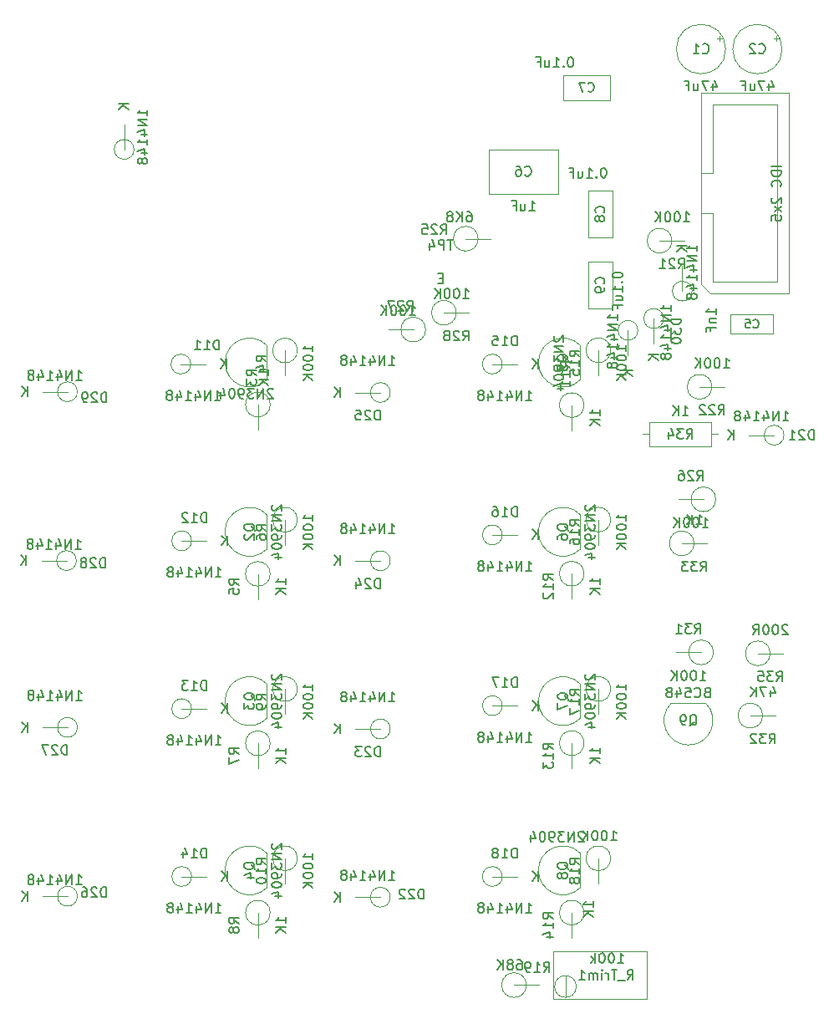
<source format=gbr>
G04 #@! TF.GenerationSoftware,KiCad,Pcbnew,7.0.10*
G04 #@! TF.CreationDate,2024-02-02T08:29:15+10:00*
G04 #@! TF.ProjectId,MK_Seq take 2,4d4b5f53-6571-4207-9461-6b6520322e6b,rev?*
G04 #@! TF.SameCoordinates,Original*
G04 #@! TF.FileFunction,AssemblyDrawing,Bot*
%FSLAX46Y46*%
G04 Gerber Fmt 4.6, Leading zero omitted, Abs format (unit mm)*
G04 Created by KiCad (PCBNEW 7.0.10) date 2024-02-02 08:29:15*
%MOMM*%
%LPD*%
G01*
G04 APERTURE LIST*
%ADD10C,0.150000*%
%ADD11C,0.129000*%
%ADD12C,0.141000*%
%ADD13C,0.100000*%
G04 APERTURE END LIST*
D10*
X80998543Y-123670190D02*
X81569971Y-123670190D01*
X81284257Y-123670190D02*
X81284257Y-122670190D01*
X81284257Y-122670190D02*
X81379495Y-122813047D01*
X81379495Y-122813047D02*
X81474733Y-122908285D01*
X81474733Y-122908285D02*
X81569971Y-122955904D01*
X80569971Y-123670190D02*
X80569971Y-122670190D01*
X80569971Y-122670190D02*
X79998543Y-123670190D01*
X79998543Y-123670190D02*
X79998543Y-122670190D01*
X79093781Y-123003523D02*
X79093781Y-123670190D01*
X79331876Y-122622571D02*
X79569971Y-123336856D01*
X79569971Y-123336856D02*
X78950924Y-123336856D01*
X78046162Y-123670190D02*
X78617590Y-123670190D01*
X78331876Y-123670190D02*
X78331876Y-122670190D01*
X78331876Y-122670190D02*
X78427114Y-122813047D01*
X78427114Y-122813047D02*
X78522352Y-122908285D01*
X78522352Y-122908285D02*
X78617590Y-122955904D01*
X77189019Y-123003523D02*
X77189019Y-123670190D01*
X77427114Y-122622571D02*
X77665209Y-123336856D01*
X77665209Y-123336856D02*
X77046162Y-123336856D01*
X76522352Y-123098761D02*
X76617590Y-123051142D01*
X76617590Y-123051142D02*
X76665209Y-123003523D01*
X76665209Y-123003523D02*
X76712828Y-122908285D01*
X76712828Y-122908285D02*
X76712828Y-122860666D01*
X76712828Y-122860666D02*
X76665209Y-122765428D01*
X76665209Y-122765428D02*
X76617590Y-122717809D01*
X76617590Y-122717809D02*
X76522352Y-122670190D01*
X76522352Y-122670190D02*
X76331876Y-122670190D01*
X76331876Y-122670190D02*
X76236638Y-122717809D01*
X76236638Y-122717809D02*
X76189019Y-122765428D01*
X76189019Y-122765428D02*
X76141400Y-122860666D01*
X76141400Y-122860666D02*
X76141400Y-122908285D01*
X76141400Y-122908285D02*
X76189019Y-123003523D01*
X76189019Y-123003523D02*
X76236638Y-123051142D01*
X76236638Y-123051142D02*
X76331876Y-123098761D01*
X76331876Y-123098761D02*
X76522352Y-123098761D01*
X76522352Y-123098761D02*
X76617590Y-123146380D01*
X76617590Y-123146380D02*
X76665209Y-123193999D01*
X76665209Y-123193999D02*
X76712828Y-123289237D01*
X76712828Y-123289237D02*
X76712828Y-123479713D01*
X76712828Y-123479713D02*
X76665209Y-123574951D01*
X76665209Y-123574951D02*
X76617590Y-123622571D01*
X76617590Y-123622571D02*
X76522352Y-123670190D01*
X76522352Y-123670190D02*
X76331876Y-123670190D01*
X76331876Y-123670190D02*
X76236638Y-123622571D01*
X76236638Y-123622571D02*
X76189019Y-123574951D01*
X76189019Y-123574951D02*
X76141400Y-123479713D01*
X76141400Y-123479713D02*
X76141400Y-123289237D01*
X76141400Y-123289237D02*
X76189019Y-123193999D01*
X76189019Y-123193999D02*
X76236638Y-123146380D01*
X76236638Y-123146380D02*
X76331876Y-123098761D01*
X80069971Y-118128448D02*
X80069971Y-117128448D01*
X80069971Y-117128448D02*
X79831876Y-117128448D01*
X79831876Y-117128448D02*
X79689019Y-117176067D01*
X79689019Y-117176067D02*
X79593781Y-117271305D01*
X79593781Y-117271305D02*
X79546162Y-117366543D01*
X79546162Y-117366543D02*
X79498543Y-117557019D01*
X79498543Y-117557019D02*
X79498543Y-117699876D01*
X79498543Y-117699876D02*
X79546162Y-117890352D01*
X79546162Y-117890352D02*
X79593781Y-117985590D01*
X79593781Y-117985590D02*
X79689019Y-118080829D01*
X79689019Y-118080829D02*
X79831876Y-118128448D01*
X79831876Y-118128448D02*
X80069971Y-118128448D01*
X78546162Y-118128448D02*
X79117590Y-118128448D01*
X78831876Y-118128448D02*
X78831876Y-117128448D01*
X78831876Y-117128448D02*
X78927114Y-117271305D01*
X78927114Y-117271305D02*
X79022352Y-117366543D01*
X79022352Y-117366543D02*
X79117590Y-117414162D01*
X77689019Y-117461781D02*
X77689019Y-118128448D01*
X77927114Y-117080829D02*
X78165209Y-117795114D01*
X78165209Y-117795114D02*
X77546162Y-117795114D01*
X82187590Y-120454819D02*
X82187590Y-119454819D01*
X81616162Y-120454819D02*
X82044733Y-119883390D01*
X81616162Y-119454819D02*
X82187590Y-120026247D01*
X112472857Y-106370190D02*
X113044285Y-106370190D01*
X112758571Y-106370190D02*
X112758571Y-105370190D01*
X112758571Y-105370190D02*
X112853809Y-105513047D01*
X112853809Y-105513047D02*
X112949047Y-105608285D01*
X112949047Y-105608285D02*
X113044285Y-105655904D01*
X112044285Y-106370190D02*
X112044285Y-105370190D01*
X112044285Y-105370190D02*
X111472857Y-106370190D01*
X111472857Y-106370190D02*
X111472857Y-105370190D01*
X110568095Y-105703523D02*
X110568095Y-106370190D01*
X110806190Y-105322571D02*
X111044285Y-106036856D01*
X111044285Y-106036856D02*
X110425238Y-106036856D01*
X109520476Y-106370190D02*
X110091904Y-106370190D01*
X109806190Y-106370190D02*
X109806190Y-105370190D01*
X109806190Y-105370190D02*
X109901428Y-105513047D01*
X109901428Y-105513047D02*
X109996666Y-105608285D01*
X109996666Y-105608285D02*
X110091904Y-105655904D01*
X108663333Y-105703523D02*
X108663333Y-106370190D01*
X108901428Y-105322571D02*
X109139523Y-106036856D01*
X109139523Y-106036856D02*
X108520476Y-106036856D01*
X107996666Y-105798761D02*
X108091904Y-105751142D01*
X108091904Y-105751142D02*
X108139523Y-105703523D01*
X108139523Y-105703523D02*
X108187142Y-105608285D01*
X108187142Y-105608285D02*
X108187142Y-105560666D01*
X108187142Y-105560666D02*
X108139523Y-105465428D01*
X108139523Y-105465428D02*
X108091904Y-105417809D01*
X108091904Y-105417809D02*
X107996666Y-105370190D01*
X107996666Y-105370190D02*
X107806190Y-105370190D01*
X107806190Y-105370190D02*
X107710952Y-105417809D01*
X107710952Y-105417809D02*
X107663333Y-105465428D01*
X107663333Y-105465428D02*
X107615714Y-105560666D01*
X107615714Y-105560666D02*
X107615714Y-105608285D01*
X107615714Y-105608285D02*
X107663333Y-105703523D01*
X107663333Y-105703523D02*
X107710952Y-105751142D01*
X107710952Y-105751142D02*
X107806190Y-105798761D01*
X107806190Y-105798761D02*
X107996666Y-105798761D01*
X107996666Y-105798761D02*
X108091904Y-105846380D01*
X108091904Y-105846380D02*
X108139523Y-105893999D01*
X108139523Y-105893999D02*
X108187142Y-105989237D01*
X108187142Y-105989237D02*
X108187142Y-106179713D01*
X108187142Y-106179713D02*
X108139523Y-106274951D01*
X108139523Y-106274951D02*
X108091904Y-106322571D01*
X108091904Y-106322571D02*
X107996666Y-106370190D01*
X107996666Y-106370190D02*
X107806190Y-106370190D01*
X107806190Y-106370190D02*
X107710952Y-106322571D01*
X107710952Y-106322571D02*
X107663333Y-106274951D01*
X107663333Y-106274951D02*
X107615714Y-106179713D01*
X107615714Y-106179713D02*
X107615714Y-105989237D01*
X107615714Y-105989237D02*
X107663333Y-105893999D01*
X107663333Y-105893999D02*
X107710952Y-105846380D01*
X107710952Y-105846380D02*
X107806190Y-105798761D01*
X111544285Y-100828448D02*
X111544285Y-99828448D01*
X111544285Y-99828448D02*
X111306190Y-99828448D01*
X111306190Y-99828448D02*
X111163333Y-99876067D01*
X111163333Y-99876067D02*
X111068095Y-99971305D01*
X111068095Y-99971305D02*
X111020476Y-100066543D01*
X111020476Y-100066543D02*
X110972857Y-100257019D01*
X110972857Y-100257019D02*
X110972857Y-100399876D01*
X110972857Y-100399876D02*
X111020476Y-100590352D01*
X111020476Y-100590352D02*
X111068095Y-100685590D01*
X111068095Y-100685590D02*
X111163333Y-100780829D01*
X111163333Y-100780829D02*
X111306190Y-100828448D01*
X111306190Y-100828448D02*
X111544285Y-100828448D01*
X110020476Y-100828448D02*
X110591904Y-100828448D01*
X110306190Y-100828448D02*
X110306190Y-99828448D01*
X110306190Y-99828448D02*
X110401428Y-99971305D01*
X110401428Y-99971305D02*
X110496666Y-100066543D01*
X110496666Y-100066543D02*
X110591904Y-100114162D01*
X109687142Y-99828448D02*
X109020476Y-99828448D01*
X109020476Y-99828448D02*
X109449047Y-100828448D01*
X113661904Y-103154819D02*
X113661904Y-102154819D01*
X113090476Y-103154819D02*
X113519047Y-102583390D01*
X113090476Y-102154819D02*
X113661904Y-102726247D01*
X88124819Y-90409047D02*
X88124819Y-89837619D01*
X88124819Y-90123333D02*
X87124819Y-90123333D01*
X87124819Y-90123333D02*
X87267676Y-90028095D01*
X87267676Y-90028095D02*
X87362914Y-89932857D01*
X87362914Y-89932857D02*
X87410533Y-89837619D01*
X88124819Y-90837619D02*
X87124819Y-90837619D01*
X88124819Y-91409047D02*
X87553390Y-90980476D01*
X87124819Y-91409047D02*
X87696247Y-90837619D01*
X83384819Y-90456666D02*
X82908628Y-90123333D01*
X83384819Y-89885238D02*
X82384819Y-89885238D01*
X82384819Y-89885238D02*
X82384819Y-90266190D01*
X82384819Y-90266190D02*
X82432438Y-90361428D01*
X82432438Y-90361428D02*
X82480057Y-90409047D01*
X82480057Y-90409047D02*
X82575295Y-90456666D01*
X82575295Y-90456666D02*
X82718152Y-90456666D01*
X82718152Y-90456666D02*
X82813390Y-90409047D01*
X82813390Y-90409047D02*
X82861009Y-90361428D01*
X82861009Y-90361428D02*
X82908628Y-90266190D01*
X82908628Y-90266190D02*
X82908628Y-89885238D01*
X82384819Y-91361428D02*
X82384819Y-90885238D01*
X82384819Y-90885238D02*
X82861009Y-90837619D01*
X82861009Y-90837619D02*
X82813390Y-90885238D01*
X82813390Y-90885238D02*
X82765771Y-90980476D01*
X82765771Y-90980476D02*
X82765771Y-91218571D01*
X82765771Y-91218571D02*
X82813390Y-91313809D01*
X82813390Y-91313809D02*
X82861009Y-91361428D01*
X82861009Y-91361428D02*
X82956247Y-91409047D01*
X82956247Y-91409047D02*
X83194342Y-91409047D01*
X83194342Y-91409047D02*
X83289580Y-91361428D01*
X83289580Y-91361428D02*
X83337200Y-91313809D01*
X83337200Y-91313809D02*
X83384819Y-91218571D01*
X83384819Y-91218571D02*
X83384819Y-90980476D01*
X83384819Y-90980476D02*
X83337200Y-90885238D01*
X83337200Y-90885238D02*
X83289580Y-90837619D01*
X119254819Y-123085714D02*
X119254819Y-122514286D01*
X119254819Y-122800000D02*
X118254819Y-122800000D01*
X118254819Y-122800000D02*
X118397676Y-122704762D01*
X118397676Y-122704762D02*
X118492914Y-122609524D01*
X118492914Y-122609524D02*
X118540533Y-122514286D01*
X119254819Y-123514286D02*
X118254819Y-123514286D01*
X119254819Y-124085714D02*
X118683390Y-123657143D01*
X118254819Y-124085714D02*
X118826247Y-123514286D01*
X115184819Y-124287142D02*
X114708628Y-123953809D01*
X115184819Y-123715714D02*
X114184819Y-123715714D01*
X114184819Y-123715714D02*
X114184819Y-124096666D01*
X114184819Y-124096666D02*
X114232438Y-124191904D01*
X114232438Y-124191904D02*
X114280057Y-124239523D01*
X114280057Y-124239523D02*
X114375295Y-124287142D01*
X114375295Y-124287142D02*
X114518152Y-124287142D01*
X114518152Y-124287142D02*
X114613390Y-124239523D01*
X114613390Y-124239523D02*
X114661009Y-124191904D01*
X114661009Y-124191904D02*
X114708628Y-124096666D01*
X114708628Y-124096666D02*
X114708628Y-123715714D01*
X115184819Y-125239523D02*
X115184819Y-124668095D01*
X115184819Y-124953809D02*
X114184819Y-124953809D01*
X114184819Y-124953809D02*
X114327676Y-124858571D01*
X114327676Y-124858571D02*
X114422914Y-124763333D01*
X114422914Y-124763333D02*
X114470533Y-124668095D01*
X114518152Y-126096666D02*
X115184819Y-126096666D01*
X114137200Y-125858571D02*
X114851485Y-125620476D01*
X114851485Y-125620476D02*
X114851485Y-126239523D01*
X104014285Y-59381009D02*
X103680952Y-59381009D01*
X103538095Y-59904819D02*
X104014285Y-59904819D01*
X104014285Y-59904819D02*
X104014285Y-58904819D01*
X104014285Y-58904819D02*
X103538095Y-58904819D01*
X105061904Y-55504819D02*
X104490476Y-55504819D01*
X104776190Y-56504819D02*
X104776190Y-55504819D01*
X104157142Y-56504819D02*
X104157142Y-55504819D01*
X104157142Y-55504819D02*
X103776190Y-55504819D01*
X103776190Y-55504819D02*
X103680952Y-55552438D01*
X103680952Y-55552438D02*
X103633333Y-55600057D01*
X103633333Y-55600057D02*
X103585714Y-55695295D01*
X103585714Y-55695295D02*
X103585714Y-55838152D01*
X103585714Y-55838152D02*
X103633333Y-55933390D01*
X103633333Y-55933390D02*
X103680952Y-55981009D01*
X103680952Y-55981009D02*
X103776190Y-56028628D01*
X103776190Y-56028628D02*
X104157142Y-56028628D01*
X102728571Y-55838152D02*
X102728571Y-56504819D01*
X102966666Y-55457200D02*
X103204761Y-56171485D01*
X103204761Y-56171485D02*
X102585714Y-56171485D01*
X121066666Y-116354819D02*
X121638094Y-116354819D01*
X121352380Y-116354819D02*
X121352380Y-115354819D01*
X121352380Y-115354819D02*
X121447618Y-115497676D01*
X121447618Y-115497676D02*
X121542856Y-115592914D01*
X121542856Y-115592914D02*
X121638094Y-115640533D01*
X120447618Y-115354819D02*
X120352380Y-115354819D01*
X120352380Y-115354819D02*
X120257142Y-115402438D01*
X120257142Y-115402438D02*
X120209523Y-115450057D01*
X120209523Y-115450057D02*
X120161904Y-115545295D01*
X120161904Y-115545295D02*
X120114285Y-115735771D01*
X120114285Y-115735771D02*
X120114285Y-115973866D01*
X120114285Y-115973866D02*
X120161904Y-116164342D01*
X120161904Y-116164342D02*
X120209523Y-116259580D01*
X120209523Y-116259580D02*
X120257142Y-116307200D01*
X120257142Y-116307200D02*
X120352380Y-116354819D01*
X120352380Y-116354819D02*
X120447618Y-116354819D01*
X120447618Y-116354819D02*
X120542856Y-116307200D01*
X120542856Y-116307200D02*
X120590475Y-116259580D01*
X120590475Y-116259580D02*
X120638094Y-116164342D01*
X120638094Y-116164342D02*
X120685713Y-115973866D01*
X120685713Y-115973866D02*
X120685713Y-115735771D01*
X120685713Y-115735771D02*
X120638094Y-115545295D01*
X120638094Y-115545295D02*
X120590475Y-115450057D01*
X120590475Y-115450057D02*
X120542856Y-115402438D01*
X120542856Y-115402438D02*
X120447618Y-115354819D01*
X119495237Y-115354819D02*
X119399999Y-115354819D01*
X119399999Y-115354819D02*
X119304761Y-115402438D01*
X119304761Y-115402438D02*
X119257142Y-115450057D01*
X119257142Y-115450057D02*
X119209523Y-115545295D01*
X119209523Y-115545295D02*
X119161904Y-115735771D01*
X119161904Y-115735771D02*
X119161904Y-115973866D01*
X119161904Y-115973866D02*
X119209523Y-116164342D01*
X119209523Y-116164342D02*
X119257142Y-116259580D01*
X119257142Y-116259580D02*
X119304761Y-116307200D01*
X119304761Y-116307200D02*
X119399999Y-116354819D01*
X119399999Y-116354819D02*
X119495237Y-116354819D01*
X119495237Y-116354819D02*
X119590475Y-116307200D01*
X119590475Y-116307200D02*
X119638094Y-116259580D01*
X119638094Y-116259580D02*
X119685713Y-116164342D01*
X119685713Y-116164342D02*
X119733332Y-115973866D01*
X119733332Y-115973866D02*
X119733332Y-115735771D01*
X119733332Y-115735771D02*
X119685713Y-115545295D01*
X119685713Y-115545295D02*
X119638094Y-115450057D01*
X119638094Y-115450057D02*
X119590475Y-115402438D01*
X119590475Y-115402438D02*
X119495237Y-115354819D01*
X118733332Y-116354819D02*
X118733332Y-115354819D01*
X118161904Y-116354819D02*
X118590475Y-115783390D01*
X118161904Y-115354819D02*
X118733332Y-115926247D01*
X117884819Y-118782142D02*
X117408628Y-118448809D01*
X117884819Y-118210714D02*
X116884819Y-118210714D01*
X116884819Y-118210714D02*
X116884819Y-118591666D01*
X116884819Y-118591666D02*
X116932438Y-118686904D01*
X116932438Y-118686904D02*
X116980057Y-118734523D01*
X116980057Y-118734523D02*
X117075295Y-118782142D01*
X117075295Y-118782142D02*
X117218152Y-118782142D01*
X117218152Y-118782142D02*
X117313390Y-118734523D01*
X117313390Y-118734523D02*
X117361009Y-118686904D01*
X117361009Y-118686904D02*
X117408628Y-118591666D01*
X117408628Y-118591666D02*
X117408628Y-118210714D01*
X117884819Y-119734523D02*
X117884819Y-119163095D01*
X117884819Y-119448809D02*
X116884819Y-119448809D01*
X116884819Y-119448809D02*
X117027676Y-119353571D01*
X117027676Y-119353571D02*
X117122914Y-119258333D01*
X117122914Y-119258333D02*
X117170533Y-119163095D01*
X117313390Y-120305952D02*
X117265771Y-120210714D01*
X117265771Y-120210714D02*
X117218152Y-120163095D01*
X117218152Y-120163095D02*
X117122914Y-120115476D01*
X117122914Y-120115476D02*
X117075295Y-120115476D01*
X117075295Y-120115476D02*
X116980057Y-120163095D01*
X116980057Y-120163095D02*
X116932438Y-120210714D01*
X116932438Y-120210714D02*
X116884819Y-120305952D01*
X116884819Y-120305952D02*
X116884819Y-120496428D01*
X116884819Y-120496428D02*
X116932438Y-120591666D01*
X116932438Y-120591666D02*
X116980057Y-120639285D01*
X116980057Y-120639285D02*
X117075295Y-120686904D01*
X117075295Y-120686904D02*
X117122914Y-120686904D01*
X117122914Y-120686904D02*
X117218152Y-120639285D01*
X117218152Y-120639285D02*
X117265771Y-120591666D01*
X117265771Y-120591666D02*
X117313390Y-120496428D01*
X117313390Y-120496428D02*
X117313390Y-120305952D01*
X117313390Y-120305952D02*
X117361009Y-120210714D01*
X117361009Y-120210714D02*
X117408628Y-120163095D01*
X117408628Y-120163095D02*
X117503866Y-120115476D01*
X117503866Y-120115476D02*
X117694342Y-120115476D01*
X117694342Y-120115476D02*
X117789580Y-120163095D01*
X117789580Y-120163095D02*
X117837200Y-120210714D01*
X117837200Y-120210714D02*
X117884819Y-120305952D01*
X117884819Y-120305952D02*
X117884819Y-120496428D01*
X117884819Y-120496428D02*
X117837200Y-120591666D01*
X117837200Y-120591666D02*
X117789580Y-120639285D01*
X117789580Y-120639285D02*
X117694342Y-120686904D01*
X117694342Y-120686904D02*
X117503866Y-120686904D01*
X117503866Y-120686904D02*
X117408628Y-120639285D01*
X117408628Y-120639285D02*
X117361009Y-120591666D01*
X117361009Y-120591666D02*
X117313390Y-120496428D01*
X130341666Y-84624819D02*
X130913094Y-84624819D01*
X130627380Y-84624819D02*
X130627380Y-83624819D01*
X130627380Y-83624819D02*
X130722618Y-83767676D01*
X130722618Y-83767676D02*
X130817856Y-83862914D01*
X130817856Y-83862914D02*
X130913094Y-83910533D01*
X129722618Y-83624819D02*
X129627380Y-83624819D01*
X129627380Y-83624819D02*
X129532142Y-83672438D01*
X129532142Y-83672438D02*
X129484523Y-83720057D01*
X129484523Y-83720057D02*
X129436904Y-83815295D01*
X129436904Y-83815295D02*
X129389285Y-84005771D01*
X129389285Y-84005771D02*
X129389285Y-84243866D01*
X129389285Y-84243866D02*
X129436904Y-84434342D01*
X129436904Y-84434342D02*
X129484523Y-84529580D01*
X129484523Y-84529580D02*
X129532142Y-84577200D01*
X129532142Y-84577200D02*
X129627380Y-84624819D01*
X129627380Y-84624819D02*
X129722618Y-84624819D01*
X129722618Y-84624819D02*
X129817856Y-84577200D01*
X129817856Y-84577200D02*
X129865475Y-84529580D01*
X129865475Y-84529580D02*
X129913094Y-84434342D01*
X129913094Y-84434342D02*
X129960713Y-84243866D01*
X129960713Y-84243866D02*
X129960713Y-84005771D01*
X129960713Y-84005771D02*
X129913094Y-83815295D01*
X129913094Y-83815295D02*
X129865475Y-83720057D01*
X129865475Y-83720057D02*
X129817856Y-83672438D01*
X129817856Y-83672438D02*
X129722618Y-83624819D01*
X128770237Y-83624819D02*
X128674999Y-83624819D01*
X128674999Y-83624819D02*
X128579761Y-83672438D01*
X128579761Y-83672438D02*
X128532142Y-83720057D01*
X128532142Y-83720057D02*
X128484523Y-83815295D01*
X128484523Y-83815295D02*
X128436904Y-84005771D01*
X128436904Y-84005771D02*
X128436904Y-84243866D01*
X128436904Y-84243866D02*
X128484523Y-84434342D01*
X128484523Y-84434342D02*
X128532142Y-84529580D01*
X128532142Y-84529580D02*
X128579761Y-84577200D01*
X128579761Y-84577200D02*
X128674999Y-84624819D01*
X128674999Y-84624819D02*
X128770237Y-84624819D01*
X128770237Y-84624819D02*
X128865475Y-84577200D01*
X128865475Y-84577200D02*
X128913094Y-84529580D01*
X128913094Y-84529580D02*
X128960713Y-84434342D01*
X128960713Y-84434342D02*
X129008332Y-84243866D01*
X129008332Y-84243866D02*
X129008332Y-84005771D01*
X129008332Y-84005771D02*
X128960713Y-83815295D01*
X128960713Y-83815295D02*
X128913094Y-83720057D01*
X128913094Y-83720057D02*
X128865475Y-83672438D01*
X128865475Y-83672438D02*
X128770237Y-83624819D01*
X128008332Y-84624819D02*
X128008332Y-83624819D01*
X127436904Y-84624819D02*
X127865475Y-84053390D01*
X127436904Y-83624819D02*
X128008332Y-84196247D01*
X129817857Y-79884819D02*
X130151190Y-79408628D01*
X130389285Y-79884819D02*
X130389285Y-78884819D01*
X130389285Y-78884819D02*
X130008333Y-78884819D01*
X130008333Y-78884819D02*
X129913095Y-78932438D01*
X129913095Y-78932438D02*
X129865476Y-78980057D01*
X129865476Y-78980057D02*
X129817857Y-79075295D01*
X129817857Y-79075295D02*
X129817857Y-79218152D01*
X129817857Y-79218152D02*
X129865476Y-79313390D01*
X129865476Y-79313390D02*
X129913095Y-79361009D01*
X129913095Y-79361009D02*
X130008333Y-79408628D01*
X130008333Y-79408628D02*
X130389285Y-79408628D01*
X129436904Y-78980057D02*
X129389285Y-78932438D01*
X129389285Y-78932438D02*
X129294047Y-78884819D01*
X129294047Y-78884819D02*
X129055952Y-78884819D01*
X129055952Y-78884819D02*
X128960714Y-78932438D01*
X128960714Y-78932438D02*
X128913095Y-78980057D01*
X128913095Y-78980057D02*
X128865476Y-79075295D01*
X128865476Y-79075295D02*
X128865476Y-79170533D01*
X128865476Y-79170533D02*
X128913095Y-79313390D01*
X128913095Y-79313390D02*
X129484523Y-79884819D01*
X129484523Y-79884819D02*
X128865476Y-79884819D01*
X128008333Y-78884819D02*
X128198809Y-78884819D01*
X128198809Y-78884819D02*
X128294047Y-78932438D01*
X128294047Y-78932438D02*
X128341666Y-78980057D01*
X128341666Y-78980057D02*
X128436904Y-79122914D01*
X128436904Y-79122914D02*
X128484523Y-79313390D01*
X128484523Y-79313390D02*
X128484523Y-79694342D01*
X128484523Y-79694342D02*
X128436904Y-79789580D01*
X128436904Y-79789580D02*
X128389285Y-79837200D01*
X128389285Y-79837200D02*
X128294047Y-79884819D01*
X128294047Y-79884819D02*
X128103571Y-79884819D01*
X128103571Y-79884819D02*
X128008333Y-79837200D01*
X128008333Y-79837200D02*
X127960714Y-79789580D01*
X127960714Y-79789580D02*
X127913095Y-79694342D01*
X127913095Y-79694342D02*
X127913095Y-79456247D01*
X127913095Y-79456247D02*
X127960714Y-79361009D01*
X127960714Y-79361009D02*
X128008333Y-79313390D01*
X128008333Y-79313390D02*
X128103571Y-79265771D01*
X128103571Y-79265771D02*
X128294047Y-79265771D01*
X128294047Y-79265771D02*
X128389285Y-79313390D01*
X128389285Y-79313390D02*
X128436904Y-79361009D01*
X128436904Y-79361009D02*
X128484523Y-79456247D01*
X121771428Y-128754819D02*
X122342856Y-128754819D01*
X122057142Y-128754819D02*
X122057142Y-127754819D01*
X122057142Y-127754819D02*
X122152380Y-127897676D01*
X122152380Y-127897676D02*
X122247618Y-127992914D01*
X122247618Y-127992914D02*
X122342856Y-128040533D01*
X121152380Y-127754819D02*
X121057142Y-127754819D01*
X121057142Y-127754819D02*
X120961904Y-127802438D01*
X120961904Y-127802438D02*
X120914285Y-127850057D01*
X120914285Y-127850057D02*
X120866666Y-127945295D01*
X120866666Y-127945295D02*
X120819047Y-128135771D01*
X120819047Y-128135771D02*
X120819047Y-128373866D01*
X120819047Y-128373866D02*
X120866666Y-128564342D01*
X120866666Y-128564342D02*
X120914285Y-128659580D01*
X120914285Y-128659580D02*
X120961904Y-128707200D01*
X120961904Y-128707200D02*
X121057142Y-128754819D01*
X121057142Y-128754819D02*
X121152380Y-128754819D01*
X121152380Y-128754819D02*
X121247618Y-128707200D01*
X121247618Y-128707200D02*
X121295237Y-128659580D01*
X121295237Y-128659580D02*
X121342856Y-128564342D01*
X121342856Y-128564342D02*
X121390475Y-128373866D01*
X121390475Y-128373866D02*
X121390475Y-128135771D01*
X121390475Y-128135771D02*
X121342856Y-127945295D01*
X121342856Y-127945295D02*
X121295237Y-127850057D01*
X121295237Y-127850057D02*
X121247618Y-127802438D01*
X121247618Y-127802438D02*
X121152380Y-127754819D01*
X120199999Y-127754819D02*
X120104761Y-127754819D01*
X120104761Y-127754819D02*
X120009523Y-127802438D01*
X120009523Y-127802438D02*
X119961904Y-127850057D01*
X119961904Y-127850057D02*
X119914285Y-127945295D01*
X119914285Y-127945295D02*
X119866666Y-128135771D01*
X119866666Y-128135771D02*
X119866666Y-128373866D01*
X119866666Y-128373866D02*
X119914285Y-128564342D01*
X119914285Y-128564342D02*
X119961904Y-128659580D01*
X119961904Y-128659580D02*
X120009523Y-128707200D01*
X120009523Y-128707200D02*
X120104761Y-128754819D01*
X120104761Y-128754819D02*
X120199999Y-128754819D01*
X120199999Y-128754819D02*
X120295237Y-128707200D01*
X120295237Y-128707200D02*
X120342856Y-128659580D01*
X120342856Y-128659580D02*
X120390475Y-128564342D01*
X120390475Y-128564342D02*
X120438094Y-128373866D01*
X120438094Y-128373866D02*
X120438094Y-128135771D01*
X120438094Y-128135771D02*
X120390475Y-127945295D01*
X120390475Y-127945295D02*
X120342856Y-127850057D01*
X120342856Y-127850057D02*
X120295237Y-127802438D01*
X120295237Y-127802438D02*
X120199999Y-127754819D01*
X119438094Y-128754819D02*
X119438094Y-127754819D01*
X119342856Y-128373866D02*
X119057142Y-128754819D01*
X119057142Y-128088152D02*
X119438094Y-128469104D01*
X122737857Y-130459819D02*
X123071190Y-129983628D01*
X123309285Y-130459819D02*
X123309285Y-129459819D01*
X123309285Y-129459819D02*
X122928333Y-129459819D01*
X122928333Y-129459819D02*
X122833095Y-129507438D01*
X122833095Y-129507438D02*
X122785476Y-129555057D01*
X122785476Y-129555057D02*
X122737857Y-129650295D01*
X122737857Y-129650295D02*
X122737857Y-129793152D01*
X122737857Y-129793152D02*
X122785476Y-129888390D01*
X122785476Y-129888390D02*
X122833095Y-129936009D01*
X122833095Y-129936009D02*
X122928333Y-129983628D01*
X122928333Y-129983628D02*
X123309285Y-129983628D01*
X122547381Y-130555057D02*
X121785476Y-130555057D01*
X121690237Y-129459819D02*
X121118809Y-129459819D01*
X121404523Y-130459819D02*
X121404523Y-129459819D01*
X120785475Y-130459819D02*
X120785475Y-129793152D01*
X120785475Y-129983628D02*
X120737856Y-129888390D01*
X120737856Y-129888390D02*
X120690237Y-129840771D01*
X120690237Y-129840771D02*
X120594999Y-129793152D01*
X120594999Y-129793152D02*
X120499761Y-129793152D01*
X120166427Y-130459819D02*
X120166427Y-129793152D01*
X120166427Y-129459819D02*
X120214046Y-129507438D01*
X120214046Y-129507438D02*
X120166427Y-129555057D01*
X120166427Y-129555057D02*
X120118808Y-129507438D01*
X120118808Y-129507438D02*
X120166427Y-129459819D01*
X120166427Y-129459819D02*
X120166427Y-129555057D01*
X119690237Y-130459819D02*
X119690237Y-129793152D01*
X119690237Y-129888390D02*
X119642618Y-129840771D01*
X119642618Y-129840771D02*
X119547380Y-129793152D01*
X119547380Y-129793152D02*
X119404523Y-129793152D01*
X119404523Y-129793152D02*
X119309285Y-129840771D01*
X119309285Y-129840771D02*
X119261666Y-129936009D01*
X119261666Y-129936009D02*
X119261666Y-130459819D01*
X119261666Y-129936009D02*
X119214047Y-129840771D01*
X119214047Y-129840771D02*
X119118809Y-129793152D01*
X119118809Y-129793152D02*
X118975952Y-129793152D01*
X118975952Y-129793152D02*
X118880713Y-129840771D01*
X118880713Y-129840771D02*
X118833094Y-129936009D01*
X118833094Y-129936009D02*
X118833094Y-130459819D01*
X117833095Y-130459819D02*
X118404523Y-130459819D01*
X118118809Y-130459819D02*
X118118809Y-129459819D01*
X118118809Y-129459819D02*
X118214047Y-129602676D01*
X118214047Y-129602676D02*
X118309285Y-129697914D01*
X118309285Y-129697914D02*
X118404523Y-129745533D01*
X90878954Y-83970830D02*
X90878954Y-83399402D01*
X90878954Y-83685116D02*
X89878954Y-83685116D01*
X89878954Y-83685116D02*
X90021811Y-83589878D01*
X90021811Y-83589878D02*
X90117049Y-83494640D01*
X90117049Y-83494640D02*
X90164668Y-83399402D01*
X89878954Y-84589878D02*
X89878954Y-84685116D01*
X89878954Y-84685116D02*
X89926573Y-84780354D01*
X89926573Y-84780354D02*
X89974192Y-84827973D01*
X89974192Y-84827973D02*
X90069430Y-84875592D01*
X90069430Y-84875592D02*
X90259906Y-84923211D01*
X90259906Y-84923211D02*
X90498001Y-84923211D01*
X90498001Y-84923211D02*
X90688477Y-84875592D01*
X90688477Y-84875592D02*
X90783715Y-84827973D01*
X90783715Y-84827973D02*
X90831335Y-84780354D01*
X90831335Y-84780354D02*
X90878954Y-84685116D01*
X90878954Y-84685116D02*
X90878954Y-84589878D01*
X90878954Y-84589878D02*
X90831335Y-84494640D01*
X90831335Y-84494640D02*
X90783715Y-84447021D01*
X90783715Y-84447021D02*
X90688477Y-84399402D01*
X90688477Y-84399402D02*
X90498001Y-84351783D01*
X90498001Y-84351783D02*
X90259906Y-84351783D01*
X90259906Y-84351783D02*
X90069430Y-84399402D01*
X90069430Y-84399402D02*
X89974192Y-84447021D01*
X89974192Y-84447021D02*
X89926573Y-84494640D01*
X89926573Y-84494640D02*
X89878954Y-84589878D01*
X89878954Y-85542259D02*
X89878954Y-85637497D01*
X89878954Y-85637497D02*
X89926573Y-85732735D01*
X89926573Y-85732735D02*
X89974192Y-85780354D01*
X89974192Y-85780354D02*
X90069430Y-85827973D01*
X90069430Y-85827973D02*
X90259906Y-85875592D01*
X90259906Y-85875592D02*
X90498001Y-85875592D01*
X90498001Y-85875592D02*
X90688477Y-85827973D01*
X90688477Y-85827973D02*
X90783715Y-85780354D01*
X90783715Y-85780354D02*
X90831335Y-85732735D01*
X90831335Y-85732735D02*
X90878954Y-85637497D01*
X90878954Y-85637497D02*
X90878954Y-85542259D01*
X90878954Y-85542259D02*
X90831335Y-85447021D01*
X90831335Y-85447021D02*
X90783715Y-85399402D01*
X90783715Y-85399402D02*
X90688477Y-85351783D01*
X90688477Y-85351783D02*
X90498001Y-85304164D01*
X90498001Y-85304164D02*
X90259906Y-85304164D01*
X90259906Y-85304164D02*
X90069430Y-85351783D01*
X90069430Y-85351783D02*
X89974192Y-85399402D01*
X89974192Y-85399402D02*
X89926573Y-85447021D01*
X89926573Y-85447021D02*
X89878954Y-85542259D01*
X90878954Y-86304164D02*
X89878954Y-86304164D01*
X90878954Y-86875592D02*
X90307525Y-86447021D01*
X89878954Y-86875592D02*
X90450382Y-86304164D01*
X86138954Y-84970830D02*
X85662763Y-84637497D01*
X86138954Y-84399402D02*
X85138954Y-84399402D01*
X85138954Y-84399402D02*
X85138954Y-84780354D01*
X85138954Y-84780354D02*
X85186573Y-84875592D01*
X85186573Y-84875592D02*
X85234192Y-84923211D01*
X85234192Y-84923211D02*
X85329430Y-84970830D01*
X85329430Y-84970830D02*
X85472287Y-84970830D01*
X85472287Y-84970830D02*
X85567525Y-84923211D01*
X85567525Y-84923211D02*
X85615144Y-84875592D01*
X85615144Y-84875592D02*
X85662763Y-84780354D01*
X85662763Y-84780354D02*
X85662763Y-84399402D01*
X85138954Y-85827973D02*
X85138954Y-85637497D01*
X85138954Y-85637497D02*
X85186573Y-85542259D01*
X85186573Y-85542259D02*
X85234192Y-85494640D01*
X85234192Y-85494640D02*
X85377049Y-85399402D01*
X85377049Y-85399402D02*
X85567525Y-85351783D01*
X85567525Y-85351783D02*
X85948477Y-85351783D01*
X85948477Y-85351783D02*
X86043715Y-85399402D01*
X86043715Y-85399402D02*
X86091335Y-85447021D01*
X86091335Y-85447021D02*
X86138954Y-85542259D01*
X86138954Y-85542259D02*
X86138954Y-85732735D01*
X86138954Y-85732735D02*
X86091335Y-85827973D01*
X86091335Y-85827973D02*
X86043715Y-85875592D01*
X86043715Y-85875592D02*
X85948477Y-85923211D01*
X85948477Y-85923211D02*
X85710382Y-85923211D01*
X85710382Y-85923211D02*
X85615144Y-85875592D01*
X85615144Y-85875592D02*
X85567525Y-85827973D01*
X85567525Y-85827973D02*
X85519906Y-85732735D01*
X85519906Y-85732735D02*
X85519906Y-85542259D01*
X85519906Y-85542259D02*
X85567525Y-85447021D01*
X85567525Y-85447021D02*
X85615144Y-85399402D01*
X85615144Y-85399402D02*
X85710382Y-85351783D01*
X119924819Y-90382380D02*
X119924819Y-89810952D01*
X119924819Y-90096666D02*
X118924819Y-90096666D01*
X118924819Y-90096666D02*
X119067676Y-90001428D01*
X119067676Y-90001428D02*
X119162914Y-89906190D01*
X119162914Y-89906190D02*
X119210533Y-89810952D01*
X119924819Y-90810952D02*
X118924819Y-90810952D01*
X119924819Y-91382380D02*
X119353390Y-90953809D01*
X118924819Y-91382380D02*
X119496247Y-90810952D01*
X115184819Y-89953808D02*
X114708628Y-89620475D01*
X115184819Y-89382380D02*
X114184819Y-89382380D01*
X114184819Y-89382380D02*
X114184819Y-89763332D01*
X114184819Y-89763332D02*
X114232438Y-89858570D01*
X114232438Y-89858570D02*
X114280057Y-89906189D01*
X114280057Y-89906189D02*
X114375295Y-89953808D01*
X114375295Y-89953808D02*
X114518152Y-89953808D01*
X114518152Y-89953808D02*
X114613390Y-89906189D01*
X114613390Y-89906189D02*
X114661009Y-89858570D01*
X114661009Y-89858570D02*
X114708628Y-89763332D01*
X114708628Y-89763332D02*
X114708628Y-89382380D01*
X115184819Y-90906189D02*
X115184819Y-90334761D01*
X115184819Y-90620475D02*
X114184819Y-90620475D01*
X114184819Y-90620475D02*
X114327676Y-90525237D01*
X114327676Y-90525237D02*
X114422914Y-90429999D01*
X114422914Y-90429999D02*
X114470533Y-90334761D01*
X114280057Y-91287142D02*
X114232438Y-91334761D01*
X114232438Y-91334761D02*
X114184819Y-91429999D01*
X114184819Y-91429999D02*
X114184819Y-91668094D01*
X114184819Y-91668094D02*
X114232438Y-91763332D01*
X114232438Y-91763332D02*
X114280057Y-91810951D01*
X114280057Y-91810951D02*
X114375295Y-91858570D01*
X114375295Y-91858570D02*
X114470533Y-91858570D01*
X114470533Y-91858570D02*
X114613390Y-91810951D01*
X114613390Y-91810951D02*
X115184819Y-91239523D01*
X115184819Y-91239523D02*
X115184819Y-91858570D01*
X112472857Y-71770190D02*
X113044285Y-71770190D01*
X112758571Y-71770190D02*
X112758571Y-70770190D01*
X112758571Y-70770190D02*
X112853809Y-70913047D01*
X112853809Y-70913047D02*
X112949047Y-71008285D01*
X112949047Y-71008285D02*
X113044285Y-71055904D01*
X112044285Y-71770190D02*
X112044285Y-70770190D01*
X112044285Y-70770190D02*
X111472857Y-71770190D01*
X111472857Y-71770190D02*
X111472857Y-70770190D01*
X110568095Y-71103523D02*
X110568095Y-71770190D01*
X110806190Y-70722571D02*
X111044285Y-71436856D01*
X111044285Y-71436856D02*
X110425238Y-71436856D01*
X109520476Y-71770190D02*
X110091904Y-71770190D01*
X109806190Y-71770190D02*
X109806190Y-70770190D01*
X109806190Y-70770190D02*
X109901428Y-70913047D01*
X109901428Y-70913047D02*
X109996666Y-71008285D01*
X109996666Y-71008285D02*
X110091904Y-71055904D01*
X108663333Y-71103523D02*
X108663333Y-71770190D01*
X108901428Y-70722571D02*
X109139523Y-71436856D01*
X109139523Y-71436856D02*
X108520476Y-71436856D01*
X107996666Y-71198761D02*
X108091904Y-71151142D01*
X108091904Y-71151142D02*
X108139523Y-71103523D01*
X108139523Y-71103523D02*
X108187142Y-71008285D01*
X108187142Y-71008285D02*
X108187142Y-70960666D01*
X108187142Y-70960666D02*
X108139523Y-70865428D01*
X108139523Y-70865428D02*
X108091904Y-70817809D01*
X108091904Y-70817809D02*
X107996666Y-70770190D01*
X107996666Y-70770190D02*
X107806190Y-70770190D01*
X107806190Y-70770190D02*
X107710952Y-70817809D01*
X107710952Y-70817809D02*
X107663333Y-70865428D01*
X107663333Y-70865428D02*
X107615714Y-70960666D01*
X107615714Y-70960666D02*
X107615714Y-71008285D01*
X107615714Y-71008285D02*
X107663333Y-71103523D01*
X107663333Y-71103523D02*
X107710952Y-71151142D01*
X107710952Y-71151142D02*
X107806190Y-71198761D01*
X107806190Y-71198761D02*
X107996666Y-71198761D01*
X107996666Y-71198761D02*
X108091904Y-71246380D01*
X108091904Y-71246380D02*
X108139523Y-71293999D01*
X108139523Y-71293999D02*
X108187142Y-71389237D01*
X108187142Y-71389237D02*
X108187142Y-71579713D01*
X108187142Y-71579713D02*
X108139523Y-71674951D01*
X108139523Y-71674951D02*
X108091904Y-71722571D01*
X108091904Y-71722571D02*
X107996666Y-71770190D01*
X107996666Y-71770190D02*
X107806190Y-71770190D01*
X107806190Y-71770190D02*
X107710952Y-71722571D01*
X107710952Y-71722571D02*
X107663333Y-71674951D01*
X107663333Y-71674951D02*
X107615714Y-71579713D01*
X107615714Y-71579713D02*
X107615714Y-71389237D01*
X107615714Y-71389237D02*
X107663333Y-71293999D01*
X107663333Y-71293999D02*
X107710952Y-71246380D01*
X107710952Y-71246380D02*
X107806190Y-71198761D01*
X113661904Y-68554819D02*
X113661904Y-67554819D01*
X113090476Y-68554819D02*
X113519047Y-67983390D01*
X113090476Y-67554819D02*
X113661904Y-68126247D01*
X111544285Y-66228448D02*
X111544285Y-65228448D01*
X111544285Y-65228448D02*
X111306190Y-65228448D01*
X111306190Y-65228448D02*
X111163333Y-65276067D01*
X111163333Y-65276067D02*
X111068095Y-65371305D01*
X111068095Y-65371305D02*
X111020476Y-65466543D01*
X111020476Y-65466543D02*
X110972857Y-65657019D01*
X110972857Y-65657019D02*
X110972857Y-65799876D01*
X110972857Y-65799876D02*
X111020476Y-65990352D01*
X111020476Y-65990352D02*
X111068095Y-66085590D01*
X111068095Y-66085590D02*
X111163333Y-66180829D01*
X111163333Y-66180829D02*
X111306190Y-66228448D01*
X111306190Y-66228448D02*
X111544285Y-66228448D01*
X110020476Y-66228448D02*
X110591904Y-66228448D01*
X110306190Y-66228448D02*
X110306190Y-65228448D01*
X110306190Y-65228448D02*
X110401428Y-65371305D01*
X110401428Y-65371305D02*
X110496666Y-65466543D01*
X110496666Y-65466543D02*
X110591904Y-65514162D01*
X109115714Y-65228448D02*
X109591904Y-65228448D01*
X109591904Y-65228448D02*
X109639523Y-65704638D01*
X109639523Y-65704638D02*
X109591904Y-65657019D01*
X109591904Y-65657019D02*
X109496666Y-65609400D01*
X109496666Y-65609400D02*
X109258571Y-65609400D01*
X109258571Y-65609400D02*
X109163333Y-65657019D01*
X109163333Y-65657019D02*
X109115714Y-65704638D01*
X109115714Y-65704638D02*
X109068095Y-65799876D01*
X109068095Y-65799876D02*
X109068095Y-66037971D01*
X109068095Y-66037971D02*
X109115714Y-66133209D01*
X109115714Y-66133209D02*
X109163333Y-66180829D01*
X109163333Y-66180829D02*
X109258571Y-66228448D01*
X109258571Y-66228448D02*
X109496666Y-66228448D01*
X109496666Y-66228448D02*
X109591904Y-66180829D01*
X109591904Y-66180829D02*
X109639523Y-66133209D01*
X129749819Y-56666456D02*
X129749819Y-56095028D01*
X129749819Y-56380742D02*
X128749819Y-56380742D01*
X128749819Y-56380742D02*
X128892676Y-56285504D01*
X128892676Y-56285504D02*
X128987914Y-56190266D01*
X128987914Y-56190266D02*
X129035533Y-56095028D01*
X129749819Y-57095028D02*
X128749819Y-57095028D01*
X128749819Y-57095028D02*
X129749819Y-57666456D01*
X129749819Y-57666456D02*
X128749819Y-57666456D01*
X129083152Y-58571218D02*
X129749819Y-58571218D01*
X128702200Y-58333123D02*
X129416485Y-58095028D01*
X129416485Y-58095028D02*
X129416485Y-58714075D01*
X129749819Y-59618837D02*
X129749819Y-59047409D01*
X129749819Y-59333123D02*
X128749819Y-59333123D01*
X128749819Y-59333123D02*
X128892676Y-59237885D01*
X128892676Y-59237885D02*
X128987914Y-59142647D01*
X128987914Y-59142647D02*
X129035533Y-59047409D01*
X129083152Y-60475980D02*
X129749819Y-60475980D01*
X128702200Y-60237885D02*
X129416485Y-59999790D01*
X129416485Y-59999790D02*
X129416485Y-60618837D01*
X129178390Y-61142647D02*
X129130771Y-61047409D01*
X129130771Y-61047409D02*
X129083152Y-60999790D01*
X129083152Y-60999790D02*
X128987914Y-60952171D01*
X128987914Y-60952171D02*
X128940295Y-60952171D01*
X128940295Y-60952171D02*
X128845057Y-60999790D01*
X128845057Y-60999790D02*
X128797438Y-61047409D01*
X128797438Y-61047409D02*
X128749819Y-61142647D01*
X128749819Y-61142647D02*
X128749819Y-61333123D01*
X128749819Y-61333123D02*
X128797438Y-61428361D01*
X128797438Y-61428361D02*
X128845057Y-61475980D01*
X128845057Y-61475980D02*
X128940295Y-61523599D01*
X128940295Y-61523599D02*
X128987914Y-61523599D01*
X128987914Y-61523599D02*
X129083152Y-61475980D01*
X129083152Y-61475980D02*
X129130771Y-61428361D01*
X129130771Y-61428361D02*
X129178390Y-61333123D01*
X129178390Y-61333123D02*
X129178390Y-61142647D01*
X129178390Y-61142647D02*
X129226009Y-61047409D01*
X129226009Y-61047409D02*
X129273628Y-60999790D01*
X129273628Y-60999790D02*
X129368866Y-60952171D01*
X129368866Y-60952171D02*
X129559342Y-60952171D01*
X129559342Y-60952171D02*
X129654580Y-60999790D01*
X129654580Y-60999790D02*
X129702200Y-61047409D01*
X129702200Y-61047409D02*
X129749819Y-61142647D01*
X129749819Y-61142647D02*
X129749819Y-61333123D01*
X129749819Y-61333123D02*
X129702200Y-61428361D01*
X129702200Y-61428361D02*
X129654580Y-61475980D01*
X129654580Y-61475980D02*
X129559342Y-61523599D01*
X129559342Y-61523599D02*
X129368866Y-61523599D01*
X129368866Y-61523599D02*
X129273628Y-61475980D01*
X129273628Y-61475980D02*
X129226009Y-61428361D01*
X129226009Y-61428361D02*
X129178390Y-61333123D01*
X128754819Y-56112409D02*
X127754819Y-56112409D01*
X128754819Y-56683837D02*
X128183390Y-56255266D01*
X127754819Y-56683837D02*
X128326247Y-56112409D01*
X132491666Y-68484819D02*
X133063094Y-68484819D01*
X132777380Y-68484819D02*
X132777380Y-67484819D01*
X132777380Y-67484819D02*
X132872618Y-67627676D01*
X132872618Y-67627676D02*
X132967856Y-67722914D01*
X132967856Y-67722914D02*
X133063094Y-67770533D01*
X131872618Y-67484819D02*
X131777380Y-67484819D01*
X131777380Y-67484819D02*
X131682142Y-67532438D01*
X131682142Y-67532438D02*
X131634523Y-67580057D01*
X131634523Y-67580057D02*
X131586904Y-67675295D01*
X131586904Y-67675295D02*
X131539285Y-67865771D01*
X131539285Y-67865771D02*
X131539285Y-68103866D01*
X131539285Y-68103866D02*
X131586904Y-68294342D01*
X131586904Y-68294342D02*
X131634523Y-68389580D01*
X131634523Y-68389580D02*
X131682142Y-68437200D01*
X131682142Y-68437200D02*
X131777380Y-68484819D01*
X131777380Y-68484819D02*
X131872618Y-68484819D01*
X131872618Y-68484819D02*
X131967856Y-68437200D01*
X131967856Y-68437200D02*
X132015475Y-68389580D01*
X132015475Y-68389580D02*
X132063094Y-68294342D01*
X132063094Y-68294342D02*
X132110713Y-68103866D01*
X132110713Y-68103866D02*
X132110713Y-67865771D01*
X132110713Y-67865771D02*
X132063094Y-67675295D01*
X132063094Y-67675295D02*
X132015475Y-67580057D01*
X132015475Y-67580057D02*
X131967856Y-67532438D01*
X131967856Y-67532438D02*
X131872618Y-67484819D01*
X130920237Y-67484819D02*
X130824999Y-67484819D01*
X130824999Y-67484819D02*
X130729761Y-67532438D01*
X130729761Y-67532438D02*
X130682142Y-67580057D01*
X130682142Y-67580057D02*
X130634523Y-67675295D01*
X130634523Y-67675295D02*
X130586904Y-67865771D01*
X130586904Y-67865771D02*
X130586904Y-68103866D01*
X130586904Y-68103866D02*
X130634523Y-68294342D01*
X130634523Y-68294342D02*
X130682142Y-68389580D01*
X130682142Y-68389580D02*
X130729761Y-68437200D01*
X130729761Y-68437200D02*
X130824999Y-68484819D01*
X130824999Y-68484819D02*
X130920237Y-68484819D01*
X130920237Y-68484819D02*
X131015475Y-68437200D01*
X131015475Y-68437200D02*
X131063094Y-68389580D01*
X131063094Y-68389580D02*
X131110713Y-68294342D01*
X131110713Y-68294342D02*
X131158332Y-68103866D01*
X131158332Y-68103866D02*
X131158332Y-67865771D01*
X131158332Y-67865771D02*
X131110713Y-67675295D01*
X131110713Y-67675295D02*
X131063094Y-67580057D01*
X131063094Y-67580057D02*
X131015475Y-67532438D01*
X131015475Y-67532438D02*
X130920237Y-67484819D01*
X130158332Y-68484819D02*
X130158332Y-67484819D01*
X129586904Y-68484819D02*
X130015475Y-67913390D01*
X129586904Y-67484819D02*
X130158332Y-68056247D01*
X131967857Y-73224819D02*
X132301190Y-72748628D01*
X132539285Y-73224819D02*
X132539285Y-72224819D01*
X132539285Y-72224819D02*
X132158333Y-72224819D01*
X132158333Y-72224819D02*
X132063095Y-72272438D01*
X132063095Y-72272438D02*
X132015476Y-72320057D01*
X132015476Y-72320057D02*
X131967857Y-72415295D01*
X131967857Y-72415295D02*
X131967857Y-72558152D01*
X131967857Y-72558152D02*
X132015476Y-72653390D01*
X132015476Y-72653390D02*
X132063095Y-72701009D01*
X132063095Y-72701009D02*
X132158333Y-72748628D01*
X132158333Y-72748628D02*
X132539285Y-72748628D01*
X131586904Y-72320057D02*
X131539285Y-72272438D01*
X131539285Y-72272438D02*
X131444047Y-72224819D01*
X131444047Y-72224819D02*
X131205952Y-72224819D01*
X131205952Y-72224819D02*
X131110714Y-72272438D01*
X131110714Y-72272438D02*
X131063095Y-72320057D01*
X131063095Y-72320057D02*
X131015476Y-72415295D01*
X131015476Y-72415295D02*
X131015476Y-72510533D01*
X131015476Y-72510533D02*
X131063095Y-72653390D01*
X131063095Y-72653390D02*
X131634523Y-73224819D01*
X131634523Y-73224819D02*
X131015476Y-73224819D01*
X130634523Y-72320057D02*
X130586904Y-72272438D01*
X130586904Y-72272438D02*
X130491666Y-72224819D01*
X130491666Y-72224819D02*
X130253571Y-72224819D01*
X130253571Y-72224819D02*
X130158333Y-72272438D01*
X130158333Y-72272438D02*
X130110714Y-72320057D01*
X130110714Y-72320057D02*
X130063095Y-72415295D01*
X130063095Y-72415295D02*
X130063095Y-72510533D01*
X130063095Y-72510533D02*
X130110714Y-72653390D01*
X130110714Y-72653390D02*
X130682142Y-73224819D01*
X130682142Y-73224819D02*
X130063095Y-73224819D01*
X98587172Y-102299448D02*
X99158600Y-102299448D01*
X98872886Y-102299448D02*
X98872886Y-101299448D01*
X98872886Y-101299448D02*
X98968124Y-101442305D01*
X98968124Y-101442305D02*
X99063362Y-101537543D01*
X99063362Y-101537543D02*
X99158600Y-101585162D01*
X98158600Y-102299448D02*
X98158600Y-101299448D01*
X98158600Y-101299448D02*
X97587172Y-102299448D01*
X97587172Y-102299448D02*
X97587172Y-101299448D01*
X96682410Y-101632781D02*
X96682410Y-102299448D01*
X96920505Y-101251829D02*
X97158600Y-101966114D01*
X97158600Y-101966114D02*
X96539553Y-101966114D01*
X95634791Y-102299448D02*
X96206219Y-102299448D01*
X95920505Y-102299448D02*
X95920505Y-101299448D01*
X95920505Y-101299448D02*
X96015743Y-101442305D01*
X96015743Y-101442305D02*
X96110981Y-101537543D01*
X96110981Y-101537543D02*
X96206219Y-101585162D01*
X94777648Y-101632781D02*
X94777648Y-102299448D01*
X95015743Y-101251829D02*
X95253838Y-101966114D01*
X95253838Y-101966114D02*
X94634791Y-101966114D01*
X94110981Y-101728019D02*
X94206219Y-101680400D01*
X94206219Y-101680400D02*
X94253838Y-101632781D01*
X94253838Y-101632781D02*
X94301457Y-101537543D01*
X94301457Y-101537543D02*
X94301457Y-101489924D01*
X94301457Y-101489924D02*
X94253838Y-101394686D01*
X94253838Y-101394686D02*
X94206219Y-101347067D01*
X94206219Y-101347067D02*
X94110981Y-101299448D01*
X94110981Y-101299448D02*
X93920505Y-101299448D01*
X93920505Y-101299448D02*
X93825267Y-101347067D01*
X93825267Y-101347067D02*
X93777648Y-101394686D01*
X93777648Y-101394686D02*
X93730029Y-101489924D01*
X93730029Y-101489924D02*
X93730029Y-101537543D01*
X93730029Y-101537543D02*
X93777648Y-101632781D01*
X93777648Y-101632781D02*
X93825267Y-101680400D01*
X93825267Y-101680400D02*
X93920505Y-101728019D01*
X93920505Y-101728019D02*
X94110981Y-101728019D01*
X94110981Y-101728019D02*
X94206219Y-101775638D01*
X94206219Y-101775638D02*
X94253838Y-101823257D01*
X94253838Y-101823257D02*
X94301457Y-101918495D01*
X94301457Y-101918495D02*
X94301457Y-102108971D01*
X94301457Y-102108971D02*
X94253838Y-102204209D01*
X94253838Y-102204209D02*
X94206219Y-102251829D01*
X94206219Y-102251829D02*
X94110981Y-102299448D01*
X94110981Y-102299448D02*
X93920505Y-102299448D01*
X93920505Y-102299448D02*
X93825267Y-102251829D01*
X93825267Y-102251829D02*
X93777648Y-102204209D01*
X93777648Y-102204209D02*
X93730029Y-102108971D01*
X93730029Y-102108971D02*
X93730029Y-101918495D01*
X93730029Y-101918495D02*
X93777648Y-101823257D01*
X93777648Y-101823257D02*
X93825267Y-101775638D01*
X93825267Y-101775638D02*
X93920505Y-101728019D01*
X93636219Y-105514819D02*
X93636219Y-104514819D01*
X93064791Y-105514819D02*
X93493362Y-104943390D01*
X93064791Y-104514819D02*
X93636219Y-105086247D01*
X97658600Y-107841190D02*
X97658600Y-106841190D01*
X97658600Y-106841190D02*
X97420505Y-106841190D01*
X97420505Y-106841190D02*
X97277648Y-106888809D01*
X97277648Y-106888809D02*
X97182410Y-106984047D01*
X97182410Y-106984047D02*
X97134791Y-107079285D01*
X97134791Y-107079285D02*
X97087172Y-107269761D01*
X97087172Y-107269761D02*
X97087172Y-107412618D01*
X97087172Y-107412618D02*
X97134791Y-107603094D01*
X97134791Y-107603094D02*
X97182410Y-107698332D01*
X97182410Y-107698332D02*
X97277648Y-107793571D01*
X97277648Y-107793571D02*
X97420505Y-107841190D01*
X97420505Y-107841190D02*
X97658600Y-107841190D01*
X96706219Y-106936428D02*
X96658600Y-106888809D01*
X96658600Y-106888809D02*
X96563362Y-106841190D01*
X96563362Y-106841190D02*
X96325267Y-106841190D01*
X96325267Y-106841190D02*
X96230029Y-106888809D01*
X96230029Y-106888809D02*
X96182410Y-106936428D01*
X96182410Y-106936428D02*
X96134791Y-107031666D01*
X96134791Y-107031666D02*
X96134791Y-107126904D01*
X96134791Y-107126904D02*
X96182410Y-107269761D01*
X96182410Y-107269761D02*
X96753838Y-107841190D01*
X96753838Y-107841190D02*
X96134791Y-107841190D01*
X95801457Y-106841190D02*
X95182410Y-106841190D01*
X95182410Y-106841190D02*
X95515743Y-107222142D01*
X95515743Y-107222142D02*
X95372886Y-107222142D01*
X95372886Y-107222142D02*
X95277648Y-107269761D01*
X95277648Y-107269761D02*
X95230029Y-107317380D01*
X95230029Y-107317380D02*
X95182410Y-107412618D01*
X95182410Y-107412618D02*
X95182410Y-107650713D01*
X95182410Y-107650713D02*
X95230029Y-107745951D01*
X95230029Y-107745951D02*
X95277648Y-107793571D01*
X95277648Y-107793571D02*
X95372886Y-107841190D01*
X95372886Y-107841190D02*
X95658600Y-107841190D01*
X95658600Y-107841190D02*
X95753838Y-107793571D01*
X95753838Y-107793571D02*
X95801457Y-107745951D01*
X106510714Y-52674819D02*
X106701190Y-52674819D01*
X106701190Y-52674819D02*
X106796428Y-52722438D01*
X106796428Y-52722438D02*
X106844047Y-52770057D01*
X106844047Y-52770057D02*
X106939285Y-52912914D01*
X106939285Y-52912914D02*
X106986904Y-53103390D01*
X106986904Y-53103390D02*
X106986904Y-53484342D01*
X106986904Y-53484342D02*
X106939285Y-53579580D01*
X106939285Y-53579580D02*
X106891666Y-53627200D01*
X106891666Y-53627200D02*
X106796428Y-53674819D01*
X106796428Y-53674819D02*
X106605952Y-53674819D01*
X106605952Y-53674819D02*
X106510714Y-53627200D01*
X106510714Y-53627200D02*
X106463095Y-53579580D01*
X106463095Y-53579580D02*
X106415476Y-53484342D01*
X106415476Y-53484342D02*
X106415476Y-53246247D01*
X106415476Y-53246247D02*
X106463095Y-53151009D01*
X106463095Y-53151009D02*
X106510714Y-53103390D01*
X106510714Y-53103390D02*
X106605952Y-53055771D01*
X106605952Y-53055771D02*
X106796428Y-53055771D01*
X106796428Y-53055771D02*
X106891666Y-53103390D01*
X106891666Y-53103390D02*
X106939285Y-53151009D01*
X106939285Y-53151009D02*
X106986904Y-53246247D01*
X105986904Y-53674819D02*
X105986904Y-52674819D01*
X105415476Y-53674819D02*
X105844047Y-53103390D01*
X105415476Y-52674819D02*
X105986904Y-53246247D01*
X104844047Y-53103390D02*
X104939285Y-53055771D01*
X104939285Y-53055771D02*
X104986904Y-53008152D01*
X104986904Y-53008152D02*
X105034523Y-52912914D01*
X105034523Y-52912914D02*
X105034523Y-52865295D01*
X105034523Y-52865295D02*
X104986904Y-52770057D01*
X104986904Y-52770057D02*
X104939285Y-52722438D01*
X104939285Y-52722438D02*
X104844047Y-52674819D01*
X104844047Y-52674819D02*
X104653571Y-52674819D01*
X104653571Y-52674819D02*
X104558333Y-52722438D01*
X104558333Y-52722438D02*
X104510714Y-52770057D01*
X104510714Y-52770057D02*
X104463095Y-52865295D01*
X104463095Y-52865295D02*
X104463095Y-52912914D01*
X104463095Y-52912914D02*
X104510714Y-53008152D01*
X104510714Y-53008152D02*
X104558333Y-53055771D01*
X104558333Y-53055771D02*
X104653571Y-53103390D01*
X104653571Y-53103390D02*
X104844047Y-53103390D01*
X104844047Y-53103390D02*
X104939285Y-53151009D01*
X104939285Y-53151009D02*
X104986904Y-53198628D01*
X104986904Y-53198628D02*
X105034523Y-53293866D01*
X105034523Y-53293866D02*
X105034523Y-53484342D01*
X105034523Y-53484342D02*
X104986904Y-53579580D01*
X104986904Y-53579580D02*
X104939285Y-53627200D01*
X104939285Y-53627200D02*
X104844047Y-53674819D01*
X104844047Y-53674819D02*
X104653571Y-53674819D01*
X104653571Y-53674819D02*
X104558333Y-53627200D01*
X104558333Y-53627200D02*
X104510714Y-53579580D01*
X104510714Y-53579580D02*
X104463095Y-53484342D01*
X104463095Y-53484342D02*
X104463095Y-53293866D01*
X104463095Y-53293866D02*
X104510714Y-53198628D01*
X104510714Y-53198628D02*
X104558333Y-53151009D01*
X104558333Y-53151009D02*
X104653571Y-53103390D01*
X103827857Y-54944819D02*
X104161190Y-54468628D01*
X104399285Y-54944819D02*
X104399285Y-53944819D01*
X104399285Y-53944819D02*
X104018333Y-53944819D01*
X104018333Y-53944819D02*
X103923095Y-53992438D01*
X103923095Y-53992438D02*
X103875476Y-54040057D01*
X103875476Y-54040057D02*
X103827857Y-54135295D01*
X103827857Y-54135295D02*
X103827857Y-54278152D01*
X103827857Y-54278152D02*
X103875476Y-54373390D01*
X103875476Y-54373390D02*
X103923095Y-54421009D01*
X103923095Y-54421009D02*
X104018333Y-54468628D01*
X104018333Y-54468628D02*
X104399285Y-54468628D01*
X103446904Y-54040057D02*
X103399285Y-53992438D01*
X103399285Y-53992438D02*
X103304047Y-53944819D01*
X103304047Y-53944819D02*
X103065952Y-53944819D01*
X103065952Y-53944819D02*
X102970714Y-53992438D01*
X102970714Y-53992438D02*
X102923095Y-54040057D01*
X102923095Y-54040057D02*
X102875476Y-54135295D01*
X102875476Y-54135295D02*
X102875476Y-54230533D01*
X102875476Y-54230533D02*
X102923095Y-54373390D01*
X102923095Y-54373390D02*
X103494523Y-54944819D01*
X103494523Y-54944819D02*
X102875476Y-54944819D01*
X101970714Y-53944819D02*
X102446904Y-53944819D01*
X102446904Y-53944819D02*
X102494523Y-54421009D01*
X102494523Y-54421009D02*
X102446904Y-54373390D01*
X102446904Y-54373390D02*
X102351666Y-54325771D01*
X102351666Y-54325771D02*
X102113571Y-54325771D01*
X102113571Y-54325771D02*
X102018333Y-54373390D01*
X102018333Y-54373390D02*
X101970714Y-54421009D01*
X101970714Y-54421009D02*
X101923095Y-54516247D01*
X101923095Y-54516247D02*
X101923095Y-54754342D01*
X101923095Y-54754342D02*
X101970714Y-54849580D01*
X101970714Y-54849580D02*
X102018333Y-54897200D01*
X102018333Y-54897200D02*
X102113571Y-54944819D01*
X102113571Y-54944819D02*
X102351666Y-54944819D01*
X102351666Y-54944819D02*
X102446904Y-54897200D01*
X102446904Y-54897200D02*
X102494523Y-54849580D01*
X112795238Y-52554819D02*
X113366666Y-52554819D01*
X113080952Y-52554819D02*
X113080952Y-51554819D01*
X113080952Y-51554819D02*
X113176190Y-51697676D01*
X113176190Y-51697676D02*
X113271428Y-51792914D01*
X113271428Y-51792914D02*
X113366666Y-51840533D01*
X111938095Y-51888152D02*
X111938095Y-52554819D01*
X112366666Y-51888152D02*
X112366666Y-52411961D01*
X112366666Y-52411961D02*
X112319047Y-52507200D01*
X112319047Y-52507200D02*
X112223809Y-52554819D01*
X112223809Y-52554819D02*
X112080952Y-52554819D01*
X112080952Y-52554819D02*
X111985714Y-52507200D01*
X111985714Y-52507200D02*
X111938095Y-52459580D01*
X111128571Y-52031009D02*
X111461904Y-52031009D01*
X111461904Y-52554819D02*
X111461904Y-51554819D01*
X111461904Y-51554819D02*
X110985714Y-51554819D01*
X112366666Y-48959580D02*
X112414285Y-49007200D01*
X112414285Y-49007200D02*
X112557142Y-49054819D01*
X112557142Y-49054819D02*
X112652380Y-49054819D01*
X112652380Y-49054819D02*
X112795237Y-49007200D01*
X112795237Y-49007200D02*
X112890475Y-48911961D01*
X112890475Y-48911961D02*
X112938094Y-48816723D01*
X112938094Y-48816723D02*
X112985713Y-48626247D01*
X112985713Y-48626247D02*
X112985713Y-48483390D01*
X112985713Y-48483390D02*
X112938094Y-48292914D01*
X112938094Y-48292914D02*
X112890475Y-48197676D01*
X112890475Y-48197676D02*
X112795237Y-48102438D01*
X112795237Y-48102438D02*
X112652380Y-48054819D01*
X112652380Y-48054819D02*
X112557142Y-48054819D01*
X112557142Y-48054819D02*
X112414285Y-48102438D01*
X112414285Y-48102438D02*
X112366666Y-48150057D01*
X111509523Y-48054819D02*
X111699999Y-48054819D01*
X111699999Y-48054819D02*
X111795237Y-48102438D01*
X111795237Y-48102438D02*
X111842856Y-48150057D01*
X111842856Y-48150057D02*
X111938094Y-48292914D01*
X111938094Y-48292914D02*
X111985713Y-48483390D01*
X111985713Y-48483390D02*
X111985713Y-48864342D01*
X111985713Y-48864342D02*
X111938094Y-48959580D01*
X111938094Y-48959580D02*
X111890475Y-49007200D01*
X111890475Y-49007200D02*
X111795237Y-49054819D01*
X111795237Y-49054819D02*
X111604761Y-49054819D01*
X111604761Y-49054819D02*
X111509523Y-49007200D01*
X111509523Y-49007200D02*
X111461904Y-48959580D01*
X111461904Y-48959580D02*
X111414285Y-48864342D01*
X111414285Y-48864342D02*
X111414285Y-48626247D01*
X111414285Y-48626247D02*
X111461904Y-48531009D01*
X111461904Y-48531009D02*
X111509523Y-48483390D01*
X111509523Y-48483390D02*
X111604761Y-48435771D01*
X111604761Y-48435771D02*
X111795237Y-48435771D01*
X111795237Y-48435771D02*
X111890475Y-48483390D01*
X111890475Y-48483390D02*
X111938094Y-48531009D01*
X111938094Y-48531009D02*
X111985713Y-48626247D01*
X115376141Y-65260893D02*
X115328522Y-65308512D01*
X115328522Y-65308512D02*
X115280903Y-65403750D01*
X115280903Y-65403750D02*
X115280903Y-65641845D01*
X115280903Y-65641845D02*
X115328522Y-65737083D01*
X115328522Y-65737083D02*
X115376141Y-65784702D01*
X115376141Y-65784702D02*
X115471379Y-65832321D01*
X115471379Y-65832321D02*
X115566617Y-65832321D01*
X115566617Y-65832321D02*
X115709474Y-65784702D01*
X115709474Y-65784702D02*
X116280903Y-65213274D01*
X116280903Y-65213274D02*
X116280903Y-65832321D01*
X116280903Y-66260893D02*
X115280903Y-66260893D01*
X115280903Y-66260893D02*
X116280903Y-66832321D01*
X116280903Y-66832321D02*
X115280903Y-66832321D01*
X115280903Y-67213274D02*
X115280903Y-67832321D01*
X115280903Y-67832321D02*
X115661855Y-67498988D01*
X115661855Y-67498988D02*
X115661855Y-67641845D01*
X115661855Y-67641845D02*
X115709474Y-67737083D01*
X115709474Y-67737083D02*
X115757093Y-67784702D01*
X115757093Y-67784702D02*
X115852331Y-67832321D01*
X115852331Y-67832321D02*
X116090426Y-67832321D01*
X116090426Y-67832321D02*
X116185664Y-67784702D01*
X116185664Y-67784702D02*
X116233284Y-67737083D01*
X116233284Y-67737083D02*
X116280903Y-67641845D01*
X116280903Y-67641845D02*
X116280903Y-67356131D01*
X116280903Y-67356131D02*
X116233284Y-67260893D01*
X116233284Y-67260893D02*
X116185664Y-67213274D01*
X116280903Y-68308512D02*
X116280903Y-68498988D01*
X116280903Y-68498988D02*
X116233284Y-68594226D01*
X116233284Y-68594226D02*
X116185664Y-68641845D01*
X116185664Y-68641845D02*
X116042807Y-68737083D01*
X116042807Y-68737083D02*
X115852331Y-68784702D01*
X115852331Y-68784702D02*
X115471379Y-68784702D01*
X115471379Y-68784702D02*
X115376141Y-68737083D01*
X115376141Y-68737083D02*
X115328522Y-68689464D01*
X115328522Y-68689464D02*
X115280903Y-68594226D01*
X115280903Y-68594226D02*
X115280903Y-68403750D01*
X115280903Y-68403750D02*
X115328522Y-68308512D01*
X115328522Y-68308512D02*
X115376141Y-68260893D01*
X115376141Y-68260893D02*
X115471379Y-68213274D01*
X115471379Y-68213274D02*
X115709474Y-68213274D01*
X115709474Y-68213274D02*
X115804712Y-68260893D01*
X115804712Y-68260893D02*
X115852331Y-68308512D01*
X115852331Y-68308512D02*
X115899950Y-68403750D01*
X115899950Y-68403750D02*
X115899950Y-68594226D01*
X115899950Y-68594226D02*
X115852331Y-68689464D01*
X115852331Y-68689464D02*
X115804712Y-68737083D01*
X115804712Y-68737083D02*
X115709474Y-68784702D01*
X115280903Y-69403750D02*
X115280903Y-69498988D01*
X115280903Y-69498988D02*
X115328522Y-69594226D01*
X115328522Y-69594226D02*
X115376141Y-69641845D01*
X115376141Y-69641845D02*
X115471379Y-69689464D01*
X115471379Y-69689464D02*
X115661855Y-69737083D01*
X115661855Y-69737083D02*
X115899950Y-69737083D01*
X115899950Y-69737083D02*
X116090426Y-69689464D01*
X116090426Y-69689464D02*
X116185664Y-69641845D01*
X116185664Y-69641845D02*
X116233284Y-69594226D01*
X116233284Y-69594226D02*
X116280903Y-69498988D01*
X116280903Y-69498988D02*
X116280903Y-69403750D01*
X116280903Y-69403750D02*
X116233284Y-69308512D01*
X116233284Y-69308512D02*
X116185664Y-69260893D01*
X116185664Y-69260893D02*
X116090426Y-69213274D01*
X116090426Y-69213274D02*
X115899950Y-69165655D01*
X115899950Y-69165655D02*
X115661855Y-69165655D01*
X115661855Y-69165655D02*
X115471379Y-69213274D01*
X115471379Y-69213274D02*
X115376141Y-69260893D01*
X115376141Y-69260893D02*
X115328522Y-69308512D01*
X115328522Y-69308512D02*
X115280903Y-69403750D01*
X115614236Y-70594226D02*
X116280903Y-70594226D01*
X115233284Y-70356131D02*
X115947569Y-70118036D01*
X115947569Y-70118036D02*
X115947569Y-70737083D01*
X116755782Y-67849761D02*
X116708163Y-67754523D01*
X116708163Y-67754523D02*
X116612925Y-67659285D01*
X116612925Y-67659285D02*
X116470067Y-67516428D01*
X116470067Y-67516428D02*
X116422448Y-67421190D01*
X116422448Y-67421190D02*
X116422448Y-67325952D01*
X116660544Y-67373571D02*
X116612925Y-67278333D01*
X116612925Y-67278333D02*
X116517686Y-67183095D01*
X116517686Y-67183095D02*
X116327210Y-67135476D01*
X116327210Y-67135476D02*
X115993877Y-67135476D01*
X115993877Y-67135476D02*
X115803401Y-67183095D01*
X115803401Y-67183095D02*
X115708163Y-67278333D01*
X115708163Y-67278333D02*
X115660544Y-67373571D01*
X115660544Y-67373571D02*
X115660544Y-67564047D01*
X115660544Y-67564047D02*
X115708163Y-67659285D01*
X115708163Y-67659285D02*
X115803401Y-67754523D01*
X115803401Y-67754523D02*
X115993877Y-67802142D01*
X115993877Y-67802142D02*
X116327210Y-67802142D01*
X116327210Y-67802142D02*
X116517686Y-67754523D01*
X116517686Y-67754523D02*
X116612925Y-67659285D01*
X116612925Y-67659285D02*
X116660544Y-67564047D01*
X116660544Y-67564047D02*
X116660544Y-67373571D01*
X115660544Y-68706904D02*
X115660544Y-68230714D01*
X115660544Y-68230714D02*
X116136734Y-68183095D01*
X116136734Y-68183095D02*
X116089115Y-68230714D01*
X116089115Y-68230714D02*
X116041496Y-68325952D01*
X116041496Y-68325952D02*
X116041496Y-68564047D01*
X116041496Y-68564047D02*
X116089115Y-68659285D01*
X116089115Y-68659285D02*
X116136734Y-68706904D01*
X116136734Y-68706904D02*
X116231972Y-68754523D01*
X116231972Y-68754523D02*
X116470067Y-68754523D01*
X116470067Y-68754523D02*
X116565305Y-68706904D01*
X116565305Y-68706904D02*
X116612925Y-68659285D01*
X116612925Y-68659285D02*
X116660544Y-68564047D01*
X116660544Y-68564047D02*
X116660544Y-68325952D01*
X116660544Y-68325952D02*
X116612925Y-68230714D01*
X116612925Y-68230714D02*
X116565305Y-68183095D01*
X86795057Y-82375714D02*
X86747438Y-82423333D01*
X86747438Y-82423333D02*
X86699819Y-82518571D01*
X86699819Y-82518571D02*
X86699819Y-82756666D01*
X86699819Y-82756666D02*
X86747438Y-82851904D01*
X86747438Y-82851904D02*
X86795057Y-82899523D01*
X86795057Y-82899523D02*
X86890295Y-82947142D01*
X86890295Y-82947142D02*
X86985533Y-82947142D01*
X86985533Y-82947142D02*
X87128390Y-82899523D01*
X87128390Y-82899523D02*
X87699819Y-82328095D01*
X87699819Y-82328095D02*
X87699819Y-82947142D01*
X87699819Y-83375714D02*
X86699819Y-83375714D01*
X86699819Y-83375714D02*
X87699819Y-83947142D01*
X87699819Y-83947142D02*
X86699819Y-83947142D01*
X86699819Y-84328095D02*
X86699819Y-84947142D01*
X86699819Y-84947142D02*
X87080771Y-84613809D01*
X87080771Y-84613809D02*
X87080771Y-84756666D01*
X87080771Y-84756666D02*
X87128390Y-84851904D01*
X87128390Y-84851904D02*
X87176009Y-84899523D01*
X87176009Y-84899523D02*
X87271247Y-84947142D01*
X87271247Y-84947142D02*
X87509342Y-84947142D01*
X87509342Y-84947142D02*
X87604580Y-84899523D01*
X87604580Y-84899523D02*
X87652200Y-84851904D01*
X87652200Y-84851904D02*
X87699819Y-84756666D01*
X87699819Y-84756666D02*
X87699819Y-84470952D01*
X87699819Y-84470952D02*
X87652200Y-84375714D01*
X87652200Y-84375714D02*
X87604580Y-84328095D01*
X87699819Y-85423333D02*
X87699819Y-85613809D01*
X87699819Y-85613809D02*
X87652200Y-85709047D01*
X87652200Y-85709047D02*
X87604580Y-85756666D01*
X87604580Y-85756666D02*
X87461723Y-85851904D01*
X87461723Y-85851904D02*
X87271247Y-85899523D01*
X87271247Y-85899523D02*
X86890295Y-85899523D01*
X86890295Y-85899523D02*
X86795057Y-85851904D01*
X86795057Y-85851904D02*
X86747438Y-85804285D01*
X86747438Y-85804285D02*
X86699819Y-85709047D01*
X86699819Y-85709047D02*
X86699819Y-85518571D01*
X86699819Y-85518571D02*
X86747438Y-85423333D01*
X86747438Y-85423333D02*
X86795057Y-85375714D01*
X86795057Y-85375714D02*
X86890295Y-85328095D01*
X86890295Y-85328095D02*
X87128390Y-85328095D01*
X87128390Y-85328095D02*
X87223628Y-85375714D01*
X87223628Y-85375714D02*
X87271247Y-85423333D01*
X87271247Y-85423333D02*
X87318866Y-85518571D01*
X87318866Y-85518571D02*
X87318866Y-85709047D01*
X87318866Y-85709047D02*
X87271247Y-85804285D01*
X87271247Y-85804285D02*
X87223628Y-85851904D01*
X87223628Y-85851904D02*
X87128390Y-85899523D01*
X86699819Y-86518571D02*
X86699819Y-86613809D01*
X86699819Y-86613809D02*
X86747438Y-86709047D01*
X86747438Y-86709047D02*
X86795057Y-86756666D01*
X86795057Y-86756666D02*
X86890295Y-86804285D01*
X86890295Y-86804285D02*
X87080771Y-86851904D01*
X87080771Y-86851904D02*
X87318866Y-86851904D01*
X87318866Y-86851904D02*
X87509342Y-86804285D01*
X87509342Y-86804285D02*
X87604580Y-86756666D01*
X87604580Y-86756666D02*
X87652200Y-86709047D01*
X87652200Y-86709047D02*
X87699819Y-86613809D01*
X87699819Y-86613809D02*
X87699819Y-86518571D01*
X87699819Y-86518571D02*
X87652200Y-86423333D01*
X87652200Y-86423333D02*
X87604580Y-86375714D01*
X87604580Y-86375714D02*
X87509342Y-86328095D01*
X87509342Y-86328095D02*
X87318866Y-86280476D01*
X87318866Y-86280476D02*
X87080771Y-86280476D01*
X87080771Y-86280476D02*
X86890295Y-86328095D01*
X86890295Y-86328095D02*
X86795057Y-86375714D01*
X86795057Y-86375714D02*
X86747438Y-86423333D01*
X86747438Y-86423333D02*
X86699819Y-86518571D01*
X87033152Y-87709047D02*
X87699819Y-87709047D01*
X86652200Y-87470952D02*
X87366485Y-87232857D01*
X87366485Y-87232857D02*
X87366485Y-87851904D01*
X85005057Y-84994761D02*
X84957438Y-84899523D01*
X84957438Y-84899523D02*
X84862200Y-84804285D01*
X84862200Y-84804285D02*
X84719342Y-84661428D01*
X84719342Y-84661428D02*
X84671723Y-84566190D01*
X84671723Y-84566190D02*
X84671723Y-84470952D01*
X84909819Y-84518571D02*
X84862200Y-84423333D01*
X84862200Y-84423333D02*
X84766961Y-84328095D01*
X84766961Y-84328095D02*
X84576485Y-84280476D01*
X84576485Y-84280476D02*
X84243152Y-84280476D01*
X84243152Y-84280476D02*
X84052676Y-84328095D01*
X84052676Y-84328095D02*
X83957438Y-84423333D01*
X83957438Y-84423333D02*
X83909819Y-84518571D01*
X83909819Y-84518571D02*
X83909819Y-84709047D01*
X83909819Y-84709047D02*
X83957438Y-84804285D01*
X83957438Y-84804285D02*
X84052676Y-84899523D01*
X84052676Y-84899523D02*
X84243152Y-84947142D01*
X84243152Y-84947142D02*
X84576485Y-84947142D01*
X84576485Y-84947142D02*
X84766961Y-84899523D01*
X84766961Y-84899523D02*
X84862200Y-84804285D01*
X84862200Y-84804285D02*
X84909819Y-84709047D01*
X84909819Y-84709047D02*
X84909819Y-84518571D01*
X84005057Y-85328095D02*
X83957438Y-85375714D01*
X83957438Y-85375714D02*
X83909819Y-85470952D01*
X83909819Y-85470952D02*
X83909819Y-85709047D01*
X83909819Y-85709047D02*
X83957438Y-85804285D01*
X83957438Y-85804285D02*
X84005057Y-85851904D01*
X84005057Y-85851904D02*
X84100295Y-85899523D01*
X84100295Y-85899523D02*
X84195533Y-85899523D01*
X84195533Y-85899523D02*
X84338390Y-85851904D01*
X84338390Y-85851904D02*
X84909819Y-85280476D01*
X84909819Y-85280476D02*
X84909819Y-85899523D01*
X121709819Y-63657143D02*
X121709819Y-63085715D01*
X121709819Y-63371429D02*
X120709819Y-63371429D01*
X120709819Y-63371429D02*
X120852676Y-63276191D01*
X120852676Y-63276191D02*
X120947914Y-63180953D01*
X120947914Y-63180953D02*
X120995533Y-63085715D01*
X121709819Y-64085715D02*
X120709819Y-64085715D01*
X120709819Y-64085715D02*
X121709819Y-64657143D01*
X121709819Y-64657143D02*
X120709819Y-64657143D01*
X121043152Y-65561905D02*
X121709819Y-65561905D01*
X120662200Y-65323810D02*
X121376485Y-65085715D01*
X121376485Y-65085715D02*
X121376485Y-65704762D01*
X121709819Y-66609524D02*
X121709819Y-66038096D01*
X121709819Y-66323810D02*
X120709819Y-66323810D01*
X120709819Y-66323810D02*
X120852676Y-66228572D01*
X120852676Y-66228572D02*
X120947914Y-66133334D01*
X120947914Y-66133334D02*
X120995533Y-66038096D01*
X121043152Y-67466667D02*
X121709819Y-67466667D01*
X120662200Y-67228572D02*
X121376485Y-66990477D01*
X121376485Y-66990477D02*
X121376485Y-67609524D01*
X121138390Y-68133334D02*
X121090771Y-68038096D01*
X121090771Y-68038096D02*
X121043152Y-67990477D01*
X121043152Y-67990477D02*
X120947914Y-67942858D01*
X120947914Y-67942858D02*
X120900295Y-67942858D01*
X120900295Y-67942858D02*
X120805057Y-67990477D01*
X120805057Y-67990477D02*
X120757438Y-68038096D01*
X120757438Y-68038096D02*
X120709819Y-68133334D01*
X120709819Y-68133334D02*
X120709819Y-68323810D01*
X120709819Y-68323810D02*
X120757438Y-68419048D01*
X120757438Y-68419048D02*
X120805057Y-68466667D01*
X120805057Y-68466667D02*
X120900295Y-68514286D01*
X120900295Y-68514286D02*
X120947914Y-68514286D01*
X120947914Y-68514286D02*
X121043152Y-68466667D01*
X121043152Y-68466667D02*
X121090771Y-68419048D01*
X121090771Y-68419048D02*
X121138390Y-68323810D01*
X121138390Y-68323810D02*
X121138390Y-68133334D01*
X121138390Y-68133334D02*
X121186009Y-68038096D01*
X121186009Y-68038096D02*
X121233628Y-67990477D01*
X121233628Y-67990477D02*
X121328866Y-67942858D01*
X121328866Y-67942858D02*
X121519342Y-67942858D01*
X121519342Y-67942858D02*
X121614580Y-67990477D01*
X121614580Y-67990477D02*
X121662200Y-68038096D01*
X121662200Y-68038096D02*
X121709819Y-68133334D01*
X121709819Y-68133334D02*
X121709819Y-68323810D01*
X121709819Y-68323810D02*
X121662200Y-68419048D01*
X121662200Y-68419048D02*
X121614580Y-68466667D01*
X121614580Y-68466667D02*
X121519342Y-68514286D01*
X121519342Y-68514286D02*
X121328866Y-68514286D01*
X121328866Y-68514286D02*
X121233628Y-68466667D01*
X121233628Y-68466667D02*
X121186009Y-68419048D01*
X121186009Y-68419048D02*
X121138390Y-68323810D01*
X123254819Y-68763781D02*
X122254819Y-68763781D01*
X123254819Y-69335209D02*
X122683390Y-68906638D01*
X122254819Y-69335209D02*
X122826247Y-68763781D01*
X119924819Y-107549046D02*
X119924819Y-106977618D01*
X119924819Y-107263332D02*
X118924819Y-107263332D01*
X118924819Y-107263332D02*
X119067676Y-107168094D01*
X119067676Y-107168094D02*
X119162914Y-107072856D01*
X119162914Y-107072856D02*
X119210533Y-106977618D01*
X119924819Y-107977618D02*
X118924819Y-107977618D01*
X119924819Y-108549046D02*
X119353390Y-108120475D01*
X118924819Y-108549046D02*
X119496247Y-107977618D01*
X115184819Y-107120474D02*
X114708628Y-106787141D01*
X115184819Y-106549046D02*
X114184819Y-106549046D01*
X114184819Y-106549046D02*
X114184819Y-106929998D01*
X114184819Y-106929998D02*
X114232438Y-107025236D01*
X114232438Y-107025236D02*
X114280057Y-107072855D01*
X114280057Y-107072855D02*
X114375295Y-107120474D01*
X114375295Y-107120474D02*
X114518152Y-107120474D01*
X114518152Y-107120474D02*
X114613390Y-107072855D01*
X114613390Y-107072855D02*
X114661009Y-107025236D01*
X114661009Y-107025236D02*
X114708628Y-106929998D01*
X114708628Y-106929998D02*
X114708628Y-106549046D01*
X115184819Y-108072855D02*
X115184819Y-107501427D01*
X115184819Y-107787141D02*
X114184819Y-107787141D01*
X114184819Y-107787141D02*
X114327676Y-107691903D01*
X114327676Y-107691903D02*
X114422914Y-107596665D01*
X114422914Y-107596665D02*
X114470533Y-107501427D01*
X114184819Y-108406189D02*
X114184819Y-109025236D01*
X114184819Y-109025236D02*
X114565771Y-108691903D01*
X114565771Y-108691903D02*
X114565771Y-108834760D01*
X114565771Y-108834760D02*
X114613390Y-108929998D01*
X114613390Y-108929998D02*
X114661009Y-108977617D01*
X114661009Y-108977617D02*
X114756247Y-109025236D01*
X114756247Y-109025236D02*
X114994342Y-109025236D01*
X114994342Y-109025236D02*
X115089580Y-108977617D01*
X115089580Y-108977617D02*
X115137200Y-108929998D01*
X115137200Y-108929998D02*
X115184819Y-108834760D01*
X115184819Y-108834760D02*
X115184819Y-108549046D01*
X115184819Y-108549046D02*
X115137200Y-108453808D01*
X115137200Y-108453808D02*
X115089580Y-108406189D01*
X90878954Y-66824579D02*
X90878954Y-66253151D01*
X90878954Y-66538865D02*
X89878954Y-66538865D01*
X89878954Y-66538865D02*
X90021811Y-66443627D01*
X90021811Y-66443627D02*
X90117049Y-66348389D01*
X90117049Y-66348389D02*
X90164668Y-66253151D01*
X89878954Y-67443627D02*
X89878954Y-67538865D01*
X89878954Y-67538865D02*
X89926573Y-67634103D01*
X89926573Y-67634103D02*
X89974192Y-67681722D01*
X89974192Y-67681722D02*
X90069430Y-67729341D01*
X90069430Y-67729341D02*
X90259906Y-67776960D01*
X90259906Y-67776960D02*
X90498001Y-67776960D01*
X90498001Y-67776960D02*
X90688477Y-67729341D01*
X90688477Y-67729341D02*
X90783715Y-67681722D01*
X90783715Y-67681722D02*
X90831335Y-67634103D01*
X90831335Y-67634103D02*
X90878954Y-67538865D01*
X90878954Y-67538865D02*
X90878954Y-67443627D01*
X90878954Y-67443627D02*
X90831335Y-67348389D01*
X90831335Y-67348389D02*
X90783715Y-67300770D01*
X90783715Y-67300770D02*
X90688477Y-67253151D01*
X90688477Y-67253151D02*
X90498001Y-67205532D01*
X90498001Y-67205532D02*
X90259906Y-67205532D01*
X90259906Y-67205532D02*
X90069430Y-67253151D01*
X90069430Y-67253151D02*
X89974192Y-67300770D01*
X89974192Y-67300770D02*
X89926573Y-67348389D01*
X89926573Y-67348389D02*
X89878954Y-67443627D01*
X89878954Y-68396008D02*
X89878954Y-68491246D01*
X89878954Y-68491246D02*
X89926573Y-68586484D01*
X89926573Y-68586484D02*
X89974192Y-68634103D01*
X89974192Y-68634103D02*
X90069430Y-68681722D01*
X90069430Y-68681722D02*
X90259906Y-68729341D01*
X90259906Y-68729341D02*
X90498001Y-68729341D01*
X90498001Y-68729341D02*
X90688477Y-68681722D01*
X90688477Y-68681722D02*
X90783715Y-68634103D01*
X90783715Y-68634103D02*
X90831335Y-68586484D01*
X90831335Y-68586484D02*
X90878954Y-68491246D01*
X90878954Y-68491246D02*
X90878954Y-68396008D01*
X90878954Y-68396008D02*
X90831335Y-68300770D01*
X90831335Y-68300770D02*
X90783715Y-68253151D01*
X90783715Y-68253151D02*
X90688477Y-68205532D01*
X90688477Y-68205532D02*
X90498001Y-68157913D01*
X90498001Y-68157913D02*
X90259906Y-68157913D01*
X90259906Y-68157913D02*
X90069430Y-68205532D01*
X90069430Y-68205532D02*
X89974192Y-68253151D01*
X89974192Y-68253151D02*
X89926573Y-68300770D01*
X89926573Y-68300770D02*
X89878954Y-68396008D01*
X90878954Y-69157913D02*
X89878954Y-69157913D01*
X90878954Y-69729341D02*
X90307525Y-69300770D01*
X89878954Y-69729341D02*
X90450382Y-69157913D01*
X86138954Y-67824579D02*
X85662763Y-67491246D01*
X86138954Y-67253151D02*
X85138954Y-67253151D01*
X85138954Y-67253151D02*
X85138954Y-67634103D01*
X85138954Y-67634103D02*
X85186573Y-67729341D01*
X85186573Y-67729341D02*
X85234192Y-67776960D01*
X85234192Y-67776960D02*
X85329430Y-67824579D01*
X85329430Y-67824579D02*
X85472287Y-67824579D01*
X85472287Y-67824579D02*
X85567525Y-67776960D01*
X85567525Y-67776960D02*
X85615144Y-67729341D01*
X85615144Y-67729341D02*
X85662763Y-67634103D01*
X85662763Y-67634103D02*
X85662763Y-67253151D01*
X85472287Y-68681722D02*
X86138954Y-68681722D01*
X85091335Y-68443627D02*
X85805620Y-68205532D01*
X85805620Y-68205532D02*
X85805620Y-68824579D01*
X88124819Y-107562380D02*
X88124819Y-106990952D01*
X88124819Y-107276666D02*
X87124819Y-107276666D01*
X87124819Y-107276666D02*
X87267676Y-107181428D01*
X87267676Y-107181428D02*
X87362914Y-107086190D01*
X87362914Y-107086190D02*
X87410533Y-106990952D01*
X88124819Y-107990952D02*
X87124819Y-107990952D01*
X88124819Y-108562380D02*
X87553390Y-108133809D01*
X87124819Y-108562380D02*
X87696247Y-107990952D01*
X83384819Y-107609999D02*
X82908628Y-107276666D01*
X83384819Y-107038571D02*
X82384819Y-107038571D01*
X82384819Y-107038571D02*
X82384819Y-107419523D01*
X82384819Y-107419523D02*
X82432438Y-107514761D01*
X82432438Y-107514761D02*
X82480057Y-107562380D01*
X82480057Y-107562380D02*
X82575295Y-107609999D01*
X82575295Y-107609999D02*
X82718152Y-107609999D01*
X82718152Y-107609999D02*
X82813390Y-107562380D01*
X82813390Y-107562380D02*
X82861009Y-107514761D01*
X82861009Y-107514761D02*
X82908628Y-107419523D01*
X82908628Y-107419523D02*
X82908628Y-107038571D01*
X82384819Y-107943333D02*
X82384819Y-108609999D01*
X82384819Y-108609999D02*
X83384819Y-108181428D01*
X66887172Y-102139448D02*
X67458600Y-102139448D01*
X67172886Y-102139448D02*
X67172886Y-101139448D01*
X67172886Y-101139448D02*
X67268124Y-101282305D01*
X67268124Y-101282305D02*
X67363362Y-101377543D01*
X67363362Y-101377543D02*
X67458600Y-101425162D01*
X66458600Y-102139448D02*
X66458600Y-101139448D01*
X66458600Y-101139448D02*
X65887172Y-102139448D01*
X65887172Y-102139448D02*
X65887172Y-101139448D01*
X64982410Y-101472781D02*
X64982410Y-102139448D01*
X65220505Y-101091829D02*
X65458600Y-101806114D01*
X65458600Y-101806114D02*
X64839553Y-101806114D01*
X63934791Y-102139448D02*
X64506219Y-102139448D01*
X64220505Y-102139448D02*
X64220505Y-101139448D01*
X64220505Y-101139448D02*
X64315743Y-101282305D01*
X64315743Y-101282305D02*
X64410981Y-101377543D01*
X64410981Y-101377543D02*
X64506219Y-101425162D01*
X63077648Y-101472781D02*
X63077648Y-102139448D01*
X63315743Y-101091829D02*
X63553838Y-101806114D01*
X63553838Y-101806114D02*
X62934791Y-101806114D01*
X62410981Y-101568019D02*
X62506219Y-101520400D01*
X62506219Y-101520400D02*
X62553838Y-101472781D01*
X62553838Y-101472781D02*
X62601457Y-101377543D01*
X62601457Y-101377543D02*
X62601457Y-101329924D01*
X62601457Y-101329924D02*
X62553838Y-101234686D01*
X62553838Y-101234686D02*
X62506219Y-101187067D01*
X62506219Y-101187067D02*
X62410981Y-101139448D01*
X62410981Y-101139448D02*
X62220505Y-101139448D01*
X62220505Y-101139448D02*
X62125267Y-101187067D01*
X62125267Y-101187067D02*
X62077648Y-101234686D01*
X62077648Y-101234686D02*
X62030029Y-101329924D01*
X62030029Y-101329924D02*
X62030029Y-101377543D01*
X62030029Y-101377543D02*
X62077648Y-101472781D01*
X62077648Y-101472781D02*
X62125267Y-101520400D01*
X62125267Y-101520400D02*
X62220505Y-101568019D01*
X62220505Y-101568019D02*
X62410981Y-101568019D01*
X62410981Y-101568019D02*
X62506219Y-101615638D01*
X62506219Y-101615638D02*
X62553838Y-101663257D01*
X62553838Y-101663257D02*
X62601457Y-101758495D01*
X62601457Y-101758495D02*
X62601457Y-101948971D01*
X62601457Y-101948971D02*
X62553838Y-102044209D01*
X62553838Y-102044209D02*
X62506219Y-102091829D01*
X62506219Y-102091829D02*
X62410981Y-102139448D01*
X62410981Y-102139448D02*
X62220505Y-102139448D01*
X62220505Y-102139448D02*
X62125267Y-102091829D01*
X62125267Y-102091829D02*
X62077648Y-102044209D01*
X62077648Y-102044209D02*
X62030029Y-101948971D01*
X62030029Y-101948971D02*
X62030029Y-101758495D01*
X62030029Y-101758495D02*
X62077648Y-101663257D01*
X62077648Y-101663257D02*
X62125267Y-101615638D01*
X62125267Y-101615638D02*
X62220505Y-101568019D01*
X61936219Y-105354819D02*
X61936219Y-104354819D01*
X61364791Y-105354819D02*
X61793362Y-104783390D01*
X61364791Y-104354819D02*
X61936219Y-104926247D01*
X65958600Y-107681190D02*
X65958600Y-106681190D01*
X65958600Y-106681190D02*
X65720505Y-106681190D01*
X65720505Y-106681190D02*
X65577648Y-106728809D01*
X65577648Y-106728809D02*
X65482410Y-106824047D01*
X65482410Y-106824047D02*
X65434791Y-106919285D01*
X65434791Y-106919285D02*
X65387172Y-107109761D01*
X65387172Y-107109761D02*
X65387172Y-107252618D01*
X65387172Y-107252618D02*
X65434791Y-107443094D01*
X65434791Y-107443094D02*
X65482410Y-107538332D01*
X65482410Y-107538332D02*
X65577648Y-107633571D01*
X65577648Y-107633571D02*
X65720505Y-107681190D01*
X65720505Y-107681190D02*
X65958600Y-107681190D01*
X65006219Y-106776428D02*
X64958600Y-106728809D01*
X64958600Y-106728809D02*
X64863362Y-106681190D01*
X64863362Y-106681190D02*
X64625267Y-106681190D01*
X64625267Y-106681190D02*
X64530029Y-106728809D01*
X64530029Y-106728809D02*
X64482410Y-106776428D01*
X64482410Y-106776428D02*
X64434791Y-106871666D01*
X64434791Y-106871666D02*
X64434791Y-106966904D01*
X64434791Y-106966904D02*
X64482410Y-107109761D01*
X64482410Y-107109761D02*
X65053838Y-107681190D01*
X65053838Y-107681190D02*
X64434791Y-107681190D01*
X64101457Y-106681190D02*
X63434791Y-106681190D01*
X63434791Y-106681190D02*
X63863362Y-107681190D01*
X106091666Y-61449819D02*
X106663094Y-61449819D01*
X106377380Y-61449819D02*
X106377380Y-60449819D01*
X106377380Y-60449819D02*
X106472618Y-60592676D01*
X106472618Y-60592676D02*
X106567856Y-60687914D01*
X106567856Y-60687914D02*
X106663094Y-60735533D01*
X105472618Y-60449819D02*
X105377380Y-60449819D01*
X105377380Y-60449819D02*
X105282142Y-60497438D01*
X105282142Y-60497438D02*
X105234523Y-60545057D01*
X105234523Y-60545057D02*
X105186904Y-60640295D01*
X105186904Y-60640295D02*
X105139285Y-60830771D01*
X105139285Y-60830771D02*
X105139285Y-61068866D01*
X105139285Y-61068866D02*
X105186904Y-61259342D01*
X105186904Y-61259342D02*
X105234523Y-61354580D01*
X105234523Y-61354580D02*
X105282142Y-61402200D01*
X105282142Y-61402200D02*
X105377380Y-61449819D01*
X105377380Y-61449819D02*
X105472618Y-61449819D01*
X105472618Y-61449819D02*
X105567856Y-61402200D01*
X105567856Y-61402200D02*
X105615475Y-61354580D01*
X105615475Y-61354580D02*
X105663094Y-61259342D01*
X105663094Y-61259342D02*
X105710713Y-61068866D01*
X105710713Y-61068866D02*
X105710713Y-60830771D01*
X105710713Y-60830771D02*
X105663094Y-60640295D01*
X105663094Y-60640295D02*
X105615475Y-60545057D01*
X105615475Y-60545057D02*
X105567856Y-60497438D01*
X105567856Y-60497438D02*
X105472618Y-60449819D01*
X104520237Y-60449819D02*
X104424999Y-60449819D01*
X104424999Y-60449819D02*
X104329761Y-60497438D01*
X104329761Y-60497438D02*
X104282142Y-60545057D01*
X104282142Y-60545057D02*
X104234523Y-60640295D01*
X104234523Y-60640295D02*
X104186904Y-60830771D01*
X104186904Y-60830771D02*
X104186904Y-61068866D01*
X104186904Y-61068866D02*
X104234523Y-61259342D01*
X104234523Y-61259342D02*
X104282142Y-61354580D01*
X104282142Y-61354580D02*
X104329761Y-61402200D01*
X104329761Y-61402200D02*
X104424999Y-61449819D01*
X104424999Y-61449819D02*
X104520237Y-61449819D01*
X104520237Y-61449819D02*
X104615475Y-61402200D01*
X104615475Y-61402200D02*
X104663094Y-61354580D01*
X104663094Y-61354580D02*
X104710713Y-61259342D01*
X104710713Y-61259342D02*
X104758332Y-61068866D01*
X104758332Y-61068866D02*
X104758332Y-60830771D01*
X104758332Y-60830771D02*
X104710713Y-60640295D01*
X104710713Y-60640295D02*
X104663094Y-60545057D01*
X104663094Y-60545057D02*
X104615475Y-60497438D01*
X104615475Y-60497438D02*
X104520237Y-60449819D01*
X103758332Y-61449819D02*
X103758332Y-60449819D01*
X103186904Y-61449819D02*
X103615475Y-60878390D01*
X103186904Y-60449819D02*
X103758332Y-61021247D01*
X106067857Y-65724819D02*
X106401190Y-65248628D01*
X106639285Y-65724819D02*
X106639285Y-64724819D01*
X106639285Y-64724819D02*
X106258333Y-64724819D01*
X106258333Y-64724819D02*
X106163095Y-64772438D01*
X106163095Y-64772438D02*
X106115476Y-64820057D01*
X106115476Y-64820057D02*
X106067857Y-64915295D01*
X106067857Y-64915295D02*
X106067857Y-65058152D01*
X106067857Y-65058152D02*
X106115476Y-65153390D01*
X106115476Y-65153390D02*
X106163095Y-65201009D01*
X106163095Y-65201009D02*
X106258333Y-65248628D01*
X106258333Y-65248628D02*
X106639285Y-65248628D01*
X105686904Y-64820057D02*
X105639285Y-64772438D01*
X105639285Y-64772438D02*
X105544047Y-64724819D01*
X105544047Y-64724819D02*
X105305952Y-64724819D01*
X105305952Y-64724819D02*
X105210714Y-64772438D01*
X105210714Y-64772438D02*
X105163095Y-64820057D01*
X105163095Y-64820057D02*
X105115476Y-64915295D01*
X105115476Y-64915295D02*
X105115476Y-65010533D01*
X105115476Y-65010533D02*
X105163095Y-65153390D01*
X105163095Y-65153390D02*
X105734523Y-65724819D01*
X105734523Y-65724819D02*
X105115476Y-65724819D01*
X104544047Y-65153390D02*
X104639285Y-65105771D01*
X104639285Y-65105771D02*
X104686904Y-65058152D01*
X104686904Y-65058152D02*
X104734523Y-64962914D01*
X104734523Y-64962914D02*
X104734523Y-64915295D01*
X104734523Y-64915295D02*
X104686904Y-64820057D01*
X104686904Y-64820057D02*
X104639285Y-64772438D01*
X104639285Y-64772438D02*
X104544047Y-64724819D01*
X104544047Y-64724819D02*
X104353571Y-64724819D01*
X104353571Y-64724819D02*
X104258333Y-64772438D01*
X104258333Y-64772438D02*
X104210714Y-64820057D01*
X104210714Y-64820057D02*
X104163095Y-64915295D01*
X104163095Y-64915295D02*
X104163095Y-64962914D01*
X104163095Y-64962914D02*
X104210714Y-65058152D01*
X104210714Y-65058152D02*
X104258333Y-65105771D01*
X104258333Y-65105771D02*
X104353571Y-65153390D01*
X104353571Y-65153390D02*
X104544047Y-65153390D01*
X104544047Y-65153390D02*
X104639285Y-65201009D01*
X104639285Y-65201009D02*
X104686904Y-65248628D01*
X104686904Y-65248628D02*
X104734523Y-65343866D01*
X104734523Y-65343866D02*
X104734523Y-65534342D01*
X104734523Y-65534342D02*
X104686904Y-65629580D01*
X104686904Y-65629580D02*
X104639285Y-65677200D01*
X104639285Y-65677200D02*
X104544047Y-65724819D01*
X104544047Y-65724819D02*
X104353571Y-65724819D01*
X104353571Y-65724819D02*
X104258333Y-65677200D01*
X104258333Y-65677200D02*
X104210714Y-65629580D01*
X104210714Y-65629580D02*
X104163095Y-65534342D01*
X104163095Y-65534342D02*
X104163095Y-65343866D01*
X104163095Y-65343866D02*
X104210714Y-65248628D01*
X104210714Y-65248628D02*
X104258333Y-65201009D01*
X104258333Y-65201009D02*
X104353571Y-65153390D01*
X137076666Y-39733152D02*
X137076666Y-40399819D01*
X137314761Y-39352200D02*
X137552856Y-40066485D01*
X137552856Y-40066485D02*
X136933809Y-40066485D01*
X136648094Y-39399819D02*
X135981428Y-39399819D01*
X135981428Y-39399819D02*
X136409999Y-40399819D01*
X135171904Y-39733152D02*
X135171904Y-40399819D01*
X135600475Y-39733152D02*
X135600475Y-40256961D01*
X135600475Y-40256961D02*
X135552856Y-40352200D01*
X135552856Y-40352200D02*
X135457618Y-40399819D01*
X135457618Y-40399819D02*
X135314761Y-40399819D01*
X135314761Y-40399819D02*
X135219523Y-40352200D01*
X135219523Y-40352200D02*
X135171904Y-40304580D01*
X134362380Y-39876009D02*
X134695713Y-39876009D01*
X134695713Y-40399819D02*
X134695713Y-39399819D01*
X134695713Y-39399819D02*
X134219523Y-39399819D01*
X136076666Y-36554580D02*
X136124285Y-36602200D01*
X136124285Y-36602200D02*
X136267142Y-36649819D01*
X136267142Y-36649819D02*
X136362380Y-36649819D01*
X136362380Y-36649819D02*
X136505237Y-36602200D01*
X136505237Y-36602200D02*
X136600475Y-36506961D01*
X136600475Y-36506961D02*
X136648094Y-36411723D01*
X136648094Y-36411723D02*
X136695713Y-36221247D01*
X136695713Y-36221247D02*
X136695713Y-36078390D01*
X136695713Y-36078390D02*
X136648094Y-35887914D01*
X136648094Y-35887914D02*
X136600475Y-35792676D01*
X136600475Y-35792676D02*
X136505237Y-35697438D01*
X136505237Y-35697438D02*
X136362380Y-35649819D01*
X136362380Y-35649819D02*
X136267142Y-35649819D01*
X136267142Y-35649819D02*
X136124285Y-35697438D01*
X136124285Y-35697438D02*
X136076666Y-35745057D01*
X135695713Y-35745057D02*
X135648094Y-35697438D01*
X135648094Y-35697438D02*
X135552856Y-35649819D01*
X135552856Y-35649819D02*
X135314761Y-35649819D01*
X135314761Y-35649819D02*
X135219523Y-35697438D01*
X135219523Y-35697438D02*
X135171904Y-35745057D01*
X135171904Y-35745057D02*
X135124285Y-35840295D01*
X135124285Y-35840295D02*
X135124285Y-35935533D01*
X135124285Y-35935533D02*
X135171904Y-36078390D01*
X135171904Y-36078390D02*
X135743332Y-36649819D01*
X135743332Y-36649819D02*
X135124285Y-36649819D01*
X98587172Y-85259448D02*
X99158600Y-85259448D01*
X98872886Y-85259448D02*
X98872886Y-84259448D01*
X98872886Y-84259448D02*
X98968124Y-84402305D01*
X98968124Y-84402305D02*
X99063362Y-84497543D01*
X99063362Y-84497543D02*
X99158600Y-84545162D01*
X98158600Y-85259448D02*
X98158600Y-84259448D01*
X98158600Y-84259448D02*
X97587172Y-85259448D01*
X97587172Y-85259448D02*
X97587172Y-84259448D01*
X96682410Y-84592781D02*
X96682410Y-85259448D01*
X96920505Y-84211829D02*
X97158600Y-84926114D01*
X97158600Y-84926114D02*
X96539553Y-84926114D01*
X95634791Y-85259448D02*
X96206219Y-85259448D01*
X95920505Y-85259448D02*
X95920505Y-84259448D01*
X95920505Y-84259448D02*
X96015743Y-84402305D01*
X96015743Y-84402305D02*
X96110981Y-84497543D01*
X96110981Y-84497543D02*
X96206219Y-84545162D01*
X94777648Y-84592781D02*
X94777648Y-85259448D01*
X95015743Y-84211829D02*
X95253838Y-84926114D01*
X95253838Y-84926114D02*
X94634791Y-84926114D01*
X94110981Y-84688019D02*
X94206219Y-84640400D01*
X94206219Y-84640400D02*
X94253838Y-84592781D01*
X94253838Y-84592781D02*
X94301457Y-84497543D01*
X94301457Y-84497543D02*
X94301457Y-84449924D01*
X94301457Y-84449924D02*
X94253838Y-84354686D01*
X94253838Y-84354686D02*
X94206219Y-84307067D01*
X94206219Y-84307067D02*
X94110981Y-84259448D01*
X94110981Y-84259448D02*
X93920505Y-84259448D01*
X93920505Y-84259448D02*
X93825267Y-84307067D01*
X93825267Y-84307067D02*
X93777648Y-84354686D01*
X93777648Y-84354686D02*
X93730029Y-84449924D01*
X93730029Y-84449924D02*
X93730029Y-84497543D01*
X93730029Y-84497543D02*
X93777648Y-84592781D01*
X93777648Y-84592781D02*
X93825267Y-84640400D01*
X93825267Y-84640400D02*
X93920505Y-84688019D01*
X93920505Y-84688019D02*
X94110981Y-84688019D01*
X94110981Y-84688019D02*
X94206219Y-84735638D01*
X94206219Y-84735638D02*
X94253838Y-84783257D01*
X94253838Y-84783257D02*
X94301457Y-84878495D01*
X94301457Y-84878495D02*
X94301457Y-85068971D01*
X94301457Y-85068971D02*
X94253838Y-85164209D01*
X94253838Y-85164209D02*
X94206219Y-85211829D01*
X94206219Y-85211829D02*
X94110981Y-85259448D01*
X94110981Y-85259448D02*
X93920505Y-85259448D01*
X93920505Y-85259448D02*
X93825267Y-85211829D01*
X93825267Y-85211829D02*
X93777648Y-85164209D01*
X93777648Y-85164209D02*
X93730029Y-85068971D01*
X93730029Y-85068971D02*
X93730029Y-84878495D01*
X93730029Y-84878495D02*
X93777648Y-84783257D01*
X93777648Y-84783257D02*
X93825267Y-84735638D01*
X93825267Y-84735638D02*
X93920505Y-84688019D01*
X97658600Y-90801190D02*
X97658600Y-89801190D01*
X97658600Y-89801190D02*
X97420505Y-89801190D01*
X97420505Y-89801190D02*
X97277648Y-89848809D01*
X97277648Y-89848809D02*
X97182410Y-89944047D01*
X97182410Y-89944047D02*
X97134791Y-90039285D01*
X97134791Y-90039285D02*
X97087172Y-90229761D01*
X97087172Y-90229761D02*
X97087172Y-90372618D01*
X97087172Y-90372618D02*
X97134791Y-90563094D01*
X97134791Y-90563094D02*
X97182410Y-90658332D01*
X97182410Y-90658332D02*
X97277648Y-90753571D01*
X97277648Y-90753571D02*
X97420505Y-90801190D01*
X97420505Y-90801190D02*
X97658600Y-90801190D01*
X96706219Y-89896428D02*
X96658600Y-89848809D01*
X96658600Y-89848809D02*
X96563362Y-89801190D01*
X96563362Y-89801190D02*
X96325267Y-89801190D01*
X96325267Y-89801190D02*
X96230029Y-89848809D01*
X96230029Y-89848809D02*
X96182410Y-89896428D01*
X96182410Y-89896428D02*
X96134791Y-89991666D01*
X96134791Y-89991666D02*
X96134791Y-90086904D01*
X96134791Y-90086904D02*
X96182410Y-90229761D01*
X96182410Y-90229761D02*
X96753838Y-90801190D01*
X96753838Y-90801190D02*
X96134791Y-90801190D01*
X95277648Y-90134523D02*
X95277648Y-90801190D01*
X95515743Y-89753571D02*
X95753838Y-90467856D01*
X95753838Y-90467856D02*
X95134791Y-90467856D01*
X93636219Y-88474819D02*
X93636219Y-87474819D01*
X93064791Y-88474819D02*
X93493362Y-87903390D01*
X93064791Y-87474819D02*
X93636219Y-88046247D01*
X118545782Y-99520714D02*
X118498163Y-99568333D01*
X118498163Y-99568333D02*
X118450544Y-99663571D01*
X118450544Y-99663571D02*
X118450544Y-99901666D01*
X118450544Y-99901666D02*
X118498163Y-99996904D01*
X118498163Y-99996904D02*
X118545782Y-100044523D01*
X118545782Y-100044523D02*
X118641020Y-100092142D01*
X118641020Y-100092142D02*
X118736258Y-100092142D01*
X118736258Y-100092142D02*
X118879115Y-100044523D01*
X118879115Y-100044523D02*
X119450544Y-99473095D01*
X119450544Y-99473095D02*
X119450544Y-100092142D01*
X119450544Y-100520714D02*
X118450544Y-100520714D01*
X118450544Y-100520714D02*
X119450544Y-101092142D01*
X119450544Y-101092142D02*
X118450544Y-101092142D01*
X118450544Y-101473095D02*
X118450544Y-102092142D01*
X118450544Y-102092142D02*
X118831496Y-101758809D01*
X118831496Y-101758809D02*
X118831496Y-101901666D01*
X118831496Y-101901666D02*
X118879115Y-101996904D01*
X118879115Y-101996904D02*
X118926734Y-102044523D01*
X118926734Y-102044523D02*
X119021972Y-102092142D01*
X119021972Y-102092142D02*
X119260067Y-102092142D01*
X119260067Y-102092142D02*
X119355305Y-102044523D01*
X119355305Y-102044523D02*
X119402925Y-101996904D01*
X119402925Y-101996904D02*
X119450544Y-101901666D01*
X119450544Y-101901666D02*
X119450544Y-101615952D01*
X119450544Y-101615952D02*
X119402925Y-101520714D01*
X119402925Y-101520714D02*
X119355305Y-101473095D01*
X119450544Y-102568333D02*
X119450544Y-102758809D01*
X119450544Y-102758809D02*
X119402925Y-102854047D01*
X119402925Y-102854047D02*
X119355305Y-102901666D01*
X119355305Y-102901666D02*
X119212448Y-102996904D01*
X119212448Y-102996904D02*
X119021972Y-103044523D01*
X119021972Y-103044523D02*
X118641020Y-103044523D01*
X118641020Y-103044523D02*
X118545782Y-102996904D01*
X118545782Y-102996904D02*
X118498163Y-102949285D01*
X118498163Y-102949285D02*
X118450544Y-102854047D01*
X118450544Y-102854047D02*
X118450544Y-102663571D01*
X118450544Y-102663571D02*
X118498163Y-102568333D01*
X118498163Y-102568333D02*
X118545782Y-102520714D01*
X118545782Y-102520714D02*
X118641020Y-102473095D01*
X118641020Y-102473095D02*
X118879115Y-102473095D01*
X118879115Y-102473095D02*
X118974353Y-102520714D01*
X118974353Y-102520714D02*
X119021972Y-102568333D01*
X119021972Y-102568333D02*
X119069591Y-102663571D01*
X119069591Y-102663571D02*
X119069591Y-102854047D01*
X119069591Y-102854047D02*
X119021972Y-102949285D01*
X119021972Y-102949285D02*
X118974353Y-102996904D01*
X118974353Y-102996904D02*
X118879115Y-103044523D01*
X118450544Y-103663571D02*
X118450544Y-103758809D01*
X118450544Y-103758809D02*
X118498163Y-103854047D01*
X118498163Y-103854047D02*
X118545782Y-103901666D01*
X118545782Y-103901666D02*
X118641020Y-103949285D01*
X118641020Y-103949285D02*
X118831496Y-103996904D01*
X118831496Y-103996904D02*
X119069591Y-103996904D01*
X119069591Y-103996904D02*
X119260067Y-103949285D01*
X119260067Y-103949285D02*
X119355305Y-103901666D01*
X119355305Y-103901666D02*
X119402925Y-103854047D01*
X119402925Y-103854047D02*
X119450544Y-103758809D01*
X119450544Y-103758809D02*
X119450544Y-103663571D01*
X119450544Y-103663571D02*
X119402925Y-103568333D01*
X119402925Y-103568333D02*
X119355305Y-103520714D01*
X119355305Y-103520714D02*
X119260067Y-103473095D01*
X119260067Y-103473095D02*
X119069591Y-103425476D01*
X119069591Y-103425476D02*
X118831496Y-103425476D01*
X118831496Y-103425476D02*
X118641020Y-103473095D01*
X118641020Y-103473095D02*
X118545782Y-103520714D01*
X118545782Y-103520714D02*
X118498163Y-103568333D01*
X118498163Y-103568333D02*
X118450544Y-103663571D01*
X118783877Y-104854047D02*
X119450544Y-104854047D01*
X118402925Y-104615952D02*
X119117210Y-104377857D01*
X119117210Y-104377857D02*
X119117210Y-104996904D01*
X116755782Y-102139761D02*
X116708163Y-102044523D01*
X116708163Y-102044523D02*
X116612925Y-101949285D01*
X116612925Y-101949285D02*
X116470067Y-101806428D01*
X116470067Y-101806428D02*
X116422448Y-101711190D01*
X116422448Y-101711190D02*
X116422448Y-101615952D01*
X116660544Y-101663571D02*
X116612925Y-101568333D01*
X116612925Y-101568333D02*
X116517686Y-101473095D01*
X116517686Y-101473095D02*
X116327210Y-101425476D01*
X116327210Y-101425476D02*
X115993877Y-101425476D01*
X115993877Y-101425476D02*
X115803401Y-101473095D01*
X115803401Y-101473095D02*
X115708163Y-101568333D01*
X115708163Y-101568333D02*
X115660544Y-101663571D01*
X115660544Y-101663571D02*
X115660544Y-101854047D01*
X115660544Y-101854047D02*
X115708163Y-101949285D01*
X115708163Y-101949285D02*
X115803401Y-102044523D01*
X115803401Y-102044523D02*
X115993877Y-102092142D01*
X115993877Y-102092142D02*
X116327210Y-102092142D01*
X116327210Y-102092142D02*
X116517686Y-102044523D01*
X116517686Y-102044523D02*
X116612925Y-101949285D01*
X116612925Y-101949285D02*
X116660544Y-101854047D01*
X116660544Y-101854047D02*
X116660544Y-101663571D01*
X115660544Y-102425476D02*
X115660544Y-103092142D01*
X115660544Y-103092142D02*
X116660544Y-102663571D01*
X90878954Y-118263333D02*
X90878954Y-117691905D01*
X90878954Y-117977619D02*
X89878954Y-117977619D01*
X89878954Y-117977619D02*
X90021811Y-117882381D01*
X90021811Y-117882381D02*
X90117049Y-117787143D01*
X90117049Y-117787143D02*
X90164668Y-117691905D01*
X89878954Y-118882381D02*
X89878954Y-118977619D01*
X89878954Y-118977619D02*
X89926573Y-119072857D01*
X89926573Y-119072857D02*
X89974192Y-119120476D01*
X89974192Y-119120476D02*
X90069430Y-119168095D01*
X90069430Y-119168095D02*
X90259906Y-119215714D01*
X90259906Y-119215714D02*
X90498001Y-119215714D01*
X90498001Y-119215714D02*
X90688477Y-119168095D01*
X90688477Y-119168095D02*
X90783715Y-119120476D01*
X90783715Y-119120476D02*
X90831335Y-119072857D01*
X90831335Y-119072857D02*
X90878954Y-118977619D01*
X90878954Y-118977619D02*
X90878954Y-118882381D01*
X90878954Y-118882381D02*
X90831335Y-118787143D01*
X90831335Y-118787143D02*
X90783715Y-118739524D01*
X90783715Y-118739524D02*
X90688477Y-118691905D01*
X90688477Y-118691905D02*
X90498001Y-118644286D01*
X90498001Y-118644286D02*
X90259906Y-118644286D01*
X90259906Y-118644286D02*
X90069430Y-118691905D01*
X90069430Y-118691905D02*
X89974192Y-118739524D01*
X89974192Y-118739524D02*
X89926573Y-118787143D01*
X89926573Y-118787143D02*
X89878954Y-118882381D01*
X89878954Y-119834762D02*
X89878954Y-119930000D01*
X89878954Y-119930000D02*
X89926573Y-120025238D01*
X89926573Y-120025238D02*
X89974192Y-120072857D01*
X89974192Y-120072857D02*
X90069430Y-120120476D01*
X90069430Y-120120476D02*
X90259906Y-120168095D01*
X90259906Y-120168095D02*
X90498001Y-120168095D01*
X90498001Y-120168095D02*
X90688477Y-120120476D01*
X90688477Y-120120476D02*
X90783715Y-120072857D01*
X90783715Y-120072857D02*
X90831335Y-120025238D01*
X90831335Y-120025238D02*
X90878954Y-119930000D01*
X90878954Y-119930000D02*
X90878954Y-119834762D01*
X90878954Y-119834762D02*
X90831335Y-119739524D01*
X90831335Y-119739524D02*
X90783715Y-119691905D01*
X90783715Y-119691905D02*
X90688477Y-119644286D01*
X90688477Y-119644286D02*
X90498001Y-119596667D01*
X90498001Y-119596667D02*
X90259906Y-119596667D01*
X90259906Y-119596667D02*
X90069430Y-119644286D01*
X90069430Y-119644286D02*
X89974192Y-119691905D01*
X89974192Y-119691905D02*
X89926573Y-119739524D01*
X89926573Y-119739524D02*
X89878954Y-119834762D01*
X90878954Y-120596667D02*
X89878954Y-120596667D01*
X90878954Y-121168095D02*
X90307525Y-120739524D01*
X89878954Y-121168095D02*
X90450382Y-120596667D01*
X86138954Y-118787142D02*
X85662763Y-118453809D01*
X86138954Y-118215714D02*
X85138954Y-118215714D01*
X85138954Y-118215714D02*
X85138954Y-118596666D01*
X85138954Y-118596666D02*
X85186573Y-118691904D01*
X85186573Y-118691904D02*
X85234192Y-118739523D01*
X85234192Y-118739523D02*
X85329430Y-118787142D01*
X85329430Y-118787142D02*
X85472287Y-118787142D01*
X85472287Y-118787142D02*
X85567525Y-118739523D01*
X85567525Y-118739523D02*
X85615144Y-118691904D01*
X85615144Y-118691904D02*
X85662763Y-118596666D01*
X85662763Y-118596666D02*
X85662763Y-118215714D01*
X86138954Y-119739523D02*
X86138954Y-119168095D01*
X86138954Y-119453809D02*
X85138954Y-119453809D01*
X85138954Y-119453809D02*
X85281811Y-119358571D01*
X85281811Y-119358571D02*
X85377049Y-119263333D01*
X85377049Y-119263333D02*
X85424668Y-119168095D01*
X85138954Y-120358571D02*
X85138954Y-120453809D01*
X85138954Y-120453809D02*
X85186573Y-120549047D01*
X85186573Y-120549047D02*
X85234192Y-120596666D01*
X85234192Y-120596666D02*
X85329430Y-120644285D01*
X85329430Y-120644285D02*
X85519906Y-120691904D01*
X85519906Y-120691904D02*
X85758001Y-120691904D01*
X85758001Y-120691904D02*
X85948477Y-120644285D01*
X85948477Y-120644285D02*
X86043715Y-120596666D01*
X86043715Y-120596666D02*
X86091335Y-120549047D01*
X86091335Y-120549047D02*
X86138954Y-120453809D01*
X86138954Y-120453809D02*
X86138954Y-120358571D01*
X86138954Y-120358571D02*
X86091335Y-120263333D01*
X86091335Y-120263333D02*
X86043715Y-120215714D01*
X86043715Y-120215714D02*
X85948477Y-120168095D01*
X85948477Y-120168095D02*
X85758001Y-120120476D01*
X85758001Y-120120476D02*
X85519906Y-120120476D01*
X85519906Y-120120476D02*
X85329430Y-120168095D01*
X85329430Y-120168095D02*
X85234192Y-120215714D01*
X85234192Y-120215714D02*
X85186573Y-120263333D01*
X85186573Y-120263333D02*
X85138954Y-120358571D01*
X122624819Y-66803333D02*
X122624819Y-66231905D01*
X122624819Y-66517619D02*
X121624819Y-66517619D01*
X121624819Y-66517619D02*
X121767676Y-66422381D01*
X121767676Y-66422381D02*
X121862914Y-66327143D01*
X121862914Y-66327143D02*
X121910533Y-66231905D01*
X121624819Y-67422381D02*
X121624819Y-67517619D01*
X121624819Y-67517619D02*
X121672438Y-67612857D01*
X121672438Y-67612857D02*
X121720057Y-67660476D01*
X121720057Y-67660476D02*
X121815295Y-67708095D01*
X121815295Y-67708095D02*
X122005771Y-67755714D01*
X122005771Y-67755714D02*
X122243866Y-67755714D01*
X122243866Y-67755714D02*
X122434342Y-67708095D01*
X122434342Y-67708095D02*
X122529580Y-67660476D01*
X122529580Y-67660476D02*
X122577200Y-67612857D01*
X122577200Y-67612857D02*
X122624819Y-67517619D01*
X122624819Y-67517619D02*
X122624819Y-67422381D01*
X122624819Y-67422381D02*
X122577200Y-67327143D01*
X122577200Y-67327143D02*
X122529580Y-67279524D01*
X122529580Y-67279524D02*
X122434342Y-67231905D01*
X122434342Y-67231905D02*
X122243866Y-67184286D01*
X122243866Y-67184286D02*
X122005771Y-67184286D01*
X122005771Y-67184286D02*
X121815295Y-67231905D01*
X121815295Y-67231905D02*
X121720057Y-67279524D01*
X121720057Y-67279524D02*
X121672438Y-67327143D01*
X121672438Y-67327143D02*
X121624819Y-67422381D01*
X121624819Y-68374762D02*
X121624819Y-68470000D01*
X121624819Y-68470000D02*
X121672438Y-68565238D01*
X121672438Y-68565238D02*
X121720057Y-68612857D01*
X121720057Y-68612857D02*
X121815295Y-68660476D01*
X121815295Y-68660476D02*
X122005771Y-68708095D01*
X122005771Y-68708095D02*
X122243866Y-68708095D01*
X122243866Y-68708095D02*
X122434342Y-68660476D01*
X122434342Y-68660476D02*
X122529580Y-68612857D01*
X122529580Y-68612857D02*
X122577200Y-68565238D01*
X122577200Y-68565238D02*
X122624819Y-68470000D01*
X122624819Y-68470000D02*
X122624819Y-68374762D01*
X122624819Y-68374762D02*
X122577200Y-68279524D01*
X122577200Y-68279524D02*
X122529580Y-68231905D01*
X122529580Y-68231905D02*
X122434342Y-68184286D01*
X122434342Y-68184286D02*
X122243866Y-68136667D01*
X122243866Y-68136667D02*
X122005771Y-68136667D01*
X122005771Y-68136667D02*
X121815295Y-68184286D01*
X121815295Y-68184286D02*
X121720057Y-68231905D01*
X121720057Y-68231905D02*
X121672438Y-68279524D01*
X121672438Y-68279524D02*
X121624819Y-68374762D01*
X122624819Y-69136667D02*
X121624819Y-69136667D01*
X122624819Y-69708095D02*
X122053390Y-69279524D01*
X121624819Y-69708095D02*
X122196247Y-69136667D01*
X117884819Y-67327142D02*
X117408628Y-66993809D01*
X117884819Y-66755714D02*
X116884819Y-66755714D01*
X116884819Y-66755714D02*
X116884819Y-67136666D01*
X116884819Y-67136666D02*
X116932438Y-67231904D01*
X116932438Y-67231904D02*
X116980057Y-67279523D01*
X116980057Y-67279523D02*
X117075295Y-67327142D01*
X117075295Y-67327142D02*
X117218152Y-67327142D01*
X117218152Y-67327142D02*
X117313390Y-67279523D01*
X117313390Y-67279523D02*
X117361009Y-67231904D01*
X117361009Y-67231904D02*
X117408628Y-67136666D01*
X117408628Y-67136666D02*
X117408628Y-66755714D01*
X117884819Y-68279523D02*
X117884819Y-67708095D01*
X117884819Y-67993809D02*
X116884819Y-67993809D01*
X116884819Y-67993809D02*
X117027676Y-67898571D01*
X117027676Y-67898571D02*
X117122914Y-67803333D01*
X117122914Y-67803333D02*
X117170533Y-67708095D01*
X116884819Y-69184285D02*
X116884819Y-68708095D01*
X116884819Y-68708095D02*
X117361009Y-68660476D01*
X117361009Y-68660476D02*
X117313390Y-68708095D01*
X117313390Y-68708095D02*
X117265771Y-68803333D01*
X117265771Y-68803333D02*
X117265771Y-69041428D01*
X117265771Y-69041428D02*
X117313390Y-69136666D01*
X117313390Y-69136666D02*
X117361009Y-69184285D01*
X117361009Y-69184285D02*
X117456247Y-69231904D01*
X117456247Y-69231904D02*
X117694342Y-69231904D01*
X117694342Y-69231904D02*
X117789580Y-69184285D01*
X117789580Y-69184285D02*
X117837200Y-69136666D01*
X117837200Y-69136666D02*
X117884819Y-69041428D01*
X117884819Y-69041428D02*
X117884819Y-68803333D01*
X117884819Y-68803333D02*
X117837200Y-68708095D01*
X117837200Y-68708095D02*
X117789580Y-68660476D01*
X118545782Y-82375714D02*
X118498163Y-82423333D01*
X118498163Y-82423333D02*
X118450544Y-82518571D01*
X118450544Y-82518571D02*
X118450544Y-82756666D01*
X118450544Y-82756666D02*
X118498163Y-82851904D01*
X118498163Y-82851904D02*
X118545782Y-82899523D01*
X118545782Y-82899523D02*
X118641020Y-82947142D01*
X118641020Y-82947142D02*
X118736258Y-82947142D01*
X118736258Y-82947142D02*
X118879115Y-82899523D01*
X118879115Y-82899523D02*
X119450544Y-82328095D01*
X119450544Y-82328095D02*
X119450544Y-82947142D01*
X119450544Y-83375714D02*
X118450544Y-83375714D01*
X118450544Y-83375714D02*
X119450544Y-83947142D01*
X119450544Y-83947142D02*
X118450544Y-83947142D01*
X118450544Y-84328095D02*
X118450544Y-84947142D01*
X118450544Y-84947142D02*
X118831496Y-84613809D01*
X118831496Y-84613809D02*
X118831496Y-84756666D01*
X118831496Y-84756666D02*
X118879115Y-84851904D01*
X118879115Y-84851904D02*
X118926734Y-84899523D01*
X118926734Y-84899523D02*
X119021972Y-84947142D01*
X119021972Y-84947142D02*
X119260067Y-84947142D01*
X119260067Y-84947142D02*
X119355305Y-84899523D01*
X119355305Y-84899523D02*
X119402925Y-84851904D01*
X119402925Y-84851904D02*
X119450544Y-84756666D01*
X119450544Y-84756666D02*
X119450544Y-84470952D01*
X119450544Y-84470952D02*
X119402925Y-84375714D01*
X119402925Y-84375714D02*
X119355305Y-84328095D01*
X119450544Y-85423333D02*
X119450544Y-85613809D01*
X119450544Y-85613809D02*
X119402925Y-85709047D01*
X119402925Y-85709047D02*
X119355305Y-85756666D01*
X119355305Y-85756666D02*
X119212448Y-85851904D01*
X119212448Y-85851904D02*
X119021972Y-85899523D01*
X119021972Y-85899523D02*
X118641020Y-85899523D01*
X118641020Y-85899523D02*
X118545782Y-85851904D01*
X118545782Y-85851904D02*
X118498163Y-85804285D01*
X118498163Y-85804285D02*
X118450544Y-85709047D01*
X118450544Y-85709047D02*
X118450544Y-85518571D01*
X118450544Y-85518571D02*
X118498163Y-85423333D01*
X118498163Y-85423333D02*
X118545782Y-85375714D01*
X118545782Y-85375714D02*
X118641020Y-85328095D01*
X118641020Y-85328095D02*
X118879115Y-85328095D01*
X118879115Y-85328095D02*
X118974353Y-85375714D01*
X118974353Y-85375714D02*
X119021972Y-85423333D01*
X119021972Y-85423333D02*
X119069591Y-85518571D01*
X119069591Y-85518571D02*
X119069591Y-85709047D01*
X119069591Y-85709047D02*
X119021972Y-85804285D01*
X119021972Y-85804285D02*
X118974353Y-85851904D01*
X118974353Y-85851904D02*
X118879115Y-85899523D01*
X118450544Y-86518571D02*
X118450544Y-86613809D01*
X118450544Y-86613809D02*
X118498163Y-86709047D01*
X118498163Y-86709047D02*
X118545782Y-86756666D01*
X118545782Y-86756666D02*
X118641020Y-86804285D01*
X118641020Y-86804285D02*
X118831496Y-86851904D01*
X118831496Y-86851904D02*
X119069591Y-86851904D01*
X119069591Y-86851904D02*
X119260067Y-86804285D01*
X119260067Y-86804285D02*
X119355305Y-86756666D01*
X119355305Y-86756666D02*
X119402925Y-86709047D01*
X119402925Y-86709047D02*
X119450544Y-86613809D01*
X119450544Y-86613809D02*
X119450544Y-86518571D01*
X119450544Y-86518571D02*
X119402925Y-86423333D01*
X119402925Y-86423333D02*
X119355305Y-86375714D01*
X119355305Y-86375714D02*
X119260067Y-86328095D01*
X119260067Y-86328095D02*
X119069591Y-86280476D01*
X119069591Y-86280476D02*
X118831496Y-86280476D01*
X118831496Y-86280476D02*
X118641020Y-86328095D01*
X118641020Y-86328095D02*
X118545782Y-86375714D01*
X118545782Y-86375714D02*
X118498163Y-86423333D01*
X118498163Y-86423333D02*
X118450544Y-86518571D01*
X118783877Y-87709047D02*
X119450544Y-87709047D01*
X118402925Y-87470952D02*
X119117210Y-87232857D01*
X119117210Y-87232857D02*
X119117210Y-87851904D01*
X116755782Y-84994761D02*
X116708163Y-84899523D01*
X116708163Y-84899523D02*
X116612925Y-84804285D01*
X116612925Y-84804285D02*
X116470067Y-84661428D01*
X116470067Y-84661428D02*
X116422448Y-84566190D01*
X116422448Y-84566190D02*
X116422448Y-84470952D01*
X116660544Y-84518571D02*
X116612925Y-84423333D01*
X116612925Y-84423333D02*
X116517686Y-84328095D01*
X116517686Y-84328095D02*
X116327210Y-84280476D01*
X116327210Y-84280476D02*
X115993877Y-84280476D01*
X115993877Y-84280476D02*
X115803401Y-84328095D01*
X115803401Y-84328095D02*
X115708163Y-84423333D01*
X115708163Y-84423333D02*
X115660544Y-84518571D01*
X115660544Y-84518571D02*
X115660544Y-84709047D01*
X115660544Y-84709047D02*
X115708163Y-84804285D01*
X115708163Y-84804285D02*
X115803401Y-84899523D01*
X115803401Y-84899523D02*
X115993877Y-84947142D01*
X115993877Y-84947142D02*
X116327210Y-84947142D01*
X116327210Y-84947142D02*
X116517686Y-84899523D01*
X116517686Y-84899523D02*
X116612925Y-84804285D01*
X116612925Y-84804285D02*
X116660544Y-84709047D01*
X116660544Y-84709047D02*
X116660544Y-84518571D01*
X115660544Y-85804285D02*
X115660544Y-85613809D01*
X115660544Y-85613809D02*
X115708163Y-85518571D01*
X115708163Y-85518571D02*
X115755782Y-85470952D01*
X115755782Y-85470952D02*
X115898639Y-85375714D01*
X115898639Y-85375714D02*
X116089115Y-85328095D01*
X116089115Y-85328095D02*
X116470067Y-85328095D01*
X116470067Y-85328095D02*
X116565305Y-85375714D01*
X116565305Y-85375714D02*
X116612925Y-85423333D01*
X116612925Y-85423333D02*
X116660544Y-85518571D01*
X116660544Y-85518571D02*
X116660544Y-85709047D01*
X116660544Y-85709047D02*
X116612925Y-85804285D01*
X116612925Y-85804285D02*
X116565305Y-85851904D01*
X116565305Y-85851904D02*
X116470067Y-85899523D01*
X116470067Y-85899523D02*
X116231972Y-85899523D01*
X116231972Y-85899523D02*
X116136734Y-85851904D01*
X116136734Y-85851904D02*
X116089115Y-85804285D01*
X116089115Y-85804285D02*
X116041496Y-85709047D01*
X116041496Y-85709047D02*
X116041496Y-85518571D01*
X116041496Y-85518571D02*
X116089115Y-85423333D01*
X116089115Y-85423333D02*
X116136734Y-85375714D01*
X116136734Y-85375714D02*
X116231972Y-85328095D01*
X98587172Y-68219448D02*
X99158600Y-68219448D01*
X98872886Y-68219448D02*
X98872886Y-67219448D01*
X98872886Y-67219448D02*
X98968124Y-67362305D01*
X98968124Y-67362305D02*
X99063362Y-67457543D01*
X99063362Y-67457543D02*
X99158600Y-67505162D01*
X98158600Y-68219448D02*
X98158600Y-67219448D01*
X98158600Y-67219448D02*
X97587172Y-68219448D01*
X97587172Y-68219448D02*
X97587172Y-67219448D01*
X96682410Y-67552781D02*
X96682410Y-68219448D01*
X96920505Y-67171829D02*
X97158600Y-67886114D01*
X97158600Y-67886114D02*
X96539553Y-67886114D01*
X95634791Y-68219448D02*
X96206219Y-68219448D01*
X95920505Y-68219448D02*
X95920505Y-67219448D01*
X95920505Y-67219448D02*
X96015743Y-67362305D01*
X96015743Y-67362305D02*
X96110981Y-67457543D01*
X96110981Y-67457543D02*
X96206219Y-67505162D01*
X94777648Y-67552781D02*
X94777648Y-68219448D01*
X95015743Y-67171829D02*
X95253838Y-67886114D01*
X95253838Y-67886114D02*
X94634791Y-67886114D01*
X94110981Y-67648019D02*
X94206219Y-67600400D01*
X94206219Y-67600400D02*
X94253838Y-67552781D01*
X94253838Y-67552781D02*
X94301457Y-67457543D01*
X94301457Y-67457543D02*
X94301457Y-67409924D01*
X94301457Y-67409924D02*
X94253838Y-67314686D01*
X94253838Y-67314686D02*
X94206219Y-67267067D01*
X94206219Y-67267067D02*
X94110981Y-67219448D01*
X94110981Y-67219448D02*
X93920505Y-67219448D01*
X93920505Y-67219448D02*
X93825267Y-67267067D01*
X93825267Y-67267067D02*
X93777648Y-67314686D01*
X93777648Y-67314686D02*
X93730029Y-67409924D01*
X93730029Y-67409924D02*
X93730029Y-67457543D01*
X93730029Y-67457543D02*
X93777648Y-67552781D01*
X93777648Y-67552781D02*
X93825267Y-67600400D01*
X93825267Y-67600400D02*
X93920505Y-67648019D01*
X93920505Y-67648019D02*
X94110981Y-67648019D01*
X94110981Y-67648019D02*
X94206219Y-67695638D01*
X94206219Y-67695638D02*
X94253838Y-67743257D01*
X94253838Y-67743257D02*
X94301457Y-67838495D01*
X94301457Y-67838495D02*
X94301457Y-68028971D01*
X94301457Y-68028971D02*
X94253838Y-68124209D01*
X94253838Y-68124209D02*
X94206219Y-68171829D01*
X94206219Y-68171829D02*
X94110981Y-68219448D01*
X94110981Y-68219448D02*
X93920505Y-68219448D01*
X93920505Y-68219448D02*
X93825267Y-68171829D01*
X93825267Y-68171829D02*
X93777648Y-68124209D01*
X93777648Y-68124209D02*
X93730029Y-68028971D01*
X93730029Y-68028971D02*
X93730029Y-67838495D01*
X93730029Y-67838495D02*
X93777648Y-67743257D01*
X93777648Y-67743257D02*
X93825267Y-67695638D01*
X93825267Y-67695638D02*
X93920505Y-67648019D01*
X93636219Y-71434819D02*
X93636219Y-70434819D01*
X93064791Y-71434819D02*
X93493362Y-70863390D01*
X93064791Y-70434819D02*
X93636219Y-71006247D01*
X97658600Y-73761190D02*
X97658600Y-72761190D01*
X97658600Y-72761190D02*
X97420505Y-72761190D01*
X97420505Y-72761190D02*
X97277648Y-72808809D01*
X97277648Y-72808809D02*
X97182410Y-72904047D01*
X97182410Y-72904047D02*
X97134791Y-72999285D01*
X97134791Y-72999285D02*
X97087172Y-73189761D01*
X97087172Y-73189761D02*
X97087172Y-73332618D01*
X97087172Y-73332618D02*
X97134791Y-73523094D01*
X97134791Y-73523094D02*
X97182410Y-73618332D01*
X97182410Y-73618332D02*
X97277648Y-73713571D01*
X97277648Y-73713571D02*
X97420505Y-73761190D01*
X97420505Y-73761190D02*
X97658600Y-73761190D01*
X96706219Y-72856428D02*
X96658600Y-72808809D01*
X96658600Y-72808809D02*
X96563362Y-72761190D01*
X96563362Y-72761190D02*
X96325267Y-72761190D01*
X96325267Y-72761190D02*
X96230029Y-72808809D01*
X96230029Y-72808809D02*
X96182410Y-72856428D01*
X96182410Y-72856428D02*
X96134791Y-72951666D01*
X96134791Y-72951666D02*
X96134791Y-73046904D01*
X96134791Y-73046904D02*
X96182410Y-73189761D01*
X96182410Y-73189761D02*
X96753838Y-73761190D01*
X96753838Y-73761190D02*
X96134791Y-73761190D01*
X95230029Y-72761190D02*
X95706219Y-72761190D01*
X95706219Y-72761190D02*
X95753838Y-73237380D01*
X95753838Y-73237380D02*
X95706219Y-73189761D01*
X95706219Y-73189761D02*
X95610981Y-73142142D01*
X95610981Y-73142142D02*
X95372886Y-73142142D01*
X95372886Y-73142142D02*
X95277648Y-73189761D01*
X95277648Y-73189761D02*
X95230029Y-73237380D01*
X95230029Y-73237380D02*
X95182410Y-73332618D01*
X95182410Y-73332618D02*
X95182410Y-73570713D01*
X95182410Y-73570713D02*
X95230029Y-73665951D01*
X95230029Y-73665951D02*
X95277648Y-73713571D01*
X95277648Y-73713571D02*
X95372886Y-73761190D01*
X95372886Y-73761190D02*
X95610981Y-73761190D01*
X95610981Y-73761190D02*
X95706219Y-73713571D01*
X95706219Y-73713571D02*
X95753838Y-73665951D01*
X80998543Y-89670190D02*
X81569971Y-89670190D01*
X81284257Y-89670190D02*
X81284257Y-88670190D01*
X81284257Y-88670190D02*
X81379495Y-88813047D01*
X81379495Y-88813047D02*
X81474733Y-88908285D01*
X81474733Y-88908285D02*
X81569971Y-88955904D01*
X80569971Y-89670190D02*
X80569971Y-88670190D01*
X80569971Y-88670190D02*
X79998543Y-89670190D01*
X79998543Y-89670190D02*
X79998543Y-88670190D01*
X79093781Y-89003523D02*
X79093781Y-89670190D01*
X79331876Y-88622571D02*
X79569971Y-89336856D01*
X79569971Y-89336856D02*
X78950924Y-89336856D01*
X78046162Y-89670190D02*
X78617590Y-89670190D01*
X78331876Y-89670190D02*
X78331876Y-88670190D01*
X78331876Y-88670190D02*
X78427114Y-88813047D01*
X78427114Y-88813047D02*
X78522352Y-88908285D01*
X78522352Y-88908285D02*
X78617590Y-88955904D01*
X77189019Y-89003523D02*
X77189019Y-89670190D01*
X77427114Y-88622571D02*
X77665209Y-89336856D01*
X77665209Y-89336856D02*
X77046162Y-89336856D01*
X76522352Y-89098761D02*
X76617590Y-89051142D01*
X76617590Y-89051142D02*
X76665209Y-89003523D01*
X76665209Y-89003523D02*
X76712828Y-88908285D01*
X76712828Y-88908285D02*
X76712828Y-88860666D01*
X76712828Y-88860666D02*
X76665209Y-88765428D01*
X76665209Y-88765428D02*
X76617590Y-88717809D01*
X76617590Y-88717809D02*
X76522352Y-88670190D01*
X76522352Y-88670190D02*
X76331876Y-88670190D01*
X76331876Y-88670190D02*
X76236638Y-88717809D01*
X76236638Y-88717809D02*
X76189019Y-88765428D01*
X76189019Y-88765428D02*
X76141400Y-88860666D01*
X76141400Y-88860666D02*
X76141400Y-88908285D01*
X76141400Y-88908285D02*
X76189019Y-89003523D01*
X76189019Y-89003523D02*
X76236638Y-89051142D01*
X76236638Y-89051142D02*
X76331876Y-89098761D01*
X76331876Y-89098761D02*
X76522352Y-89098761D01*
X76522352Y-89098761D02*
X76617590Y-89146380D01*
X76617590Y-89146380D02*
X76665209Y-89193999D01*
X76665209Y-89193999D02*
X76712828Y-89289237D01*
X76712828Y-89289237D02*
X76712828Y-89479713D01*
X76712828Y-89479713D02*
X76665209Y-89574951D01*
X76665209Y-89574951D02*
X76617590Y-89622571D01*
X76617590Y-89622571D02*
X76522352Y-89670190D01*
X76522352Y-89670190D02*
X76331876Y-89670190D01*
X76331876Y-89670190D02*
X76236638Y-89622571D01*
X76236638Y-89622571D02*
X76189019Y-89574951D01*
X76189019Y-89574951D02*
X76141400Y-89479713D01*
X76141400Y-89479713D02*
X76141400Y-89289237D01*
X76141400Y-89289237D02*
X76189019Y-89193999D01*
X76189019Y-89193999D02*
X76236638Y-89146380D01*
X76236638Y-89146380D02*
X76331876Y-89098761D01*
X80069971Y-84128448D02*
X80069971Y-83128448D01*
X80069971Y-83128448D02*
X79831876Y-83128448D01*
X79831876Y-83128448D02*
X79689019Y-83176067D01*
X79689019Y-83176067D02*
X79593781Y-83271305D01*
X79593781Y-83271305D02*
X79546162Y-83366543D01*
X79546162Y-83366543D02*
X79498543Y-83557019D01*
X79498543Y-83557019D02*
X79498543Y-83699876D01*
X79498543Y-83699876D02*
X79546162Y-83890352D01*
X79546162Y-83890352D02*
X79593781Y-83985590D01*
X79593781Y-83985590D02*
X79689019Y-84080829D01*
X79689019Y-84080829D02*
X79831876Y-84128448D01*
X79831876Y-84128448D02*
X80069971Y-84128448D01*
X78546162Y-84128448D02*
X79117590Y-84128448D01*
X78831876Y-84128448D02*
X78831876Y-83128448D01*
X78831876Y-83128448D02*
X78927114Y-83271305D01*
X78927114Y-83271305D02*
X79022352Y-83366543D01*
X79022352Y-83366543D02*
X79117590Y-83414162D01*
X78165209Y-83223686D02*
X78117590Y-83176067D01*
X78117590Y-83176067D02*
X78022352Y-83128448D01*
X78022352Y-83128448D02*
X77784257Y-83128448D01*
X77784257Y-83128448D02*
X77689019Y-83176067D01*
X77689019Y-83176067D02*
X77641400Y-83223686D01*
X77641400Y-83223686D02*
X77593781Y-83318924D01*
X77593781Y-83318924D02*
X77593781Y-83414162D01*
X77593781Y-83414162D02*
X77641400Y-83557019D01*
X77641400Y-83557019D02*
X78212828Y-84128448D01*
X78212828Y-84128448D02*
X77593781Y-84128448D01*
X82187590Y-86454819D02*
X82187590Y-85454819D01*
X81616162Y-86454819D02*
X82044733Y-85883390D01*
X81616162Y-85454819D02*
X82187590Y-86026247D01*
X88124819Y-124715714D02*
X88124819Y-124144286D01*
X88124819Y-124430000D02*
X87124819Y-124430000D01*
X87124819Y-124430000D02*
X87267676Y-124334762D01*
X87267676Y-124334762D02*
X87362914Y-124239524D01*
X87362914Y-124239524D02*
X87410533Y-124144286D01*
X88124819Y-125144286D02*
X87124819Y-125144286D01*
X88124819Y-125715714D02*
X87553390Y-125287143D01*
X87124819Y-125715714D02*
X87696247Y-125144286D01*
X83384819Y-124763333D02*
X82908628Y-124430000D01*
X83384819Y-124191905D02*
X82384819Y-124191905D01*
X82384819Y-124191905D02*
X82384819Y-124572857D01*
X82384819Y-124572857D02*
X82432438Y-124668095D01*
X82432438Y-124668095D02*
X82480057Y-124715714D01*
X82480057Y-124715714D02*
X82575295Y-124763333D01*
X82575295Y-124763333D02*
X82718152Y-124763333D01*
X82718152Y-124763333D02*
X82813390Y-124715714D01*
X82813390Y-124715714D02*
X82861009Y-124668095D01*
X82861009Y-124668095D02*
X82908628Y-124572857D01*
X82908628Y-124572857D02*
X82908628Y-124191905D01*
X82813390Y-125334762D02*
X82765771Y-125239524D01*
X82765771Y-125239524D02*
X82718152Y-125191905D01*
X82718152Y-125191905D02*
X82622914Y-125144286D01*
X82622914Y-125144286D02*
X82575295Y-125144286D01*
X82575295Y-125144286D02*
X82480057Y-125191905D01*
X82480057Y-125191905D02*
X82432438Y-125239524D01*
X82432438Y-125239524D02*
X82384819Y-125334762D01*
X82384819Y-125334762D02*
X82384819Y-125525238D01*
X82384819Y-125525238D02*
X82432438Y-125620476D01*
X82432438Y-125620476D02*
X82480057Y-125668095D01*
X82480057Y-125668095D02*
X82575295Y-125715714D01*
X82575295Y-125715714D02*
X82622914Y-125715714D01*
X82622914Y-125715714D02*
X82718152Y-125668095D01*
X82718152Y-125668095D02*
X82765771Y-125620476D01*
X82765771Y-125620476D02*
X82813390Y-125525238D01*
X82813390Y-125525238D02*
X82813390Y-125334762D01*
X82813390Y-125334762D02*
X82861009Y-125239524D01*
X82861009Y-125239524D02*
X82908628Y-125191905D01*
X82908628Y-125191905D02*
X83003866Y-125144286D01*
X83003866Y-125144286D02*
X83194342Y-125144286D01*
X83194342Y-125144286D02*
X83289580Y-125191905D01*
X83289580Y-125191905D02*
X83337200Y-125239524D01*
X83337200Y-125239524D02*
X83384819Y-125334762D01*
X83384819Y-125334762D02*
X83384819Y-125525238D01*
X83384819Y-125525238D02*
X83337200Y-125620476D01*
X83337200Y-125620476D02*
X83289580Y-125668095D01*
X83289580Y-125668095D02*
X83194342Y-125715714D01*
X83194342Y-125715714D02*
X83003866Y-125715714D01*
X83003866Y-125715714D02*
X82908628Y-125668095D01*
X82908628Y-125668095D02*
X82861009Y-125620476D01*
X82861009Y-125620476D02*
X82813390Y-125525238D01*
X122624819Y-101106665D02*
X122624819Y-100535237D01*
X122624819Y-100820951D02*
X121624819Y-100820951D01*
X121624819Y-100820951D02*
X121767676Y-100725713D01*
X121767676Y-100725713D02*
X121862914Y-100630475D01*
X121862914Y-100630475D02*
X121910533Y-100535237D01*
X121624819Y-101725713D02*
X121624819Y-101820951D01*
X121624819Y-101820951D02*
X121672438Y-101916189D01*
X121672438Y-101916189D02*
X121720057Y-101963808D01*
X121720057Y-101963808D02*
X121815295Y-102011427D01*
X121815295Y-102011427D02*
X122005771Y-102059046D01*
X122005771Y-102059046D02*
X122243866Y-102059046D01*
X122243866Y-102059046D02*
X122434342Y-102011427D01*
X122434342Y-102011427D02*
X122529580Y-101963808D01*
X122529580Y-101963808D02*
X122577200Y-101916189D01*
X122577200Y-101916189D02*
X122624819Y-101820951D01*
X122624819Y-101820951D02*
X122624819Y-101725713D01*
X122624819Y-101725713D02*
X122577200Y-101630475D01*
X122577200Y-101630475D02*
X122529580Y-101582856D01*
X122529580Y-101582856D02*
X122434342Y-101535237D01*
X122434342Y-101535237D02*
X122243866Y-101487618D01*
X122243866Y-101487618D02*
X122005771Y-101487618D01*
X122005771Y-101487618D02*
X121815295Y-101535237D01*
X121815295Y-101535237D02*
X121720057Y-101582856D01*
X121720057Y-101582856D02*
X121672438Y-101630475D01*
X121672438Y-101630475D02*
X121624819Y-101725713D01*
X121624819Y-102678094D02*
X121624819Y-102773332D01*
X121624819Y-102773332D02*
X121672438Y-102868570D01*
X121672438Y-102868570D02*
X121720057Y-102916189D01*
X121720057Y-102916189D02*
X121815295Y-102963808D01*
X121815295Y-102963808D02*
X122005771Y-103011427D01*
X122005771Y-103011427D02*
X122243866Y-103011427D01*
X122243866Y-103011427D02*
X122434342Y-102963808D01*
X122434342Y-102963808D02*
X122529580Y-102916189D01*
X122529580Y-102916189D02*
X122577200Y-102868570D01*
X122577200Y-102868570D02*
X122624819Y-102773332D01*
X122624819Y-102773332D02*
X122624819Y-102678094D01*
X122624819Y-102678094D02*
X122577200Y-102582856D01*
X122577200Y-102582856D02*
X122529580Y-102535237D01*
X122529580Y-102535237D02*
X122434342Y-102487618D01*
X122434342Y-102487618D02*
X122243866Y-102439999D01*
X122243866Y-102439999D02*
X122005771Y-102439999D01*
X122005771Y-102439999D02*
X121815295Y-102487618D01*
X121815295Y-102487618D02*
X121720057Y-102535237D01*
X121720057Y-102535237D02*
X121672438Y-102582856D01*
X121672438Y-102582856D02*
X121624819Y-102678094D01*
X122624819Y-103439999D02*
X121624819Y-103439999D01*
X122624819Y-104011427D02*
X122053390Y-103582856D01*
X121624819Y-104011427D02*
X122196247Y-103439999D01*
X117884819Y-101630474D02*
X117408628Y-101297141D01*
X117884819Y-101059046D02*
X116884819Y-101059046D01*
X116884819Y-101059046D02*
X116884819Y-101439998D01*
X116884819Y-101439998D02*
X116932438Y-101535236D01*
X116932438Y-101535236D02*
X116980057Y-101582855D01*
X116980057Y-101582855D02*
X117075295Y-101630474D01*
X117075295Y-101630474D02*
X117218152Y-101630474D01*
X117218152Y-101630474D02*
X117313390Y-101582855D01*
X117313390Y-101582855D02*
X117361009Y-101535236D01*
X117361009Y-101535236D02*
X117408628Y-101439998D01*
X117408628Y-101439998D02*
X117408628Y-101059046D01*
X117884819Y-102582855D02*
X117884819Y-102011427D01*
X117884819Y-102297141D02*
X116884819Y-102297141D01*
X116884819Y-102297141D02*
X117027676Y-102201903D01*
X117027676Y-102201903D02*
X117122914Y-102106665D01*
X117122914Y-102106665D02*
X117170533Y-102011427D01*
X116884819Y-102916189D02*
X116884819Y-103582855D01*
X116884819Y-103582855D02*
X117884819Y-103154284D01*
X131361666Y-39733152D02*
X131361666Y-40399819D01*
X131599761Y-39352200D02*
X131837856Y-40066485D01*
X131837856Y-40066485D02*
X131218809Y-40066485D01*
X130933094Y-39399819D02*
X130266428Y-39399819D01*
X130266428Y-39399819D02*
X130694999Y-40399819D01*
X129456904Y-39733152D02*
X129456904Y-40399819D01*
X129885475Y-39733152D02*
X129885475Y-40256961D01*
X129885475Y-40256961D02*
X129837856Y-40352200D01*
X129837856Y-40352200D02*
X129742618Y-40399819D01*
X129742618Y-40399819D02*
X129599761Y-40399819D01*
X129599761Y-40399819D02*
X129504523Y-40352200D01*
X129504523Y-40352200D02*
X129456904Y-40304580D01*
X128647380Y-39876009D02*
X128980713Y-39876009D01*
X128980713Y-40399819D02*
X128980713Y-39399819D01*
X128980713Y-39399819D02*
X128504523Y-39399819D01*
X130361666Y-36554580D02*
X130409285Y-36602200D01*
X130409285Y-36602200D02*
X130552142Y-36649819D01*
X130552142Y-36649819D02*
X130647380Y-36649819D01*
X130647380Y-36649819D02*
X130790237Y-36602200D01*
X130790237Y-36602200D02*
X130885475Y-36506961D01*
X130885475Y-36506961D02*
X130933094Y-36411723D01*
X130933094Y-36411723D02*
X130980713Y-36221247D01*
X130980713Y-36221247D02*
X130980713Y-36078390D01*
X130980713Y-36078390D02*
X130933094Y-35887914D01*
X130933094Y-35887914D02*
X130885475Y-35792676D01*
X130885475Y-35792676D02*
X130790237Y-35697438D01*
X130790237Y-35697438D02*
X130647380Y-35649819D01*
X130647380Y-35649819D02*
X130552142Y-35649819D01*
X130552142Y-35649819D02*
X130409285Y-35697438D01*
X130409285Y-35697438D02*
X130361666Y-35745057D01*
X129409285Y-36649819D02*
X129980713Y-36649819D01*
X129694999Y-36649819D02*
X129694999Y-35649819D01*
X129694999Y-35649819D02*
X129790237Y-35792676D01*
X129790237Y-35792676D02*
X129885475Y-35887914D01*
X129885475Y-35887914D02*
X129980713Y-35935533D01*
X128436666Y-53684819D02*
X129008094Y-53684819D01*
X128722380Y-53684819D02*
X128722380Y-52684819D01*
X128722380Y-52684819D02*
X128817618Y-52827676D01*
X128817618Y-52827676D02*
X128912856Y-52922914D01*
X128912856Y-52922914D02*
X129008094Y-52970533D01*
X127817618Y-52684819D02*
X127722380Y-52684819D01*
X127722380Y-52684819D02*
X127627142Y-52732438D01*
X127627142Y-52732438D02*
X127579523Y-52780057D01*
X127579523Y-52780057D02*
X127531904Y-52875295D01*
X127531904Y-52875295D02*
X127484285Y-53065771D01*
X127484285Y-53065771D02*
X127484285Y-53303866D01*
X127484285Y-53303866D02*
X127531904Y-53494342D01*
X127531904Y-53494342D02*
X127579523Y-53589580D01*
X127579523Y-53589580D02*
X127627142Y-53637200D01*
X127627142Y-53637200D02*
X127722380Y-53684819D01*
X127722380Y-53684819D02*
X127817618Y-53684819D01*
X127817618Y-53684819D02*
X127912856Y-53637200D01*
X127912856Y-53637200D02*
X127960475Y-53589580D01*
X127960475Y-53589580D02*
X128008094Y-53494342D01*
X128008094Y-53494342D02*
X128055713Y-53303866D01*
X128055713Y-53303866D02*
X128055713Y-53065771D01*
X128055713Y-53065771D02*
X128008094Y-52875295D01*
X128008094Y-52875295D02*
X127960475Y-52780057D01*
X127960475Y-52780057D02*
X127912856Y-52732438D01*
X127912856Y-52732438D02*
X127817618Y-52684819D01*
X126865237Y-52684819D02*
X126769999Y-52684819D01*
X126769999Y-52684819D02*
X126674761Y-52732438D01*
X126674761Y-52732438D02*
X126627142Y-52780057D01*
X126627142Y-52780057D02*
X126579523Y-52875295D01*
X126579523Y-52875295D02*
X126531904Y-53065771D01*
X126531904Y-53065771D02*
X126531904Y-53303866D01*
X126531904Y-53303866D02*
X126579523Y-53494342D01*
X126579523Y-53494342D02*
X126627142Y-53589580D01*
X126627142Y-53589580D02*
X126674761Y-53637200D01*
X126674761Y-53637200D02*
X126769999Y-53684819D01*
X126769999Y-53684819D02*
X126865237Y-53684819D01*
X126865237Y-53684819D02*
X126960475Y-53637200D01*
X126960475Y-53637200D02*
X127008094Y-53589580D01*
X127008094Y-53589580D02*
X127055713Y-53494342D01*
X127055713Y-53494342D02*
X127103332Y-53303866D01*
X127103332Y-53303866D02*
X127103332Y-53065771D01*
X127103332Y-53065771D02*
X127055713Y-52875295D01*
X127055713Y-52875295D02*
X127008094Y-52780057D01*
X127008094Y-52780057D02*
X126960475Y-52732438D01*
X126960475Y-52732438D02*
X126865237Y-52684819D01*
X126103332Y-53684819D02*
X126103332Y-52684819D01*
X125531904Y-53684819D02*
X125960475Y-53113390D01*
X125531904Y-52684819D02*
X126103332Y-53256247D01*
X127912857Y-58424819D02*
X128246190Y-57948628D01*
X128484285Y-58424819D02*
X128484285Y-57424819D01*
X128484285Y-57424819D02*
X128103333Y-57424819D01*
X128103333Y-57424819D02*
X128008095Y-57472438D01*
X128008095Y-57472438D02*
X127960476Y-57520057D01*
X127960476Y-57520057D02*
X127912857Y-57615295D01*
X127912857Y-57615295D02*
X127912857Y-57758152D01*
X127912857Y-57758152D02*
X127960476Y-57853390D01*
X127960476Y-57853390D02*
X128008095Y-57901009D01*
X128008095Y-57901009D02*
X128103333Y-57948628D01*
X128103333Y-57948628D02*
X128484285Y-57948628D01*
X127531904Y-57520057D02*
X127484285Y-57472438D01*
X127484285Y-57472438D02*
X127389047Y-57424819D01*
X127389047Y-57424819D02*
X127150952Y-57424819D01*
X127150952Y-57424819D02*
X127055714Y-57472438D01*
X127055714Y-57472438D02*
X127008095Y-57520057D01*
X127008095Y-57520057D02*
X126960476Y-57615295D01*
X126960476Y-57615295D02*
X126960476Y-57710533D01*
X126960476Y-57710533D02*
X127008095Y-57853390D01*
X127008095Y-57853390D02*
X127579523Y-58424819D01*
X127579523Y-58424819D02*
X126960476Y-58424819D01*
X126008095Y-58424819D02*
X126579523Y-58424819D01*
X126293809Y-58424819D02*
X126293809Y-57424819D01*
X126293809Y-57424819D02*
X126389047Y-57567676D01*
X126389047Y-57567676D02*
X126484285Y-57662914D01*
X126484285Y-57662914D02*
X126579523Y-57710533D01*
X86795057Y-99520714D02*
X86747438Y-99568333D01*
X86747438Y-99568333D02*
X86699819Y-99663571D01*
X86699819Y-99663571D02*
X86699819Y-99901666D01*
X86699819Y-99901666D02*
X86747438Y-99996904D01*
X86747438Y-99996904D02*
X86795057Y-100044523D01*
X86795057Y-100044523D02*
X86890295Y-100092142D01*
X86890295Y-100092142D02*
X86985533Y-100092142D01*
X86985533Y-100092142D02*
X87128390Y-100044523D01*
X87128390Y-100044523D02*
X87699819Y-99473095D01*
X87699819Y-99473095D02*
X87699819Y-100092142D01*
X87699819Y-100520714D02*
X86699819Y-100520714D01*
X86699819Y-100520714D02*
X87699819Y-101092142D01*
X87699819Y-101092142D02*
X86699819Y-101092142D01*
X86699819Y-101473095D02*
X86699819Y-102092142D01*
X86699819Y-102092142D02*
X87080771Y-101758809D01*
X87080771Y-101758809D02*
X87080771Y-101901666D01*
X87080771Y-101901666D02*
X87128390Y-101996904D01*
X87128390Y-101996904D02*
X87176009Y-102044523D01*
X87176009Y-102044523D02*
X87271247Y-102092142D01*
X87271247Y-102092142D02*
X87509342Y-102092142D01*
X87509342Y-102092142D02*
X87604580Y-102044523D01*
X87604580Y-102044523D02*
X87652200Y-101996904D01*
X87652200Y-101996904D02*
X87699819Y-101901666D01*
X87699819Y-101901666D02*
X87699819Y-101615952D01*
X87699819Y-101615952D02*
X87652200Y-101520714D01*
X87652200Y-101520714D02*
X87604580Y-101473095D01*
X87699819Y-102568333D02*
X87699819Y-102758809D01*
X87699819Y-102758809D02*
X87652200Y-102854047D01*
X87652200Y-102854047D02*
X87604580Y-102901666D01*
X87604580Y-102901666D02*
X87461723Y-102996904D01*
X87461723Y-102996904D02*
X87271247Y-103044523D01*
X87271247Y-103044523D02*
X86890295Y-103044523D01*
X86890295Y-103044523D02*
X86795057Y-102996904D01*
X86795057Y-102996904D02*
X86747438Y-102949285D01*
X86747438Y-102949285D02*
X86699819Y-102854047D01*
X86699819Y-102854047D02*
X86699819Y-102663571D01*
X86699819Y-102663571D02*
X86747438Y-102568333D01*
X86747438Y-102568333D02*
X86795057Y-102520714D01*
X86795057Y-102520714D02*
X86890295Y-102473095D01*
X86890295Y-102473095D02*
X87128390Y-102473095D01*
X87128390Y-102473095D02*
X87223628Y-102520714D01*
X87223628Y-102520714D02*
X87271247Y-102568333D01*
X87271247Y-102568333D02*
X87318866Y-102663571D01*
X87318866Y-102663571D02*
X87318866Y-102854047D01*
X87318866Y-102854047D02*
X87271247Y-102949285D01*
X87271247Y-102949285D02*
X87223628Y-102996904D01*
X87223628Y-102996904D02*
X87128390Y-103044523D01*
X86699819Y-103663571D02*
X86699819Y-103758809D01*
X86699819Y-103758809D02*
X86747438Y-103854047D01*
X86747438Y-103854047D02*
X86795057Y-103901666D01*
X86795057Y-103901666D02*
X86890295Y-103949285D01*
X86890295Y-103949285D02*
X87080771Y-103996904D01*
X87080771Y-103996904D02*
X87318866Y-103996904D01*
X87318866Y-103996904D02*
X87509342Y-103949285D01*
X87509342Y-103949285D02*
X87604580Y-103901666D01*
X87604580Y-103901666D02*
X87652200Y-103854047D01*
X87652200Y-103854047D02*
X87699819Y-103758809D01*
X87699819Y-103758809D02*
X87699819Y-103663571D01*
X87699819Y-103663571D02*
X87652200Y-103568333D01*
X87652200Y-103568333D02*
X87604580Y-103520714D01*
X87604580Y-103520714D02*
X87509342Y-103473095D01*
X87509342Y-103473095D02*
X87318866Y-103425476D01*
X87318866Y-103425476D02*
X87080771Y-103425476D01*
X87080771Y-103425476D02*
X86890295Y-103473095D01*
X86890295Y-103473095D02*
X86795057Y-103520714D01*
X86795057Y-103520714D02*
X86747438Y-103568333D01*
X86747438Y-103568333D02*
X86699819Y-103663571D01*
X87033152Y-104854047D02*
X87699819Y-104854047D01*
X86652200Y-104615952D02*
X87366485Y-104377857D01*
X87366485Y-104377857D02*
X87366485Y-104996904D01*
X85005057Y-102139761D02*
X84957438Y-102044523D01*
X84957438Y-102044523D02*
X84862200Y-101949285D01*
X84862200Y-101949285D02*
X84719342Y-101806428D01*
X84719342Y-101806428D02*
X84671723Y-101711190D01*
X84671723Y-101711190D02*
X84671723Y-101615952D01*
X84909819Y-101663571D02*
X84862200Y-101568333D01*
X84862200Y-101568333D02*
X84766961Y-101473095D01*
X84766961Y-101473095D02*
X84576485Y-101425476D01*
X84576485Y-101425476D02*
X84243152Y-101425476D01*
X84243152Y-101425476D02*
X84052676Y-101473095D01*
X84052676Y-101473095D02*
X83957438Y-101568333D01*
X83957438Y-101568333D02*
X83909819Y-101663571D01*
X83909819Y-101663571D02*
X83909819Y-101854047D01*
X83909819Y-101854047D02*
X83957438Y-101949285D01*
X83957438Y-101949285D02*
X84052676Y-102044523D01*
X84052676Y-102044523D02*
X84243152Y-102092142D01*
X84243152Y-102092142D02*
X84576485Y-102092142D01*
X84576485Y-102092142D02*
X84766961Y-102044523D01*
X84766961Y-102044523D02*
X84862200Y-101949285D01*
X84862200Y-101949285D02*
X84909819Y-101854047D01*
X84909819Y-101854047D02*
X84909819Y-101663571D01*
X83909819Y-102425476D02*
X83909819Y-103044523D01*
X83909819Y-103044523D02*
X84290771Y-102711190D01*
X84290771Y-102711190D02*
X84290771Y-102854047D01*
X84290771Y-102854047D02*
X84338390Y-102949285D01*
X84338390Y-102949285D02*
X84386009Y-102996904D01*
X84386009Y-102996904D02*
X84481247Y-103044523D01*
X84481247Y-103044523D02*
X84719342Y-103044523D01*
X84719342Y-103044523D02*
X84814580Y-102996904D01*
X84814580Y-102996904D02*
X84862200Y-102949285D01*
X84862200Y-102949285D02*
X84909819Y-102854047D01*
X84909819Y-102854047D02*
X84909819Y-102568333D01*
X84909819Y-102568333D02*
X84862200Y-102473095D01*
X84862200Y-102473095D02*
X84814580Y-102425476D01*
X80998543Y-106670190D02*
X81569971Y-106670190D01*
X81284257Y-106670190D02*
X81284257Y-105670190D01*
X81284257Y-105670190D02*
X81379495Y-105813047D01*
X81379495Y-105813047D02*
X81474733Y-105908285D01*
X81474733Y-105908285D02*
X81569971Y-105955904D01*
X80569971Y-106670190D02*
X80569971Y-105670190D01*
X80569971Y-105670190D02*
X79998543Y-106670190D01*
X79998543Y-106670190D02*
X79998543Y-105670190D01*
X79093781Y-106003523D02*
X79093781Y-106670190D01*
X79331876Y-105622571D02*
X79569971Y-106336856D01*
X79569971Y-106336856D02*
X78950924Y-106336856D01*
X78046162Y-106670190D02*
X78617590Y-106670190D01*
X78331876Y-106670190D02*
X78331876Y-105670190D01*
X78331876Y-105670190D02*
X78427114Y-105813047D01*
X78427114Y-105813047D02*
X78522352Y-105908285D01*
X78522352Y-105908285D02*
X78617590Y-105955904D01*
X77189019Y-106003523D02*
X77189019Y-106670190D01*
X77427114Y-105622571D02*
X77665209Y-106336856D01*
X77665209Y-106336856D02*
X77046162Y-106336856D01*
X76522352Y-106098761D02*
X76617590Y-106051142D01*
X76617590Y-106051142D02*
X76665209Y-106003523D01*
X76665209Y-106003523D02*
X76712828Y-105908285D01*
X76712828Y-105908285D02*
X76712828Y-105860666D01*
X76712828Y-105860666D02*
X76665209Y-105765428D01*
X76665209Y-105765428D02*
X76617590Y-105717809D01*
X76617590Y-105717809D02*
X76522352Y-105670190D01*
X76522352Y-105670190D02*
X76331876Y-105670190D01*
X76331876Y-105670190D02*
X76236638Y-105717809D01*
X76236638Y-105717809D02*
X76189019Y-105765428D01*
X76189019Y-105765428D02*
X76141400Y-105860666D01*
X76141400Y-105860666D02*
X76141400Y-105908285D01*
X76141400Y-105908285D02*
X76189019Y-106003523D01*
X76189019Y-106003523D02*
X76236638Y-106051142D01*
X76236638Y-106051142D02*
X76331876Y-106098761D01*
X76331876Y-106098761D02*
X76522352Y-106098761D01*
X76522352Y-106098761D02*
X76617590Y-106146380D01*
X76617590Y-106146380D02*
X76665209Y-106193999D01*
X76665209Y-106193999D02*
X76712828Y-106289237D01*
X76712828Y-106289237D02*
X76712828Y-106479713D01*
X76712828Y-106479713D02*
X76665209Y-106574951D01*
X76665209Y-106574951D02*
X76617590Y-106622571D01*
X76617590Y-106622571D02*
X76522352Y-106670190D01*
X76522352Y-106670190D02*
X76331876Y-106670190D01*
X76331876Y-106670190D02*
X76236638Y-106622571D01*
X76236638Y-106622571D02*
X76189019Y-106574951D01*
X76189019Y-106574951D02*
X76141400Y-106479713D01*
X76141400Y-106479713D02*
X76141400Y-106289237D01*
X76141400Y-106289237D02*
X76189019Y-106193999D01*
X76189019Y-106193999D02*
X76236638Y-106146380D01*
X76236638Y-106146380D02*
X76331876Y-106098761D01*
X80069971Y-101128448D02*
X80069971Y-100128448D01*
X80069971Y-100128448D02*
X79831876Y-100128448D01*
X79831876Y-100128448D02*
X79689019Y-100176067D01*
X79689019Y-100176067D02*
X79593781Y-100271305D01*
X79593781Y-100271305D02*
X79546162Y-100366543D01*
X79546162Y-100366543D02*
X79498543Y-100557019D01*
X79498543Y-100557019D02*
X79498543Y-100699876D01*
X79498543Y-100699876D02*
X79546162Y-100890352D01*
X79546162Y-100890352D02*
X79593781Y-100985590D01*
X79593781Y-100985590D02*
X79689019Y-101080829D01*
X79689019Y-101080829D02*
X79831876Y-101128448D01*
X79831876Y-101128448D02*
X80069971Y-101128448D01*
X78546162Y-101128448D02*
X79117590Y-101128448D01*
X78831876Y-101128448D02*
X78831876Y-100128448D01*
X78831876Y-100128448D02*
X78927114Y-100271305D01*
X78927114Y-100271305D02*
X79022352Y-100366543D01*
X79022352Y-100366543D02*
X79117590Y-100414162D01*
X78212828Y-100128448D02*
X77593781Y-100128448D01*
X77593781Y-100128448D02*
X77927114Y-100509400D01*
X77927114Y-100509400D02*
X77784257Y-100509400D01*
X77784257Y-100509400D02*
X77689019Y-100557019D01*
X77689019Y-100557019D02*
X77641400Y-100604638D01*
X77641400Y-100604638D02*
X77593781Y-100699876D01*
X77593781Y-100699876D02*
X77593781Y-100937971D01*
X77593781Y-100937971D02*
X77641400Y-101033209D01*
X77641400Y-101033209D02*
X77689019Y-101080829D01*
X77689019Y-101080829D02*
X77784257Y-101128448D01*
X77784257Y-101128448D02*
X78069971Y-101128448D01*
X78069971Y-101128448D02*
X78165209Y-101080829D01*
X78165209Y-101080829D02*
X78212828Y-101033209D01*
X82187590Y-103454819D02*
X82187590Y-102454819D01*
X81616162Y-103454819D02*
X82044733Y-102883390D01*
X81616162Y-102454819D02*
X82187590Y-103026247D01*
X111627147Y-128445873D02*
X111817623Y-128445873D01*
X111817623Y-128445873D02*
X111912861Y-128493492D01*
X111912861Y-128493492D02*
X111960480Y-128541111D01*
X111960480Y-128541111D02*
X112055718Y-128683968D01*
X112055718Y-128683968D02*
X112103337Y-128874444D01*
X112103337Y-128874444D02*
X112103337Y-129255396D01*
X112103337Y-129255396D02*
X112055718Y-129350634D01*
X112055718Y-129350634D02*
X112008099Y-129398254D01*
X112008099Y-129398254D02*
X111912861Y-129445873D01*
X111912861Y-129445873D02*
X111722385Y-129445873D01*
X111722385Y-129445873D02*
X111627147Y-129398254D01*
X111627147Y-129398254D02*
X111579528Y-129350634D01*
X111579528Y-129350634D02*
X111531909Y-129255396D01*
X111531909Y-129255396D02*
X111531909Y-129017301D01*
X111531909Y-129017301D02*
X111579528Y-128922063D01*
X111579528Y-128922063D02*
X111627147Y-128874444D01*
X111627147Y-128874444D02*
X111722385Y-128826825D01*
X111722385Y-128826825D02*
X111912861Y-128826825D01*
X111912861Y-128826825D02*
X112008099Y-128874444D01*
X112008099Y-128874444D02*
X112055718Y-128922063D01*
X112055718Y-128922063D02*
X112103337Y-129017301D01*
X110960480Y-128874444D02*
X111055718Y-128826825D01*
X111055718Y-128826825D02*
X111103337Y-128779206D01*
X111103337Y-128779206D02*
X111150956Y-128683968D01*
X111150956Y-128683968D02*
X111150956Y-128636349D01*
X111150956Y-128636349D02*
X111103337Y-128541111D01*
X111103337Y-128541111D02*
X111055718Y-128493492D01*
X111055718Y-128493492D02*
X110960480Y-128445873D01*
X110960480Y-128445873D02*
X110770004Y-128445873D01*
X110770004Y-128445873D02*
X110674766Y-128493492D01*
X110674766Y-128493492D02*
X110627147Y-128541111D01*
X110627147Y-128541111D02*
X110579528Y-128636349D01*
X110579528Y-128636349D02*
X110579528Y-128683968D01*
X110579528Y-128683968D02*
X110627147Y-128779206D01*
X110627147Y-128779206D02*
X110674766Y-128826825D01*
X110674766Y-128826825D02*
X110770004Y-128874444D01*
X110770004Y-128874444D02*
X110960480Y-128874444D01*
X110960480Y-128874444D02*
X111055718Y-128922063D01*
X111055718Y-128922063D02*
X111103337Y-128969682D01*
X111103337Y-128969682D02*
X111150956Y-129064920D01*
X111150956Y-129064920D02*
X111150956Y-129255396D01*
X111150956Y-129255396D02*
X111103337Y-129350634D01*
X111103337Y-129350634D02*
X111055718Y-129398254D01*
X111055718Y-129398254D02*
X110960480Y-129445873D01*
X110960480Y-129445873D02*
X110770004Y-129445873D01*
X110770004Y-129445873D02*
X110674766Y-129398254D01*
X110674766Y-129398254D02*
X110627147Y-129350634D01*
X110627147Y-129350634D02*
X110579528Y-129255396D01*
X110579528Y-129255396D02*
X110579528Y-129064920D01*
X110579528Y-129064920D02*
X110627147Y-128969682D01*
X110627147Y-128969682D02*
X110674766Y-128922063D01*
X110674766Y-128922063D02*
X110770004Y-128874444D01*
X110150956Y-129445873D02*
X110150956Y-128445873D01*
X109579528Y-129445873D02*
X110008099Y-128874444D01*
X109579528Y-128445873D02*
X110150956Y-129017301D01*
X114258775Y-129659295D02*
X114592108Y-129183104D01*
X114830203Y-129659295D02*
X114830203Y-128659295D01*
X114830203Y-128659295D02*
X114449251Y-128659295D01*
X114449251Y-128659295D02*
X114354013Y-128706914D01*
X114354013Y-128706914D02*
X114306394Y-128754533D01*
X114306394Y-128754533D02*
X114258775Y-128849771D01*
X114258775Y-128849771D02*
X114258775Y-128992628D01*
X114258775Y-128992628D02*
X114306394Y-129087866D01*
X114306394Y-129087866D02*
X114354013Y-129135485D01*
X114354013Y-129135485D02*
X114449251Y-129183104D01*
X114449251Y-129183104D02*
X114830203Y-129183104D01*
X113306394Y-129659295D02*
X113877822Y-129659295D01*
X113592108Y-129659295D02*
X113592108Y-128659295D01*
X113592108Y-128659295D02*
X113687346Y-128802152D01*
X113687346Y-128802152D02*
X113782584Y-128897390D01*
X113782584Y-128897390D02*
X113877822Y-128945009D01*
X112830203Y-129659295D02*
X112639727Y-129659295D01*
X112639727Y-129659295D02*
X112544489Y-129611676D01*
X112544489Y-129611676D02*
X112496870Y-129564056D01*
X112496870Y-129564056D02*
X112401632Y-129421199D01*
X112401632Y-129421199D02*
X112354013Y-129230723D01*
X112354013Y-129230723D02*
X112354013Y-128849771D01*
X112354013Y-128849771D02*
X112401632Y-128754533D01*
X112401632Y-128754533D02*
X112449251Y-128706914D01*
X112449251Y-128706914D02*
X112544489Y-128659295D01*
X112544489Y-128659295D02*
X112734965Y-128659295D01*
X112734965Y-128659295D02*
X112830203Y-128706914D01*
X112830203Y-128706914D02*
X112877822Y-128754533D01*
X112877822Y-128754533D02*
X112925441Y-128849771D01*
X112925441Y-128849771D02*
X112925441Y-129087866D01*
X112925441Y-129087866D02*
X112877822Y-129183104D01*
X112877822Y-129183104D02*
X112830203Y-129230723D01*
X112830203Y-129230723D02*
X112734965Y-129278342D01*
X112734965Y-129278342D02*
X112544489Y-129278342D01*
X112544489Y-129278342D02*
X112449251Y-129230723D01*
X112449251Y-129230723D02*
X112401632Y-129183104D01*
X112401632Y-129183104D02*
X112354013Y-129087866D01*
X130787142Y-101341009D02*
X130644285Y-101388628D01*
X130644285Y-101388628D02*
X130596666Y-101436247D01*
X130596666Y-101436247D02*
X130549047Y-101531485D01*
X130549047Y-101531485D02*
X130549047Y-101674342D01*
X130549047Y-101674342D02*
X130596666Y-101769580D01*
X130596666Y-101769580D02*
X130644285Y-101817200D01*
X130644285Y-101817200D02*
X130739523Y-101864819D01*
X130739523Y-101864819D02*
X131120475Y-101864819D01*
X131120475Y-101864819D02*
X131120475Y-100864819D01*
X131120475Y-100864819D02*
X130787142Y-100864819D01*
X130787142Y-100864819D02*
X130691904Y-100912438D01*
X130691904Y-100912438D02*
X130644285Y-100960057D01*
X130644285Y-100960057D02*
X130596666Y-101055295D01*
X130596666Y-101055295D02*
X130596666Y-101150533D01*
X130596666Y-101150533D02*
X130644285Y-101245771D01*
X130644285Y-101245771D02*
X130691904Y-101293390D01*
X130691904Y-101293390D02*
X130787142Y-101341009D01*
X130787142Y-101341009D02*
X131120475Y-101341009D01*
X129549047Y-101769580D02*
X129596666Y-101817200D01*
X129596666Y-101817200D02*
X129739523Y-101864819D01*
X129739523Y-101864819D02*
X129834761Y-101864819D01*
X129834761Y-101864819D02*
X129977618Y-101817200D01*
X129977618Y-101817200D02*
X130072856Y-101721961D01*
X130072856Y-101721961D02*
X130120475Y-101626723D01*
X130120475Y-101626723D02*
X130168094Y-101436247D01*
X130168094Y-101436247D02*
X130168094Y-101293390D01*
X130168094Y-101293390D02*
X130120475Y-101102914D01*
X130120475Y-101102914D02*
X130072856Y-101007676D01*
X130072856Y-101007676D02*
X129977618Y-100912438D01*
X129977618Y-100912438D02*
X129834761Y-100864819D01*
X129834761Y-100864819D02*
X129739523Y-100864819D01*
X129739523Y-100864819D02*
X129596666Y-100912438D01*
X129596666Y-100912438D02*
X129549047Y-100960057D01*
X128644285Y-100864819D02*
X129120475Y-100864819D01*
X129120475Y-100864819D02*
X129168094Y-101341009D01*
X129168094Y-101341009D02*
X129120475Y-101293390D01*
X129120475Y-101293390D02*
X129025237Y-101245771D01*
X129025237Y-101245771D02*
X128787142Y-101245771D01*
X128787142Y-101245771D02*
X128691904Y-101293390D01*
X128691904Y-101293390D02*
X128644285Y-101341009D01*
X128644285Y-101341009D02*
X128596666Y-101436247D01*
X128596666Y-101436247D02*
X128596666Y-101674342D01*
X128596666Y-101674342D02*
X128644285Y-101769580D01*
X128644285Y-101769580D02*
X128691904Y-101817200D01*
X128691904Y-101817200D02*
X128787142Y-101864819D01*
X128787142Y-101864819D02*
X129025237Y-101864819D01*
X129025237Y-101864819D02*
X129120475Y-101817200D01*
X129120475Y-101817200D02*
X129168094Y-101769580D01*
X127739523Y-101198152D02*
X127739523Y-101864819D01*
X127977618Y-100817200D02*
X128215713Y-101531485D01*
X128215713Y-101531485D02*
X127596666Y-101531485D01*
X127072856Y-101293390D02*
X127168094Y-101245771D01*
X127168094Y-101245771D02*
X127215713Y-101198152D01*
X127215713Y-101198152D02*
X127263332Y-101102914D01*
X127263332Y-101102914D02*
X127263332Y-101055295D01*
X127263332Y-101055295D02*
X127215713Y-100960057D01*
X127215713Y-100960057D02*
X127168094Y-100912438D01*
X127168094Y-100912438D02*
X127072856Y-100864819D01*
X127072856Y-100864819D02*
X126882380Y-100864819D01*
X126882380Y-100864819D02*
X126787142Y-100912438D01*
X126787142Y-100912438D02*
X126739523Y-100960057D01*
X126739523Y-100960057D02*
X126691904Y-101055295D01*
X126691904Y-101055295D02*
X126691904Y-101102914D01*
X126691904Y-101102914D02*
X126739523Y-101198152D01*
X126739523Y-101198152D02*
X126787142Y-101245771D01*
X126787142Y-101245771D02*
X126882380Y-101293390D01*
X126882380Y-101293390D02*
X127072856Y-101293390D01*
X127072856Y-101293390D02*
X127168094Y-101341009D01*
X127168094Y-101341009D02*
X127215713Y-101388628D01*
X127215713Y-101388628D02*
X127263332Y-101483866D01*
X127263332Y-101483866D02*
X127263332Y-101674342D01*
X127263332Y-101674342D02*
X127215713Y-101769580D01*
X127215713Y-101769580D02*
X127168094Y-101817200D01*
X127168094Y-101817200D02*
X127072856Y-101864819D01*
X127072856Y-101864819D02*
X126882380Y-101864819D01*
X126882380Y-101864819D02*
X126787142Y-101817200D01*
X126787142Y-101817200D02*
X126739523Y-101769580D01*
X126739523Y-101769580D02*
X126691904Y-101674342D01*
X126691904Y-101674342D02*
X126691904Y-101483866D01*
X126691904Y-101483866D02*
X126739523Y-101388628D01*
X126739523Y-101388628D02*
X126787142Y-101341009D01*
X126787142Y-101341009D02*
X126882380Y-101293390D01*
X129025238Y-104750057D02*
X129120476Y-104702438D01*
X129120476Y-104702438D02*
X129215714Y-104607200D01*
X129215714Y-104607200D02*
X129358571Y-104464342D01*
X129358571Y-104464342D02*
X129453809Y-104416723D01*
X129453809Y-104416723D02*
X129549047Y-104416723D01*
X129501428Y-104654819D02*
X129596666Y-104607200D01*
X129596666Y-104607200D02*
X129691904Y-104511961D01*
X129691904Y-104511961D02*
X129739523Y-104321485D01*
X129739523Y-104321485D02*
X129739523Y-103988152D01*
X129739523Y-103988152D02*
X129691904Y-103797676D01*
X129691904Y-103797676D02*
X129596666Y-103702438D01*
X129596666Y-103702438D02*
X129501428Y-103654819D01*
X129501428Y-103654819D02*
X129310952Y-103654819D01*
X129310952Y-103654819D02*
X129215714Y-103702438D01*
X129215714Y-103702438D02*
X129120476Y-103797676D01*
X129120476Y-103797676D02*
X129072857Y-103988152D01*
X129072857Y-103988152D02*
X129072857Y-104321485D01*
X129072857Y-104321485D02*
X129120476Y-104511961D01*
X129120476Y-104511961D02*
X129215714Y-104607200D01*
X129215714Y-104607200D02*
X129310952Y-104654819D01*
X129310952Y-104654819D02*
X129501428Y-104654819D01*
X128596666Y-104654819D02*
X128406190Y-104654819D01*
X128406190Y-104654819D02*
X128310952Y-104607200D01*
X128310952Y-104607200D02*
X128263333Y-104559580D01*
X128263333Y-104559580D02*
X128168095Y-104416723D01*
X128168095Y-104416723D02*
X128120476Y-104226247D01*
X128120476Y-104226247D02*
X128120476Y-103845295D01*
X128120476Y-103845295D02*
X128168095Y-103750057D01*
X128168095Y-103750057D02*
X128215714Y-103702438D01*
X128215714Y-103702438D02*
X128310952Y-103654819D01*
X128310952Y-103654819D02*
X128501428Y-103654819D01*
X128501428Y-103654819D02*
X128596666Y-103702438D01*
X128596666Y-103702438D02*
X128644285Y-103750057D01*
X128644285Y-103750057D02*
X128691904Y-103845295D01*
X128691904Y-103845295D02*
X128691904Y-104083390D01*
X128691904Y-104083390D02*
X128644285Y-104178628D01*
X128644285Y-104178628D02*
X128596666Y-104226247D01*
X128596666Y-104226247D02*
X128501428Y-104273866D01*
X128501428Y-104273866D02*
X128310952Y-104273866D01*
X128310952Y-104273866D02*
X128215714Y-104226247D01*
X128215714Y-104226247D02*
X128168095Y-104178628D01*
X128168095Y-104178628D02*
X128120476Y-104083390D01*
X131699904Y-63052619D02*
X131699904Y-62481191D01*
X131699904Y-62766905D02*
X130699904Y-62766905D01*
X130699904Y-62766905D02*
X130842761Y-62671667D01*
X130842761Y-62671667D02*
X130937999Y-62576429D01*
X130937999Y-62576429D02*
X130985618Y-62481191D01*
X131033237Y-63481191D02*
X131699904Y-63481191D01*
X131128475Y-63481191D02*
X131080856Y-63528810D01*
X131080856Y-63528810D02*
X131033237Y-63624048D01*
X131033237Y-63624048D02*
X131033237Y-63766905D01*
X131033237Y-63766905D02*
X131080856Y-63862143D01*
X131080856Y-63862143D02*
X131176094Y-63909762D01*
X131176094Y-63909762D02*
X131699904Y-63909762D01*
X131176094Y-64719286D02*
X131176094Y-64385953D01*
X131699904Y-64385953D02*
X130699904Y-64385953D01*
X130699904Y-64385953D02*
X130699904Y-64862143D01*
D11*
X135499172Y-64354676D02*
X135540124Y-64395629D01*
X135540124Y-64395629D02*
X135662982Y-64436581D01*
X135662982Y-64436581D02*
X135744886Y-64436581D01*
X135744886Y-64436581D02*
X135867743Y-64395629D01*
X135867743Y-64395629D02*
X135949648Y-64313724D01*
X135949648Y-64313724D02*
X135990601Y-64231819D01*
X135990601Y-64231819D02*
X136031553Y-64068009D01*
X136031553Y-64068009D02*
X136031553Y-63945152D01*
X136031553Y-63945152D02*
X135990601Y-63781343D01*
X135990601Y-63781343D02*
X135949648Y-63699438D01*
X135949648Y-63699438D02*
X135867743Y-63617533D01*
X135867743Y-63617533D02*
X135744886Y-63576581D01*
X135744886Y-63576581D02*
X135662982Y-63576581D01*
X135662982Y-63576581D02*
X135540124Y-63617533D01*
X135540124Y-63617533D02*
X135499172Y-63658486D01*
X134721077Y-63576581D02*
X135130601Y-63576581D01*
X135130601Y-63576581D02*
X135171553Y-63986105D01*
X135171553Y-63986105D02*
X135130601Y-63945152D01*
X135130601Y-63945152D02*
X135048696Y-63904200D01*
X135048696Y-63904200D02*
X134843934Y-63904200D01*
X134843934Y-63904200D02*
X134762029Y-63945152D01*
X134762029Y-63945152D02*
X134721077Y-63986105D01*
X134721077Y-63986105D02*
X134680124Y-64068009D01*
X134680124Y-64068009D02*
X134680124Y-64272771D01*
X134680124Y-64272771D02*
X134721077Y-64354676D01*
X134721077Y-64354676D02*
X134762029Y-64395629D01*
X134762029Y-64395629D02*
X134843934Y-64436581D01*
X134843934Y-64436581D02*
X135048696Y-64436581D01*
X135048696Y-64436581D02*
X135130601Y-64395629D01*
X135130601Y-64395629D02*
X135171553Y-64354676D01*
D10*
X66887172Y-120824819D02*
X67458600Y-120824819D01*
X67172886Y-120824819D02*
X67172886Y-119824819D01*
X67172886Y-119824819D02*
X67268124Y-119967676D01*
X67268124Y-119967676D02*
X67363362Y-120062914D01*
X67363362Y-120062914D02*
X67458600Y-120110533D01*
X66458600Y-120824819D02*
X66458600Y-119824819D01*
X66458600Y-119824819D02*
X65887172Y-120824819D01*
X65887172Y-120824819D02*
X65887172Y-119824819D01*
X64982410Y-120158152D02*
X64982410Y-120824819D01*
X65220505Y-119777200D02*
X65458600Y-120491485D01*
X65458600Y-120491485D02*
X64839553Y-120491485D01*
X63934791Y-120824819D02*
X64506219Y-120824819D01*
X64220505Y-120824819D02*
X64220505Y-119824819D01*
X64220505Y-119824819D02*
X64315743Y-119967676D01*
X64315743Y-119967676D02*
X64410981Y-120062914D01*
X64410981Y-120062914D02*
X64506219Y-120110533D01*
X63077648Y-120158152D02*
X63077648Y-120824819D01*
X63315743Y-119777200D02*
X63553838Y-120491485D01*
X63553838Y-120491485D02*
X62934791Y-120491485D01*
X62410981Y-120253390D02*
X62506219Y-120205771D01*
X62506219Y-120205771D02*
X62553838Y-120158152D01*
X62553838Y-120158152D02*
X62601457Y-120062914D01*
X62601457Y-120062914D02*
X62601457Y-120015295D01*
X62601457Y-120015295D02*
X62553838Y-119920057D01*
X62553838Y-119920057D02*
X62506219Y-119872438D01*
X62506219Y-119872438D02*
X62410981Y-119824819D01*
X62410981Y-119824819D02*
X62220505Y-119824819D01*
X62220505Y-119824819D02*
X62125267Y-119872438D01*
X62125267Y-119872438D02*
X62077648Y-119920057D01*
X62077648Y-119920057D02*
X62030029Y-120015295D01*
X62030029Y-120015295D02*
X62030029Y-120062914D01*
X62030029Y-120062914D02*
X62077648Y-120158152D01*
X62077648Y-120158152D02*
X62125267Y-120205771D01*
X62125267Y-120205771D02*
X62220505Y-120253390D01*
X62220505Y-120253390D02*
X62410981Y-120253390D01*
X62410981Y-120253390D02*
X62506219Y-120301009D01*
X62506219Y-120301009D02*
X62553838Y-120348628D01*
X62553838Y-120348628D02*
X62601457Y-120443866D01*
X62601457Y-120443866D02*
X62601457Y-120634342D01*
X62601457Y-120634342D02*
X62553838Y-120729580D01*
X62553838Y-120729580D02*
X62506219Y-120777200D01*
X62506219Y-120777200D02*
X62410981Y-120824819D01*
X62410981Y-120824819D02*
X62220505Y-120824819D01*
X62220505Y-120824819D02*
X62125267Y-120777200D01*
X62125267Y-120777200D02*
X62077648Y-120729580D01*
X62077648Y-120729580D02*
X62030029Y-120634342D01*
X62030029Y-120634342D02*
X62030029Y-120443866D01*
X62030029Y-120443866D02*
X62077648Y-120348628D01*
X62077648Y-120348628D02*
X62125267Y-120301009D01*
X62125267Y-120301009D02*
X62220505Y-120253390D01*
X69924286Y-122094819D02*
X69924286Y-121094819D01*
X69924286Y-121094819D02*
X69686191Y-121094819D01*
X69686191Y-121094819D02*
X69543334Y-121142438D01*
X69543334Y-121142438D02*
X69448096Y-121237676D01*
X69448096Y-121237676D02*
X69400477Y-121332914D01*
X69400477Y-121332914D02*
X69352858Y-121523390D01*
X69352858Y-121523390D02*
X69352858Y-121666247D01*
X69352858Y-121666247D02*
X69400477Y-121856723D01*
X69400477Y-121856723D02*
X69448096Y-121951961D01*
X69448096Y-121951961D02*
X69543334Y-122047200D01*
X69543334Y-122047200D02*
X69686191Y-122094819D01*
X69686191Y-122094819D02*
X69924286Y-122094819D01*
X68971905Y-121190057D02*
X68924286Y-121142438D01*
X68924286Y-121142438D02*
X68829048Y-121094819D01*
X68829048Y-121094819D02*
X68590953Y-121094819D01*
X68590953Y-121094819D02*
X68495715Y-121142438D01*
X68495715Y-121142438D02*
X68448096Y-121190057D01*
X68448096Y-121190057D02*
X68400477Y-121285295D01*
X68400477Y-121285295D02*
X68400477Y-121380533D01*
X68400477Y-121380533D02*
X68448096Y-121523390D01*
X68448096Y-121523390D02*
X69019524Y-122094819D01*
X69019524Y-122094819D02*
X68400477Y-122094819D01*
X67543334Y-121094819D02*
X67733810Y-121094819D01*
X67733810Y-121094819D02*
X67829048Y-121142438D01*
X67829048Y-121142438D02*
X67876667Y-121190057D01*
X67876667Y-121190057D02*
X67971905Y-121332914D01*
X67971905Y-121332914D02*
X68019524Y-121523390D01*
X68019524Y-121523390D02*
X68019524Y-121904342D01*
X68019524Y-121904342D02*
X67971905Y-121999580D01*
X67971905Y-121999580D02*
X67924286Y-122047200D01*
X67924286Y-122047200D02*
X67829048Y-122094819D01*
X67829048Y-122094819D02*
X67638572Y-122094819D01*
X67638572Y-122094819D02*
X67543334Y-122047200D01*
X67543334Y-122047200D02*
X67495715Y-121999580D01*
X67495715Y-121999580D02*
X67448096Y-121904342D01*
X67448096Y-121904342D02*
X67448096Y-121666247D01*
X67448096Y-121666247D02*
X67495715Y-121571009D01*
X67495715Y-121571009D02*
X67543334Y-121523390D01*
X67543334Y-121523390D02*
X67638572Y-121475771D01*
X67638572Y-121475771D02*
X67829048Y-121475771D01*
X67829048Y-121475771D02*
X67924286Y-121523390D01*
X67924286Y-121523390D02*
X67971905Y-121571009D01*
X67971905Y-121571009D02*
X68019524Y-121666247D01*
X61936219Y-122454819D02*
X61936219Y-121454819D01*
X61364791Y-122454819D02*
X61793362Y-121883390D01*
X61364791Y-121454819D02*
X61936219Y-122026247D01*
X74114819Y-42942142D02*
X74114819Y-42370714D01*
X74114819Y-42656428D02*
X73114819Y-42656428D01*
X73114819Y-42656428D02*
X73257676Y-42561190D01*
X73257676Y-42561190D02*
X73352914Y-42465952D01*
X73352914Y-42465952D02*
X73400533Y-42370714D01*
X74114819Y-43370714D02*
X73114819Y-43370714D01*
X73114819Y-43370714D02*
X74114819Y-43942142D01*
X74114819Y-43942142D02*
X73114819Y-43942142D01*
X73448152Y-44846904D02*
X74114819Y-44846904D01*
X73067200Y-44608809D02*
X73781485Y-44370714D01*
X73781485Y-44370714D02*
X73781485Y-44989761D01*
X74114819Y-45894523D02*
X74114819Y-45323095D01*
X74114819Y-45608809D02*
X73114819Y-45608809D01*
X73114819Y-45608809D02*
X73257676Y-45513571D01*
X73257676Y-45513571D02*
X73352914Y-45418333D01*
X73352914Y-45418333D02*
X73400533Y-45323095D01*
X73448152Y-46751666D02*
X74114819Y-46751666D01*
X73067200Y-46513571D02*
X73781485Y-46275476D01*
X73781485Y-46275476D02*
X73781485Y-46894523D01*
X73543390Y-47418333D02*
X73495771Y-47323095D01*
X73495771Y-47323095D02*
X73448152Y-47275476D01*
X73448152Y-47275476D02*
X73352914Y-47227857D01*
X73352914Y-47227857D02*
X73305295Y-47227857D01*
X73305295Y-47227857D02*
X73210057Y-47275476D01*
X73210057Y-47275476D02*
X73162438Y-47323095D01*
X73162438Y-47323095D02*
X73114819Y-47418333D01*
X73114819Y-47418333D02*
X73114819Y-47608809D01*
X73114819Y-47608809D02*
X73162438Y-47704047D01*
X73162438Y-47704047D02*
X73210057Y-47751666D01*
X73210057Y-47751666D02*
X73305295Y-47799285D01*
X73305295Y-47799285D02*
X73352914Y-47799285D01*
X73352914Y-47799285D02*
X73448152Y-47751666D01*
X73448152Y-47751666D02*
X73495771Y-47704047D01*
X73495771Y-47704047D02*
X73543390Y-47608809D01*
X73543390Y-47608809D02*
X73543390Y-47418333D01*
X73543390Y-47418333D02*
X73591009Y-47323095D01*
X73591009Y-47323095D02*
X73638628Y-47275476D01*
X73638628Y-47275476D02*
X73733866Y-47227857D01*
X73733866Y-47227857D02*
X73924342Y-47227857D01*
X73924342Y-47227857D02*
X74019580Y-47275476D01*
X74019580Y-47275476D02*
X74067200Y-47323095D01*
X74067200Y-47323095D02*
X74114819Y-47418333D01*
X74114819Y-47418333D02*
X74114819Y-47608809D01*
X74114819Y-47608809D02*
X74067200Y-47704047D01*
X74067200Y-47704047D02*
X74019580Y-47751666D01*
X74019580Y-47751666D02*
X73924342Y-47799285D01*
X73924342Y-47799285D02*
X73733866Y-47799285D01*
X73733866Y-47799285D02*
X73638628Y-47751666D01*
X73638628Y-47751666D02*
X73591009Y-47704047D01*
X73591009Y-47704047D02*
X73543390Y-47608809D01*
X72209819Y-41753095D02*
X71209819Y-41753095D01*
X72209819Y-42324523D02*
X71638390Y-41895952D01*
X71209819Y-42324523D02*
X71781247Y-41753095D01*
X66887172Y-69724819D02*
X67458600Y-69724819D01*
X67172886Y-69724819D02*
X67172886Y-68724819D01*
X67172886Y-68724819D02*
X67268124Y-68867676D01*
X67268124Y-68867676D02*
X67363362Y-68962914D01*
X67363362Y-68962914D02*
X67458600Y-69010533D01*
X66458600Y-69724819D02*
X66458600Y-68724819D01*
X66458600Y-68724819D02*
X65887172Y-69724819D01*
X65887172Y-69724819D02*
X65887172Y-68724819D01*
X64982410Y-69058152D02*
X64982410Y-69724819D01*
X65220505Y-68677200D02*
X65458600Y-69391485D01*
X65458600Y-69391485D02*
X64839553Y-69391485D01*
X63934791Y-69724819D02*
X64506219Y-69724819D01*
X64220505Y-69724819D02*
X64220505Y-68724819D01*
X64220505Y-68724819D02*
X64315743Y-68867676D01*
X64315743Y-68867676D02*
X64410981Y-68962914D01*
X64410981Y-68962914D02*
X64506219Y-69010533D01*
X63077648Y-69058152D02*
X63077648Y-69724819D01*
X63315743Y-68677200D02*
X63553838Y-69391485D01*
X63553838Y-69391485D02*
X62934791Y-69391485D01*
X62410981Y-69153390D02*
X62506219Y-69105771D01*
X62506219Y-69105771D02*
X62553838Y-69058152D01*
X62553838Y-69058152D02*
X62601457Y-68962914D01*
X62601457Y-68962914D02*
X62601457Y-68915295D01*
X62601457Y-68915295D02*
X62553838Y-68820057D01*
X62553838Y-68820057D02*
X62506219Y-68772438D01*
X62506219Y-68772438D02*
X62410981Y-68724819D01*
X62410981Y-68724819D02*
X62220505Y-68724819D01*
X62220505Y-68724819D02*
X62125267Y-68772438D01*
X62125267Y-68772438D02*
X62077648Y-68820057D01*
X62077648Y-68820057D02*
X62030029Y-68915295D01*
X62030029Y-68915295D02*
X62030029Y-68962914D01*
X62030029Y-68962914D02*
X62077648Y-69058152D01*
X62077648Y-69058152D02*
X62125267Y-69105771D01*
X62125267Y-69105771D02*
X62220505Y-69153390D01*
X62220505Y-69153390D02*
X62410981Y-69153390D01*
X62410981Y-69153390D02*
X62506219Y-69201009D01*
X62506219Y-69201009D02*
X62553838Y-69248628D01*
X62553838Y-69248628D02*
X62601457Y-69343866D01*
X62601457Y-69343866D02*
X62601457Y-69534342D01*
X62601457Y-69534342D02*
X62553838Y-69629580D01*
X62553838Y-69629580D02*
X62506219Y-69677200D01*
X62506219Y-69677200D02*
X62410981Y-69724819D01*
X62410981Y-69724819D02*
X62220505Y-69724819D01*
X62220505Y-69724819D02*
X62125267Y-69677200D01*
X62125267Y-69677200D02*
X62077648Y-69629580D01*
X62077648Y-69629580D02*
X62030029Y-69534342D01*
X62030029Y-69534342D02*
X62030029Y-69343866D01*
X62030029Y-69343866D02*
X62077648Y-69248628D01*
X62077648Y-69248628D02*
X62125267Y-69201009D01*
X62125267Y-69201009D02*
X62220505Y-69153390D01*
X61936219Y-71354819D02*
X61936219Y-70354819D01*
X61364791Y-71354819D02*
X61793362Y-70783390D01*
X61364791Y-70354819D02*
X61936219Y-70926247D01*
X69966746Y-71970388D02*
X69966746Y-70970388D01*
X69966746Y-70970388D02*
X69728651Y-70970388D01*
X69728651Y-70970388D02*
X69585794Y-71018007D01*
X69585794Y-71018007D02*
X69490556Y-71113245D01*
X69490556Y-71113245D02*
X69442937Y-71208483D01*
X69442937Y-71208483D02*
X69395318Y-71398959D01*
X69395318Y-71398959D02*
X69395318Y-71541816D01*
X69395318Y-71541816D02*
X69442937Y-71732292D01*
X69442937Y-71732292D02*
X69490556Y-71827530D01*
X69490556Y-71827530D02*
X69585794Y-71922769D01*
X69585794Y-71922769D02*
X69728651Y-71970388D01*
X69728651Y-71970388D02*
X69966746Y-71970388D01*
X69014365Y-71065626D02*
X68966746Y-71018007D01*
X68966746Y-71018007D02*
X68871508Y-70970388D01*
X68871508Y-70970388D02*
X68633413Y-70970388D01*
X68633413Y-70970388D02*
X68538175Y-71018007D01*
X68538175Y-71018007D02*
X68490556Y-71065626D01*
X68490556Y-71065626D02*
X68442937Y-71160864D01*
X68442937Y-71160864D02*
X68442937Y-71256102D01*
X68442937Y-71256102D02*
X68490556Y-71398959D01*
X68490556Y-71398959D02*
X69061984Y-71970388D01*
X69061984Y-71970388D02*
X68442937Y-71970388D01*
X67966746Y-71970388D02*
X67776270Y-71970388D01*
X67776270Y-71970388D02*
X67681032Y-71922769D01*
X67681032Y-71922769D02*
X67633413Y-71875149D01*
X67633413Y-71875149D02*
X67538175Y-71732292D01*
X67538175Y-71732292D02*
X67490556Y-71541816D01*
X67490556Y-71541816D02*
X67490556Y-71160864D01*
X67490556Y-71160864D02*
X67538175Y-71065626D01*
X67538175Y-71065626D02*
X67585794Y-71018007D01*
X67585794Y-71018007D02*
X67681032Y-70970388D01*
X67681032Y-70970388D02*
X67871508Y-70970388D01*
X67871508Y-70970388D02*
X67966746Y-71018007D01*
X67966746Y-71018007D02*
X68014365Y-71065626D01*
X68014365Y-71065626D02*
X68061984Y-71160864D01*
X68061984Y-71160864D02*
X68061984Y-71398959D01*
X68061984Y-71398959D02*
X68014365Y-71494197D01*
X68014365Y-71494197D02*
X67966746Y-71541816D01*
X67966746Y-71541816D02*
X67871508Y-71589435D01*
X67871508Y-71589435D02*
X67681032Y-71589435D01*
X67681032Y-71589435D02*
X67585794Y-71541816D01*
X67585794Y-71541816D02*
X67538175Y-71494197D01*
X67538175Y-71494197D02*
X67490556Y-71398959D01*
X66787172Y-86824819D02*
X67358600Y-86824819D01*
X67072886Y-86824819D02*
X67072886Y-85824819D01*
X67072886Y-85824819D02*
X67168124Y-85967676D01*
X67168124Y-85967676D02*
X67263362Y-86062914D01*
X67263362Y-86062914D02*
X67358600Y-86110533D01*
X66358600Y-86824819D02*
X66358600Y-85824819D01*
X66358600Y-85824819D02*
X65787172Y-86824819D01*
X65787172Y-86824819D02*
X65787172Y-85824819D01*
X64882410Y-86158152D02*
X64882410Y-86824819D01*
X65120505Y-85777200D02*
X65358600Y-86491485D01*
X65358600Y-86491485D02*
X64739553Y-86491485D01*
X63834791Y-86824819D02*
X64406219Y-86824819D01*
X64120505Y-86824819D02*
X64120505Y-85824819D01*
X64120505Y-85824819D02*
X64215743Y-85967676D01*
X64215743Y-85967676D02*
X64310981Y-86062914D01*
X64310981Y-86062914D02*
X64406219Y-86110533D01*
X62977648Y-86158152D02*
X62977648Y-86824819D01*
X63215743Y-85777200D02*
X63453838Y-86491485D01*
X63453838Y-86491485D02*
X62834791Y-86491485D01*
X62310981Y-86253390D02*
X62406219Y-86205771D01*
X62406219Y-86205771D02*
X62453838Y-86158152D01*
X62453838Y-86158152D02*
X62501457Y-86062914D01*
X62501457Y-86062914D02*
X62501457Y-86015295D01*
X62501457Y-86015295D02*
X62453838Y-85920057D01*
X62453838Y-85920057D02*
X62406219Y-85872438D01*
X62406219Y-85872438D02*
X62310981Y-85824819D01*
X62310981Y-85824819D02*
X62120505Y-85824819D01*
X62120505Y-85824819D02*
X62025267Y-85872438D01*
X62025267Y-85872438D02*
X61977648Y-85920057D01*
X61977648Y-85920057D02*
X61930029Y-86015295D01*
X61930029Y-86015295D02*
X61930029Y-86062914D01*
X61930029Y-86062914D02*
X61977648Y-86158152D01*
X61977648Y-86158152D02*
X62025267Y-86205771D01*
X62025267Y-86205771D02*
X62120505Y-86253390D01*
X62120505Y-86253390D02*
X62310981Y-86253390D01*
X62310981Y-86253390D02*
X62406219Y-86301009D01*
X62406219Y-86301009D02*
X62453838Y-86348628D01*
X62453838Y-86348628D02*
X62501457Y-86443866D01*
X62501457Y-86443866D02*
X62501457Y-86634342D01*
X62501457Y-86634342D02*
X62453838Y-86729580D01*
X62453838Y-86729580D02*
X62406219Y-86777200D01*
X62406219Y-86777200D02*
X62310981Y-86824819D01*
X62310981Y-86824819D02*
X62120505Y-86824819D01*
X62120505Y-86824819D02*
X62025267Y-86777200D01*
X62025267Y-86777200D02*
X61977648Y-86729580D01*
X61977648Y-86729580D02*
X61930029Y-86634342D01*
X61930029Y-86634342D02*
X61930029Y-86443866D01*
X61930029Y-86443866D02*
X61977648Y-86348628D01*
X61977648Y-86348628D02*
X62025267Y-86301009D01*
X62025267Y-86301009D02*
X62120505Y-86253390D01*
X69824285Y-88729819D02*
X69824285Y-87729819D01*
X69824285Y-87729819D02*
X69586190Y-87729819D01*
X69586190Y-87729819D02*
X69443333Y-87777438D01*
X69443333Y-87777438D02*
X69348095Y-87872676D01*
X69348095Y-87872676D02*
X69300476Y-87967914D01*
X69300476Y-87967914D02*
X69252857Y-88158390D01*
X69252857Y-88158390D02*
X69252857Y-88301247D01*
X69252857Y-88301247D02*
X69300476Y-88491723D01*
X69300476Y-88491723D02*
X69348095Y-88586961D01*
X69348095Y-88586961D02*
X69443333Y-88682200D01*
X69443333Y-88682200D02*
X69586190Y-88729819D01*
X69586190Y-88729819D02*
X69824285Y-88729819D01*
X68871904Y-87825057D02*
X68824285Y-87777438D01*
X68824285Y-87777438D02*
X68729047Y-87729819D01*
X68729047Y-87729819D02*
X68490952Y-87729819D01*
X68490952Y-87729819D02*
X68395714Y-87777438D01*
X68395714Y-87777438D02*
X68348095Y-87825057D01*
X68348095Y-87825057D02*
X68300476Y-87920295D01*
X68300476Y-87920295D02*
X68300476Y-88015533D01*
X68300476Y-88015533D02*
X68348095Y-88158390D01*
X68348095Y-88158390D02*
X68919523Y-88729819D01*
X68919523Y-88729819D02*
X68300476Y-88729819D01*
X67729047Y-88158390D02*
X67824285Y-88110771D01*
X67824285Y-88110771D02*
X67871904Y-88063152D01*
X67871904Y-88063152D02*
X67919523Y-87967914D01*
X67919523Y-87967914D02*
X67919523Y-87920295D01*
X67919523Y-87920295D02*
X67871904Y-87825057D01*
X67871904Y-87825057D02*
X67824285Y-87777438D01*
X67824285Y-87777438D02*
X67729047Y-87729819D01*
X67729047Y-87729819D02*
X67538571Y-87729819D01*
X67538571Y-87729819D02*
X67443333Y-87777438D01*
X67443333Y-87777438D02*
X67395714Y-87825057D01*
X67395714Y-87825057D02*
X67348095Y-87920295D01*
X67348095Y-87920295D02*
X67348095Y-87967914D01*
X67348095Y-87967914D02*
X67395714Y-88063152D01*
X67395714Y-88063152D02*
X67443333Y-88110771D01*
X67443333Y-88110771D02*
X67538571Y-88158390D01*
X67538571Y-88158390D02*
X67729047Y-88158390D01*
X67729047Y-88158390D02*
X67824285Y-88206009D01*
X67824285Y-88206009D02*
X67871904Y-88253628D01*
X67871904Y-88253628D02*
X67919523Y-88348866D01*
X67919523Y-88348866D02*
X67919523Y-88539342D01*
X67919523Y-88539342D02*
X67871904Y-88634580D01*
X67871904Y-88634580D02*
X67824285Y-88682200D01*
X67824285Y-88682200D02*
X67729047Y-88729819D01*
X67729047Y-88729819D02*
X67538571Y-88729819D01*
X67538571Y-88729819D02*
X67443333Y-88682200D01*
X67443333Y-88682200D02*
X67395714Y-88634580D01*
X67395714Y-88634580D02*
X67348095Y-88539342D01*
X67348095Y-88539342D02*
X67348095Y-88348866D01*
X67348095Y-88348866D02*
X67395714Y-88253628D01*
X67395714Y-88253628D02*
X67443333Y-88206009D01*
X67443333Y-88206009D02*
X67538571Y-88158390D01*
X61836219Y-88454819D02*
X61836219Y-87454819D01*
X61264791Y-88454819D02*
X61693362Y-87883390D01*
X61264791Y-87454819D02*
X61836219Y-88026247D01*
X129731330Y-84343209D02*
X130302758Y-84343209D01*
X130017044Y-84343209D02*
X130017044Y-83343209D01*
X130017044Y-83343209D02*
X130112282Y-83486066D01*
X130112282Y-83486066D02*
X130207520Y-83581304D01*
X130207520Y-83581304D02*
X130302758Y-83628923D01*
X129302758Y-84343209D02*
X129302758Y-83343209D01*
X128731330Y-84343209D02*
X129159901Y-83771780D01*
X128731330Y-83343209D02*
X129302758Y-83914637D01*
X130159902Y-89083209D02*
X130493235Y-88607018D01*
X130731330Y-89083209D02*
X130731330Y-88083209D01*
X130731330Y-88083209D02*
X130350378Y-88083209D01*
X130350378Y-88083209D02*
X130255140Y-88130828D01*
X130255140Y-88130828D02*
X130207521Y-88178447D01*
X130207521Y-88178447D02*
X130159902Y-88273685D01*
X130159902Y-88273685D02*
X130159902Y-88416542D01*
X130159902Y-88416542D02*
X130207521Y-88511780D01*
X130207521Y-88511780D02*
X130255140Y-88559399D01*
X130255140Y-88559399D02*
X130350378Y-88607018D01*
X130350378Y-88607018D02*
X130731330Y-88607018D01*
X129826568Y-88083209D02*
X129207521Y-88083209D01*
X129207521Y-88083209D02*
X129540854Y-88464161D01*
X129540854Y-88464161D02*
X129397997Y-88464161D01*
X129397997Y-88464161D02*
X129302759Y-88511780D01*
X129302759Y-88511780D02*
X129255140Y-88559399D01*
X129255140Y-88559399D02*
X129207521Y-88654637D01*
X129207521Y-88654637D02*
X129207521Y-88892732D01*
X129207521Y-88892732D02*
X129255140Y-88987970D01*
X129255140Y-88987970D02*
X129302759Y-89035590D01*
X129302759Y-89035590D02*
X129397997Y-89083209D01*
X129397997Y-89083209D02*
X129683711Y-89083209D01*
X129683711Y-89083209D02*
X129778949Y-89035590D01*
X129778949Y-89035590D02*
X129826568Y-88987970D01*
X128874187Y-88083209D02*
X128255140Y-88083209D01*
X128255140Y-88083209D02*
X128588473Y-88464161D01*
X128588473Y-88464161D02*
X128445616Y-88464161D01*
X128445616Y-88464161D02*
X128350378Y-88511780D01*
X128350378Y-88511780D02*
X128302759Y-88559399D01*
X128302759Y-88559399D02*
X128255140Y-88654637D01*
X128255140Y-88654637D02*
X128255140Y-88892732D01*
X128255140Y-88892732D02*
X128302759Y-88987970D01*
X128302759Y-88987970D02*
X128350378Y-89035590D01*
X128350378Y-89035590D02*
X128445616Y-89083209D01*
X128445616Y-89083209D02*
X128731330Y-89083209D01*
X128731330Y-89083209D02*
X128826568Y-89035590D01*
X128826568Y-89035590D02*
X128874187Y-88987970D01*
X138472857Y-73849819D02*
X139044285Y-73849819D01*
X138758571Y-73849819D02*
X138758571Y-72849819D01*
X138758571Y-72849819D02*
X138853809Y-72992676D01*
X138853809Y-72992676D02*
X138949047Y-73087914D01*
X138949047Y-73087914D02*
X139044285Y-73135533D01*
X138044285Y-73849819D02*
X138044285Y-72849819D01*
X138044285Y-72849819D02*
X137472857Y-73849819D01*
X137472857Y-73849819D02*
X137472857Y-72849819D01*
X136568095Y-73183152D02*
X136568095Y-73849819D01*
X136806190Y-72802200D02*
X137044285Y-73516485D01*
X137044285Y-73516485D02*
X136425238Y-73516485D01*
X135520476Y-73849819D02*
X136091904Y-73849819D01*
X135806190Y-73849819D02*
X135806190Y-72849819D01*
X135806190Y-72849819D02*
X135901428Y-72992676D01*
X135901428Y-72992676D02*
X135996666Y-73087914D01*
X135996666Y-73087914D02*
X136091904Y-73135533D01*
X134663333Y-73183152D02*
X134663333Y-73849819D01*
X134901428Y-72802200D02*
X135139523Y-73516485D01*
X135139523Y-73516485D02*
X134520476Y-73516485D01*
X133996666Y-73278390D02*
X134091904Y-73230771D01*
X134091904Y-73230771D02*
X134139523Y-73183152D01*
X134139523Y-73183152D02*
X134187142Y-73087914D01*
X134187142Y-73087914D02*
X134187142Y-73040295D01*
X134187142Y-73040295D02*
X134139523Y-72945057D01*
X134139523Y-72945057D02*
X134091904Y-72897438D01*
X134091904Y-72897438D02*
X133996666Y-72849819D01*
X133996666Y-72849819D02*
X133806190Y-72849819D01*
X133806190Y-72849819D02*
X133710952Y-72897438D01*
X133710952Y-72897438D02*
X133663333Y-72945057D01*
X133663333Y-72945057D02*
X133615714Y-73040295D01*
X133615714Y-73040295D02*
X133615714Y-73087914D01*
X133615714Y-73087914D02*
X133663333Y-73183152D01*
X133663333Y-73183152D02*
X133710952Y-73230771D01*
X133710952Y-73230771D02*
X133806190Y-73278390D01*
X133806190Y-73278390D02*
X133996666Y-73278390D01*
X133996666Y-73278390D02*
X134091904Y-73326009D01*
X134091904Y-73326009D02*
X134139523Y-73373628D01*
X134139523Y-73373628D02*
X134187142Y-73468866D01*
X134187142Y-73468866D02*
X134187142Y-73659342D01*
X134187142Y-73659342D02*
X134139523Y-73754580D01*
X134139523Y-73754580D02*
X134091904Y-73802200D01*
X134091904Y-73802200D02*
X133996666Y-73849819D01*
X133996666Y-73849819D02*
X133806190Y-73849819D01*
X133806190Y-73849819D02*
X133710952Y-73802200D01*
X133710952Y-73802200D02*
X133663333Y-73754580D01*
X133663333Y-73754580D02*
X133615714Y-73659342D01*
X133615714Y-73659342D02*
X133615714Y-73468866D01*
X133615714Y-73468866D02*
X133663333Y-73373628D01*
X133663333Y-73373628D02*
X133710952Y-73326009D01*
X133710952Y-73326009D02*
X133806190Y-73278390D01*
X133521904Y-75754819D02*
X133521904Y-74754819D01*
X132950476Y-75754819D02*
X133379047Y-75183390D01*
X132950476Y-74754819D02*
X133521904Y-75326247D01*
X141629285Y-75754819D02*
X141629285Y-74754819D01*
X141629285Y-74754819D02*
X141391190Y-74754819D01*
X141391190Y-74754819D02*
X141248333Y-74802438D01*
X141248333Y-74802438D02*
X141153095Y-74897676D01*
X141153095Y-74897676D02*
X141105476Y-74992914D01*
X141105476Y-74992914D02*
X141057857Y-75183390D01*
X141057857Y-75183390D02*
X141057857Y-75326247D01*
X141057857Y-75326247D02*
X141105476Y-75516723D01*
X141105476Y-75516723D02*
X141153095Y-75611961D01*
X141153095Y-75611961D02*
X141248333Y-75707200D01*
X141248333Y-75707200D02*
X141391190Y-75754819D01*
X141391190Y-75754819D02*
X141629285Y-75754819D01*
X140676904Y-74850057D02*
X140629285Y-74802438D01*
X140629285Y-74802438D02*
X140534047Y-74754819D01*
X140534047Y-74754819D02*
X140295952Y-74754819D01*
X140295952Y-74754819D02*
X140200714Y-74802438D01*
X140200714Y-74802438D02*
X140153095Y-74850057D01*
X140153095Y-74850057D02*
X140105476Y-74945295D01*
X140105476Y-74945295D02*
X140105476Y-75040533D01*
X140105476Y-75040533D02*
X140153095Y-75183390D01*
X140153095Y-75183390D02*
X140724523Y-75754819D01*
X140724523Y-75754819D02*
X140105476Y-75754819D01*
X139153095Y-75754819D02*
X139724523Y-75754819D01*
X139438809Y-75754819D02*
X139438809Y-74754819D01*
X139438809Y-74754819D02*
X139534047Y-74897676D01*
X139534047Y-74897676D02*
X139629285Y-74992914D01*
X139629285Y-74992914D02*
X139724523Y-75040533D01*
X119924819Y-73315714D02*
X119924819Y-72744286D01*
X119924819Y-73030000D02*
X118924819Y-73030000D01*
X118924819Y-73030000D02*
X119067676Y-72934762D01*
X119067676Y-72934762D02*
X119162914Y-72839524D01*
X119162914Y-72839524D02*
X119210533Y-72744286D01*
X119924819Y-73744286D02*
X118924819Y-73744286D01*
X119924819Y-74315714D02*
X119353390Y-73887143D01*
X118924819Y-74315714D02*
X119496247Y-73744286D01*
X116954819Y-68457142D02*
X116478628Y-68123809D01*
X116954819Y-67885714D02*
X115954819Y-67885714D01*
X115954819Y-67885714D02*
X115954819Y-68266666D01*
X115954819Y-68266666D02*
X116002438Y-68361904D01*
X116002438Y-68361904D02*
X116050057Y-68409523D01*
X116050057Y-68409523D02*
X116145295Y-68457142D01*
X116145295Y-68457142D02*
X116288152Y-68457142D01*
X116288152Y-68457142D02*
X116383390Y-68409523D01*
X116383390Y-68409523D02*
X116431009Y-68361904D01*
X116431009Y-68361904D02*
X116478628Y-68266666D01*
X116478628Y-68266666D02*
X116478628Y-67885714D01*
X116954819Y-69409523D02*
X116954819Y-68838095D01*
X116954819Y-69123809D02*
X115954819Y-69123809D01*
X115954819Y-69123809D02*
X116097676Y-69028571D01*
X116097676Y-69028571D02*
X116192914Y-68933333D01*
X116192914Y-68933333D02*
X116240533Y-68838095D01*
X116954819Y-70361904D02*
X116954819Y-69790476D01*
X116954819Y-70076190D02*
X115954819Y-70076190D01*
X115954819Y-70076190D02*
X116097676Y-69980952D01*
X116097676Y-69980952D02*
X116192914Y-69885714D01*
X116192914Y-69885714D02*
X116240533Y-69790476D01*
X118314285Y-115550057D02*
X118266666Y-115502438D01*
X118266666Y-115502438D02*
X118171428Y-115454819D01*
X118171428Y-115454819D02*
X117933333Y-115454819D01*
X117933333Y-115454819D02*
X117838095Y-115502438D01*
X117838095Y-115502438D02*
X117790476Y-115550057D01*
X117790476Y-115550057D02*
X117742857Y-115645295D01*
X117742857Y-115645295D02*
X117742857Y-115740533D01*
X117742857Y-115740533D02*
X117790476Y-115883390D01*
X117790476Y-115883390D02*
X118361904Y-116454819D01*
X118361904Y-116454819D02*
X117742857Y-116454819D01*
X117314285Y-116454819D02*
X117314285Y-115454819D01*
X117314285Y-115454819D02*
X116742857Y-116454819D01*
X116742857Y-116454819D02*
X116742857Y-115454819D01*
X116361904Y-115454819D02*
X115742857Y-115454819D01*
X115742857Y-115454819D02*
X116076190Y-115835771D01*
X116076190Y-115835771D02*
X115933333Y-115835771D01*
X115933333Y-115835771D02*
X115838095Y-115883390D01*
X115838095Y-115883390D02*
X115790476Y-115931009D01*
X115790476Y-115931009D02*
X115742857Y-116026247D01*
X115742857Y-116026247D02*
X115742857Y-116264342D01*
X115742857Y-116264342D02*
X115790476Y-116359580D01*
X115790476Y-116359580D02*
X115838095Y-116407200D01*
X115838095Y-116407200D02*
X115933333Y-116454819D01*
X115933333Y-116454819D02*
X116219047Y-116454819D01*
X116219047Y-116454819D02*
X116314285Y-116407200D01*
X116314285Y-116407200D02*
X116361904Y-116359580D01*
X115266666Y-116454819D02*
X115076190Y-116454819D01*
X115076190Y-116454819D02*
X114980952Y-116407200D01*
X114980952Y-116407200D02*
X114933333Y-116359580D01*
X114933333Y-116359580D02*
X114838095Y-116216723D01*
X114838095Y-116216723D02*
X114790476Y-116026247D01*
X114790476Y-116026247D02*
X114790476Y-115645295D01*
X114790476Y-115645295D02*
X114838095Y-115550057D01*
X114838095Y-115550057D02*
X114885714Y-115502438D01*
X114885714Y-115502438D02*
X114980952Y-115454819D01*
X114980952Y-115454819D02*
X115171428Y-115454819D01*
X115171428Y-115454819D02*
X115266666Y-115502438D01*
X115266666Y-115502438D02*
X115314285Y-115550057D01*
X115314285Y-115550057D02*
X115361904Y-115645295D01*
X115361904Y-115645295D02*
X115361904Y-115883390D01*
X115361904Y-115883390D02*
X115314285Y-115978628D01*
X115314285Y-115978628D02*
X115266666Y-116026247D01*
X115266666Y-116026247D02*
X115171428Y-116073866D01*
X115171428Y-116073866D02*
X114980952Y-116073866D01*
X114980952Y-116073866D02*
X114885714Y-116026247D01*
X114885714Y-116026247D02*
X114838095Y-115978628D01*
X114838095Y-115978628D02*
X114790476Y-115883390D01*
X114171428Y-115454819D02*
X114076190Y-115454819D01*
X114076190Y-115454819D02*
X113980952Y-115502438D01*
X113980952Y-115502438D02*
X113933333Y-115550057D01*
X113933333Y-115550057D02*
X113885714Y-115645295D01*
X113885714Y-115645295D02*
X113838095Y-115835771D01*
X113838095Y-115835771D02*
X113838095Y-116073866D01*
X113838095Y-116073866D02*
X113885714Y-116264342D01*
X113885714Y-116264342D02*
X113933333Y-116359580D01*
X113933333Y-116359580D02*
X113980952Y-116407200D01*
X113980952Y-116407200D02*
X114076190Y-116454819D01*
X114076190Y-116454819D02*
X114171428Y-116454819D01*
X114171428Y-116454819D02*
X114266666Y-116407200D01*
X114266666Y-116407200D02*
X114314285Y-116359580D01*
X114314285Y-116359580D02*
X114361904Y-116264342D01*
X114361904Y-116264342D02*
X114409523Y-116073866D01*
X114409523Y-116073866D02*
X114409523Y-115835771D01*
X114409523Y-115835771D02*
X114361904Y-115645295D01*
X114361904Y-115645295D02*
X114314285Y-115550057D01*
X114314285Y-115550057D02*
X114266666Y-115502438D01*
X114266666Y-115502438D02*
X114171428Y-115454819D01*
X112980952Y-115788152D02*
X112980952Y-116454819D01*
X113219047Y-115407200D02*
X113457142Y-116121485D01*
X113457142Y-116121485D02*
X112838095Y-116121485D01*
X116755782Y-119284761D02*
X116708163Y-119189523D01*
X116708163Y-119189523D02*
X116612925Y-119094285D01*
X116612925Y-119094285D02*
X116470067Y-118951428D01*
X116470067Y-118951428D02*
X116422448Y-118856190D01*
X116422448Y-118856190D02*
X116422448Y-118760952D01*
X116660544Y-118808571D02*
X116612925Y-118713333D01*
X116612925Y-118713333D02*
X116517686Y-118618095D01*
X116517686Y-118618095D02*
X116327210Y-118570476D01*
X116327210Y-118570476D02*
X115993877Y-118570476D01*
X115993877Y-118570476D02*
X115803401Y-118618095D01*
X115803401Y-118618095D02*
X115708163Y-118713333D01*
X115708163Y-118713333D02*
X115660544Y-118808571D01*
X115660544Y-118808571D02*
X115660544Y-118999047D01*
X115660544Y-118999047D02*
X115708163Y-119094285D01*
X115708163Y-119094285D02*
X115803401Y-119189523D01*
X115803401Y-119189523D02*
X115993877Y-119237142D01*
X115993877Y-119237142D02*
X116327210Y-119237142D01*
X116327210Y-119237142D02*
X116517686Y-119189523D01*
X116517686Y-119189523D02*
X116612925Y-119094285D01*
X116612925Y-119094285D02*
X116660544Y-118999047D01*
X116660544Y-118999047D02*
X116660544Y-118808571D01*
X116089115Y-119808571D02*
X116041496Y-119713333D01*
X116041496Y-119713333D02*
X115993877Y-119665714D01*
X115993877Y-119665714D02*
X115898639Y-119618095D01*
X115898639Y-119618095D02*
X115851020Y-119618095D01*
X115851020Y-119618095D02*
X115755782Y-119665714D01*
X115755782Y-119665714D02*
X115708163Y-119713333D01*
X115708163Y-119713333D02*
X115660544Y-119808571D01*
X115660544Y-119808571D02*
X115660544Y-119999047D01*
X115660544Y-119999047D02*
X115708163Y-120094285D01*
X115708163Y-120094285D02*
X115755782Y-120141904D01*
X115755782Y-120141904D02*
X115851020Y-120189523D01*
X115851020Y-120189523D02*
X115898639Y-120189523D01*
X115898639Y-120189523D02*
X115993877Y-120141904D01*
X115993877Y-120141904D02*
X116041496Y-120094285D01*
X116041496Y-120094285D02*
X116089115Y-119999047D01*
X116089115Y-119999047D02*
X116089115Y-119808571D01*
X116089115Y-119808571D02*
X116136734Y-119713333D01*
X116136734Y-119713333D02*
X116184353Y-119665714D01*
X116184353Y-119665714D02*
X116279591Y-119618095D01*
X116279591Y-119618095D02*
X116470067Y-119618095D01*
X116470067Y-119618095D02*
X116565305Y-119665714D01*
X116565305Y-119665714D02*
X116612925Y-119713333D01*
X116612925Y-119713333D02*
X116660544Y-119808571D01*
X116660544Y-119808571D02*
X116660544Y-119999047D01*
X116660544Y-119999047D02*
X116612925Y-120094285D01*
X116612925Y-120094285D02*
X116565305Y-120141904D01*
X116565305Y-120141904D02*
X116470067Y-120189523D01*
X116470067Y-120189523D02*
X116279591Y-120189523D01*
X116279591Y-120189523D02*
X116184353Y-120141904D01*
X116184353Y-120141904D02*
X116136734Y-120094285D01*
X116136734Y-120094285D02*
X116089115Y-119999047D01*
X98587172Y-120369034D02*
X99158600Y-120369034D01*
X98872886Y-120369034D02*
X98872886Y-119369034D01*
X98872886Y-119369034D02*
X98968124Y-119511891D01*
X98968124Y-119511891D02*
X99063362Y-119607129D01*
X99063362Y-119607129D02*
X99158600Y-119654748D01*
X98158600Y-120369034D02*
X98158600Y-119369034D01*
X98158600Y-119369034D02*
X97587172Y-120369034D01*
X97587172Y-120369034D02*
X97587172Y-119369034D01*
X96682410Y-119702367D02*
X96682410Y-120369034D01*
X96920505Y-119321415D02*
X97158600Y-120035700D01*
X97158600Y-120035700D02*
X96539553Y-120035700D01*
X95634791Y-120369034D02*
X96206219Y-120369034D01*
X95920505Y-120369034D02*
X95920505Y-119369034D01*
X95920505Y-119369034D02*
X96015743Y-119511891D01*
X96015743Y-119511891D02*
X96110981Y-119607129D01*
X96110981Y-119607129D02*
X96206219Y-119654748D01*
X94777648Y-119702367D02*
X94777648Y-120369034D01*
X95015743Y-119321415D02*
X95253838Y-120035700D01*
X95253838Y-120035700D02*
X94634791Y-120035700D01*
X94110981Y-119797605D02*
X94206219Y-119749986D01*
X94206219Y-119749986D02*
X94253838Y-119702367D01*
X94253838Y-119702367D02*
X94301457Y-119607129D01*
X94301457Y-119607129D02*
X94301457Y-119559510D01*
X94301457Y-119559510D02*
X94253838Y-119464272D01*
X94253838Y-119464272D02*
X94206219Y-119416653D01*
X94206219Y-119416653D02*
X94110981Y-119369034D01*
X94110981Y-119369034D02*
X93920505Y-119369034D01*
X93920505Y-119369034D02*
X93825267Y-119416653D01*
X93825267Y-119416653D02*
X93777648Y-119464272D01*
X93777648Y-119464272D02*
X93730029Y-119559510D01*
X93730029Y-119559510D02*
X93730029Y-119607129D01*
X93730029Y-119607129D02*
X93777648Y-119702367D01*
X93777648Y-119702367D02*
X93825267Y-119749986D01*
X93825267Y-119749986D02*
X93920505Y-119797605D01*
X93920505Y-119797605D02*
X94110981Y-119797605D01*
X94110981Y-119797605D02*
X94206219Y-119845224D01*
X94206219Y-119845224D02*
X94253838Y-119892843D01*
X94253838Y-119892843D02*
X94301457Y-119988081D01*
X94301457Y-119988081D02*
X94301457Y-120178557D01*
X94301457Y-120178557D02*
X94253838Y-120273795D01*
X94253838Y-120273795D02*
X94206219Y-120321415D01*
X94206219Y-120321415D02*
X94110981Y-120369034D01*
X94110981Y-120369034D02*
X93920505Y-120369034D01*
X93920505Y-120369034D02*
X93825267Y-120321415D01*
X93825267Y-120321415D02*
X93777648Y-120273795D01*
X93777648Y-120273795D02*
X93730029Y-120178557D01*
X93730029Y-120178557D02*
X93730029Y-119988081D01*
X93730029Y-119988081D02*
X93777648Y-119892843D01*
X93777648Y-119892843D02*
X93825267Y-119845224D01*
X93825267Y-119845224D02*
X93920505Y-119797605D01*
X93636219Y-122554819D02*
X93636219Y-121554819D01*
X93064791Y-122554819D02*
X93493362Y-121983390D01*
X93064791Y-121554819D02*
X93636219Y-122126247D01*
X102103600Y-122274034D02*
X102103600Y-121274034D01*
X102103600Y-121274034D02*
X101865505Y-121274034D01*
X101865505Y-121274034D02*
X101722648Y-121321653D01*
X101722648Y-121321653D02*
X101627410Y-121416891D01*
X101627410Y-121416891D02*
X101579791Y-121512129D01*
X101579791Y-121512129D02*
X101532172Y-121702605D01*
X101532172Y-121702605D02*
X101532172Y-121845462D01*
X101532172Y-121845462D02*
X101579791Y-122035938D01*
X101579791Y-122035938D02*
X101627410Y-122131176D01*
X101627410Y-122131176D02*
X101722648Y-122226415D01*
X101722648Y-122226415D02*
X101865505Y-122274034D01*
X101865505Y-122274034D02*
X102103600Y-122274034D01*
X101151219Y-121369272D02*
X101103600Y-121321653D01*
X101103600Y-121321653D02*
X101008362Y-121274034D01*
X101008362Y-121274034D02*
X100770267Y-121274034D01*
X100770267Y-121274034D02*
X100675029Y-121321653D01*
X100675029Y-121321653D02*
X100627410Y-121369272D01*
X100627410Y-121369272D02*
X100579791Y-121464510D01*
X100579791Y-121464510D02*
X100579791Y-121559748D01*
X100579791Y-121559748D02*
X100627410Y-121702605D01*
X100627410Y-121702605D02*
X101198838Y-122274034D01*
X101198838Y-122274034D02*
X100579791Y-122274034D01*
X100198838Y-121369272D02*
X100151219Y-121321653D01*
X100151219Y-121321653D02*
X100055981Y-121274034D01*
X100055981Y-121274034D02*
X99817886Y-121274034D01*
X99817886Y-121274034D02*
X99722648Y-121321653D01*
X99722648Y-121321653D02*
X99675029Y-121369272D01*
X99675029Y-121369272D02*
X99627410Y-121464510D01*
X99627410Y-121464510D02*
X99627410Y-121559748D01*
X99627410Y-121559748D02*
X99675029Y-121702605D01*
X99675029Y-121702605D02*
X100246457Y-122274034D01*
X100246457Y-122274034D02*
X99627410Y-122274034D01*
X130096666Y-100124819D02*
X130668094Y-100124819D01*
X130382380Y-100124819D02*
X130382380Y-99124819D01*
X130382380Y-99124819D02*
X130477618Y-99267676D01*
X130477618Y-99267676D02*
X130572856Y-99362914D01*
X130572856Y-99362914D02*
X130668094Y-99410533D01*
X129477618Y-99124819D02*
X129382380Y-99124819D01*
X129382380Y-99124819D02*
X129287142Y-99172438D01*
X129287142Y-99172438D02*
X129239523Y-99220057D01*
X129239523Y-99220057D02*
X129191904Y-99315295D01*
X129191904Y-99315295D02*
X129144285Y-99505771D01*
X129144285Y-99505771D02*
X129144285Y-99743866D01*
X129144285Y-99743866D02*
X129191904Y-99934342D01*
X129191904Y-99934342D02*
X129239523Y-100029580D01*
X129239523Y-100029580D02*
X129287142Y-100077200D01*
X129287142Y-100077200D02*
X129382380Y-100124819D01*
X129382380Y-100124819D02*
X129477618Y-100124819D01*
X129477618Y-100124819D02*
X129572856Y-100077200D01*
X129572856Y-100077200D02*
X129620475Y-100029580D01*
X129620475Y-100029580D02*
X129668094Y-99934342D01*
X129668094Y-99934342D02*
X129715713Y-99743866D01*
X129715713Y-99743866D02*
X129715713Y-99505771D01*
X129715713Y-99505771D02*
X129668094Y-99315295D01*
X129668094Y-99315295D02*
X129620475Y-99220057D01*
X129620475Y-99220057D02*
X129572856Y-99172438D01*
X129572856Y-99172438D02*
X129477618Y-99124819D01*
X128525237Y-99124819D02*
X128429999Y-99124819D01*
X128429999Y-99124819D02*
X128334761Y-99172438D01*
X128334761Y-99172438D02*
X128287142Y-99220057D01*
X128287142Y-99220057D02*
X128239523Y-99315295D01*
X128239523Y-99315295D02*
X128191904Y-99505771D01*
X128191904Y-99505771D02*
X128191904Y-99743866D01*
X128191904Y-99743866D02*
X128239523Y-99934342D01*
X128239523Y-99934342D02*
X128287142Y-100029580D01*
X128287142Y-100029580D02*
X128334761Y-100077200D01*
X128334761Y-100077200D02*
X128429999Y-100124819D01*
X128429999Y-100124819D02*
X128525237Y-100124819D01*
X128525237Y-100124819D02*
X128620475Y-100077200D01*
X128620475Y-100077200D02*
X128668094Y-100029580D01*
X128668094Y-100029580D02*
X128715713Y-99934342D01*
X128715713Y-99934342D02*
X128763332Y-99743866D01*
X128763332Y-99743866D02*
X128763332Y-99505771D01*
X128763332Y-99505771D02*
X128715713Y-99315295D01*
X128715713Y-99315295D02*
X128668094Y-99220057D01*
X128668094Y-99220057D02*
X128620475Y-99172438D01*
X128620475Y-99172438D02*
X128525237Y-99124819D01*
X127763332Y-100124819D02*
X127763332Y-99124819D01*
X127191904Y-100124819D02*
X127620475Y-99553390D01*
X127191904Y-99124819D02*
X127763332Y-99696247D01*
X129572857Y-95384819D02*
X129906190Y-94908628D01*
X130144285Y-95384819D02*
X130144285Y-94384819D01*
X130144285Y-94384819D02*
X129763333Y-94384819D01*
X129763333Y-94384819D02*
X129668095Y-94432438D01*
X129668095Y-94432438D02*
X129620476Y-94480057D01*
X129620476Y-94480057D02*
X129572857Y-94575295D01*
X129572857Y-94575295D02*
X129572857Y-94718152D01*
X129572857Y-94718152D02*
X129620476Y-94813390D01*
X129620476Y-94813390D02*
X129668095Y-94861009D01*
X129668095Y-94861009D02*
X129763333Y-94908628D01*
X129763333Y-94908628D02*
X130144285Y-94908628D01*
X129239523Y-94384819D02*
X128620476Y-94384819D01*
X128620476Y-94384819D02*
X128953809Y-94765771D01*
X128953809Y-94765771D02*
X128810952Y-94765771D01*
X128810952Y-94765771D02*
X128715714Y-94813390D01*
X128715714Y-94813390D02*
X128668095Y-94861009D01*
X128668095Y-94861009D02*
X128620476Y-94956247D01*
X128620476Y-94956247D02*
X128620476Y-95194342D01*
X128620476Y-95194342D02*
X128668095Y-95289580D01*
X128668095Y-95289580D02*
X128715714Y-95337200D01*
X128715714Y-95337200D02*
X128810952Y-95384819D01*
X128810952Y-95384819D02*
X129096666Y-95384819D01*
X129096666Y-95384819D02*
X129191904Y-95337200D01*
X129191904Y-95337200D02*
X129239523Y-95289580D01*
X127668095Y-95384819D02*
X128239523Y-95384819D01*
X127953809Y-95384819D02*
X127953809Y-94384819D01*
X127953809Y-94384819D02*
X128049047Y-94527676D01*
X128049047Y-94527676D02*
X128144285Y-94622914D01*
X128144285Y-94622914D02*
X128239523Y-94670533D01*
X80912857Y-71770190D02*
X81484285Y-71770190D01*
X81198571Y-71770190D02*
X81198571Y-70770190D01*
X81198571Y-70770190D02*
X81293809Y-70913047D01*
X81293809Y-70913047D02*
X81389047Y-71008285D01*
X81389047Y-71008285D02*
X81484285Y-71055904D01*
X80484285Y-71770190D02*
X80484285Y-70770190D01*
X80484285Y-70770190D02*
X79912857Y-71770190D01*
X79912857Y-71770190D02*
X79912857Y-70770190D01*
X79008095Y-71103523D02*
X79008095Y-71770190D01*
X79246190Y-70722571D02*
X79484285Y-71436856D01*
X79484285Y-71436856D02*
X78865238Y-71436856D01*
X77960476Y-71770190D02*
X78531904Y-71770190D01*
X78246190Y-71770190D02*
X78246190Y-70770190D01*
X78246190Y-70770190D02*
X78341428Y-70913047D01*
X78341428Y-70913047D02*
X78436666Y-71008285D01*
X78436666Y-71008285D02*
X78531904Y-71055904D01*
X77103333Y-71103523D02*
X77103333Y-71770190D01*
X77341428Y-70722571D02*
X77579523Y-71436856D01*
X77579523Y-71436856D02*
X76960476Y-71436856D01*
X76436666Y-71198761D02*
X76531904Y-71151142D01*
X76531904Y-71151142D02*
X76579523Y-71103523D01*
X76579523Y-71103523D02*
X76627142Y-71008285D01*
X76627142Y-71008285D02*
X76627142Y-70960666D01*
X76627142Y-70960666D02*
X76579523Y-70865428D01*
X76579523Y-70865428D02*
X76531904Y-70817809D01*
X76531904Y-70817809D02*
X76436666Y-70770190D01*
X76436666Y-70770190D02*
X76246190Y-70770190D01*
X76246190Y-70770190D02*
X76150952Y-70817809D01*
X76150952Y-70817809D02*
X76103333Y-70865428D01*
X76103333Y-70865428D02*
X76055714Y-70960666D01*
X76055714Y-70960666D02*
X76055714Y-71008285D01*
X76055714Y-71008285D02*
X76103333Y-71103523D01*
X76103333Y-71103523D02*
X76150952Y-71151142D01*
X76150952Y-71151142D02*
X76246190Y-71198761D01*
X76246190Y-71198761D02*
X76436666Y-71198761D01*
X76436666Y-71198761D02*
X76531904Y-71246380D01*
X76531904Y-71246380D02*
X76579523Y-71293999D01*
X76579523Y-71293999D02*
X76627142Y-71389237D01*
X76627142Y-71389237D02*
X76627142Y-71579713D01*
X76627142Y-71579713D02*
X76579523Y-71674951D01*
X76579523Y-71674951D02*
X76531904Y-71722571D01*
X76531904Y-71722571D02*
X76436666Y-71770190D01*
X76436666Y-71770190D02*
X76246190Y-71770190D01*
X76246190Y-71770190D02*
X76150952Y-71722571D01*
X76150952Y-71722571D02*
X76103333Y-71674951D01*
X76103333Y-71674951D02*
X76055714Y-71579713D01*
X76055714Y-71579713D02*
X76055714Y-71389237D01*
X76055714Y-71389237D02*
X76103333Y-71293999D01*
X76103333Y-71293999D02*
X76150952Y-71246380D01*
X76150952Y-71246380D02*
X76246190Y-71198761D01*
X82101904Y-68554819D02*
X82101904Y-67554819D01*
X81530476Y-68554819D02*
X81959047Y-67983390D01*
X81530476Y-67554819D02*
X82101904Y-68126247D01*
X81373599Y-66649819D02*
X81373599Y-65649819D01*
X81373599Y-65649819D02*
X81135504Y-65649819D01*
X81135504Y-65649819D02*
X80992647Y-65697438D01*
X80992647Y-65697438D02*
X80897409Y-65792676D01*
X80897409Y-65792676D02*
X80849790Y-65887914D01*
X80849790Y-65887914D02*
X80802171Y-66078390D01*
X80802171Y-66078390D02*
X80802171Y-66221247D01*
X80802171Y-66221247D02*
X80849790Y-66411723D01*
X80849790Y-66411723D02*
X80897409Y-66506961D01*
X80897409Y-66506961D02*
X80992647Y-66602200D01*
X80992647Y-66602200D02*
X81135504Y-66649819D01*
X81135504Y-66649819D02*
X81373599Y-66649819D01*
X79849790Y-66649819D02*
X80421218Y-66649819D01*
X80135504Y-66649819D02*
X80135504Y-65649819D01*
X80135504Y-65649819D02*
X80230742Y-65792676D01*
X80230742Y-65792676D02*
X80325980Y-65887914D01*
X80325980Y-65887914D02*
X80421218Y-65935533D01*
X78897409Y-66649819D02*
X79468837Y-66649819D01*
X79183123Y-66649819D02*
X79183123Y-65649819D01*
X79183123Y-65649819D02*
X79278361Y-65792676D01*
X79278361Y-65792676D02*
X79373599Y-65887914D01*
X79373599Y-65887914D02*
X79468837Y-65935533D01*
X121230856Y-59029091D02*
X121230856Y-59124329D01*
X121230856Y-59124329D02*
X121278475Y-59219567D01*
X121278475Y-59219567D02*
X121326094Y-59267186D01*
X121326094Y-59267186D02*
X121421332Y-59314805D01*
X121421332Y-59314805D02*
X121611808Y-59362424D01*
X121611808Y-59362424D02*
X121849903Y-59362424D01*
X121849903Y-59362424D02*
X122040379Y-59314805D01*
X122040379Y-59314805D02*
X122135617Y-59267186D01*
X122135617Y-59267186D02*
X122183237Y-59219567D01*
X122183237Y-59219567D02*
X122230856Y-59124329D01*
X122230856Y-59124329D02*
X122230856Y-59029091D01*
X122230856Y-59029091D02*
X122183237Y-58933853D01*
X122183237Y-58933853D02*
X122135617Y-58886234D01*
X122135617Y-58886234D02*
X122040379Y-58838615D01*
X122040379Y-58838615D02*
X121849903Y-58790996D01*
X121849903Y-58790996D02*
X121611808Y-58790996D01*
X121611808Y-58790996D02*
X121421332Y-58838615D01*
X121421332Y-58838615D02*
X121326094Y-58886234D01*
X121326094Y-58886234D02*
X121278475Y-58933853D01*
X121278475Y-58933853D02*
X121230856Y-59029091D01*
X122135617Y-59790996D02*
X122183237Y-59838615D01*
X122183237Y-59838615D02*
X122230856Y-59790996D01*
X122230856Y-59790996D02*
X122183237Y-59743377D01*
X122183237Y-59743377D02*
X122135617Y-59790996D01*
X122135617Y-59790996D02*
X122230856Y-59790996D01*
X122230856Y-60790995D02*
X122230856Y-60219567D01*
X122230856Y-60505281D02*
X121230856Y-60505281D01*
X121230856Y-60505281D02*
X121373713Y-60410043D01*
X121373713Y-60410043D02*
X121468951Y-60314805D01*
X121468951Y-60314805D02*
X121516570Y-60219567D01*
X121564189Y-61648138D02*
X122230856Y-61648138D01*
X121564189Y-61219567D02*
X122087998Y-61219567D01*
X122087998Y-61219567D02*
X122183237Y-61267186D01*
X122183237Y-61267186D02*
X122230856Y-61362424D01*
X122230856Y-61362424D02*
X122230856Y-61505281D01*
X122230856Y-61505281D02*
X122183237Y-61600519D01*
X122183237Y-61600519D02*
X122135617Y-61648138D01*
X121707046Y-62457662D02*
X121707046Y-62124329D01*
X122230856Y-62124329D02*
X121230856Y-62124329D01*
X121230856Y-62124329D02*
X121230856Y-62600519D01*
D12*
X120338006Y-59943333D02*
X120382768Y-59898571D01*
X120382768Y-59898571D02*
X120427529Y-59764285D01*
X120427529Y-59764285D02*
X120427529Y-59674761D01*
X120427529Y-59674761D02*
X120382768Y-59540476D01*
X120382768Y-59540476D02*
X120293244Y-59450952D01*
X120293244Y-59450952D02*
X120203720Y-59406190D01*
X120203720Y-59406190D02*
X120024672Y-59361428D01*
X120024672Y-59361428D02*
X119890387Y-59361428D01*
X119890387Y-59361428D02*
X119711339Y-59406190D01*
X119711339Y-59406190D02*
X119621815Y-59450952D01*
X119621815Y-59450952D02*
X119532291Y-59540476D01*
X119532291Y-59540476D02*
X119487529Y-59674761D01*
X119487529Y-59674761D02*
X119487529Y-59764285D01*
X119487529Y-59764285D02*
X119532291Y-59898571D01*
X119532291Y-59898571D02*
X119577053Y-59943333D01*
X120427529Y-60390952D02*
X120427529Y-60570000D01*
X120427529Y-60570000D02*
X120382768Y-60659523D01*
X120382768Y-60659523D02*
X120338006Y-60704285D01*
X120338006Y-60704285D02*
X120203720Y-60793809D01*
X120203720Y-60793809D02*
X120024672Y-60838571D01*
X120024672Y-60838571D02*
X119666577Y-60838571D01*
X119666577Y-60838571D02*
X119577053Y-60793809D01*
X119577053Y-60793809D02*
X119532291Y-60749047D01*
X119532291Y-60749047D02*
X119487529Y-60659523D01*
X119487529Y-60659523D02*
X119487529Y-60480476D01*
X119487529Y-60480476D02*
X119532291Y-60390952D01*
X119532291Y-60390952D02*
X119577053Y-60346190D01*
X119577053Y-60346190D02*
X119666577Y-60301428D01*
X119666577Y-60301428D02*
X119890387Y-60301428D01*
X119890387Y-60301428D02*
X119979910Y-60346190D01*
X119979910Y-60346190D02*
X120024672Y-60390952D01*
X120024672Y-60390952D02*
X120069434Y-60480476D01*
X120069434Y-60480476D02*
X120069434Y-60659523D01*
X120069434Y-60659523D02*
X120024672Y-60749047D01*
X120024672Y-60749047D02*
X119979910Y-60793809D01*
X119979910Y-60793809D02*
X119890387Y-60838571D01*
D10*
X127124819Y-62732143D02*
X127124819Y-62160715D01*
X127124819Y-62446429D02*
X126124819Y-62446429D01*
X126124819Y-62446429D02*
X126267676Y-62351191D01*
X126267676Y-62351191D02*
X126362914Y-62255953D01*
X126362914Y-62255953D02*
X126410533Y-62160715D01*
X127124819Y-63160715D02*
X126124819Y-63160715D01*
X126124819Y-63160715D02*
X127124819Y-63732143D01*
X127124819Y-63732143D02*
X126124819Y-63732143D01*
X126458152Y-64636905D02*
X127124819Y-64636905D01*
X126077200Y-64398810D02*
X126791485Y-64160715D01*
X126791485Y-64160715D02*
X126791485Y-64779762D01*
X127124819Y-65684524D02*
X127124819Y-65113096D01*
X127124819Y-65398810D02*
X126124819Y-65398810D01*
X126124819Y-65398810D02*
X126267676Y-65303572D01*
X126267676Y-65303572D02*
X126362914Y-65208334D01*
X126362914Y-65208334D02*
X126410533Y-65113096D01*
X126458152Y-66541667D02*
X127124819Y-66541667D01*
X126077200Y-66303572D02*
X126791485Y-66065477D01*
X126791485Y-66065477D02*
X126791485Y-66684524D01*
X126553390Y-67208334D02*
X126505771Y-67113096D01*
X126505771Y-67113096D02*
X126458152Y-67065477D01*
X126458152Y-67065477D02*
X126362914Y-67017858D01*
X126362914Y-67017858D02*
X126315295Y-67017858D01*
X126315295Y-67017858D02*
X126220057Y-67065477D01*
X126220057Y-67065477D02*
X126172438Y-67113096D01*
X126172438Y-67113096D02*
X126124819Y-67208334D01*
X126124819Y-67208334D02*
X126124819Y-67398810D01*
X126124819Y-67398810D02*
X126172438Y-67494048D01*
X126172438Y-67494048D02*
X126220057Y-67541667D01*
X126220057Y-67541667D02*
X126315295Y-67589286D01*
X126315295Y-67589286D02*
X126362914Y-67589286D01*
X126362914Y-67589286D02*
X126458152Y-67541667D01*
X126458152Y-67541667D02*
X126505771Y-67494048D01*
X126505771Y-67494048D02*
X126553390Y-67398810D01*
X126553390Y-67398810D02*
X126553390Y-67208334D01*
X126553390Y-67208334D02*
X126601009Y-67113096D01*
X126601009Y-67113096D02*
X126648628Y-67065477D01*
X126648628Y-67065477D02*
X126743866Y-67017858D01*
X126743866Y-67017858D02*
X126934342Y-67017858D01*
X126934342Y-67017858D02*
X127029580Y-67065477D01*
X127029580Y-67065477D02*
X127077200Y-67113096D01*
X127077200Y-67113096D02*
X127124819Y-67208334D01*
X127124819Y-67208334D02*
X127124819Y-67398810D01*
X127124819Y-67398810D02*
X127077200Y-67494048D01*
X127077200Y-67494048D02*
X127029580Y-67541667D01*
X127029580Y-67541667D02*
X126934342Y-67589286D01*
X126934342Y-67589286D02*
X126743866Y-67589286D01*
X126743866Y-67589286D02*
X126648628Y-67541667D01*
X126648628Y-67541667D02*
X126601009Y-67494048D01*
X126601009Y-67494048D02*
X126553390Y-67398810D01*
X128181190Y-63541400D02*
X127181190Y-63541400D01*
X127181190Y-63541400D02*
X127181190Y-63779495D01*
X127181190Y-63779495D02*
X127228809Y-63922352D01*
X127228809Y-63922352D02*
X127324047Y-64017590D01*
X127324047Y-64017590D02*
X127419285Y-64065209D01*
X127419285Y-64065209D02*
X127609761Y-64112828D01*
X127609761Y-64112828D02*
X127752618Y-64112828D01*
X127752618Y-64112828D02*
X127943094Y-64065209D01*
X127943094Y-64065209D02*
X128038332Y-64017590D01*
X128038332Y-64017590D02*
X128133571Y-63922352D01*
X128133571Y-63922352D02*
X128181190Y-63779495D01*
X128181190Y-63779495D02*
X128181190Y-63541400D01*
X127181190Y-64446162D02*
X127181190Y-65065209D01*
X127181190Y-65065209D02*
X127562142Y-64731876D01*
X127562142Y-64731876D02*
X127562142Y-64874733D01*
X127562142Y-64874733D02*
X127609761Y-64969971D01*
X127609761Y-64969971D02*
X127657380Y-65017590D01*
X127657380Y-65017590D02*
X127752618Y-65065209D01*
X127752618Y-65065209D02*
X127990713Y-65065209D01*
X127990713Y-65065209D02*
X128085951Y-65017590D01*
X128085951Y-65017590D02*
X128133571Y-64969971D01*
X128133571Y-64969971D02*
X128181190Y-64874733D01*
X128181190Y-64874733D02*
X128181190Y-64589019D01*
X128181190Y-64589019D02*
X128133571Y-64493781D01*
X128133571Y-64493781D02*
X128085951Y-64446162D01*
X127181190Y-65684257D02*
X127181190Y-65779495D01*
X127181190Y-65779495D02*
X127228809Y-65874733D01*
X127228809Y-65874733D02*
X127276428Y-65922352D01*
X127276428Y-65922352D02*
X127371666Y-65969971D01*
X127371666Y-65969971D02*
X127562142Y-66017590D01*
X127562142Y-66017590D02*
X127800237Y-66017590D01*
X127800237Y-66017590D02*
X127990713Y-65969971D01*
X127990713Y-65969971D02*
X128085951Y-65922352D01*
X128085951Y-65922352D02*
X128133571Y-65874733D01*
X128133571Y-65874733D02*
X128181190Y-65779495D01*
X128181190Y-65779495D02*
X128181190Y-65684257D01*
X128181190Y-65684257D02*
X128133571Y-65589019D01*
X128133571Y-65589019D02*
X128085951Y-65541400D01*
X128085951Y-65541400D02*
X127990713Y-65493781D01*
X127990713Y-65493781D02*
X127800237Y-65446162D01*
X127800237Y-65446162D02*
X127562142Y-65446162D01*
X127562142Y-65446162D02*
X127371666Y-65493781D01*
X127371666Y-65493781D02*
X127276428Y-65541400D01*
X127276428Y-65541400D02*
X127228809Y-65589019D01*
X127228809Y-65589019D02*
X127181190Y-65684257D01*
X125854819Y-67153096D02*
X124854819Y-67153096D01*
X125854819Y-67724524D02*
X125283390Y-67295953D01*
X124854819Y-67724524D02*
X125426247Y-67153096D01*
X137255714Y-101118152D02*
X137255714Y-101784819D01*
X137493809Y-100737200D02*
X137731904Y-101451485D01*
X137731904Y-101451485D02*
X137112857Y-101451485D01*
X136827
... [64263 chars truncated]
</source>
